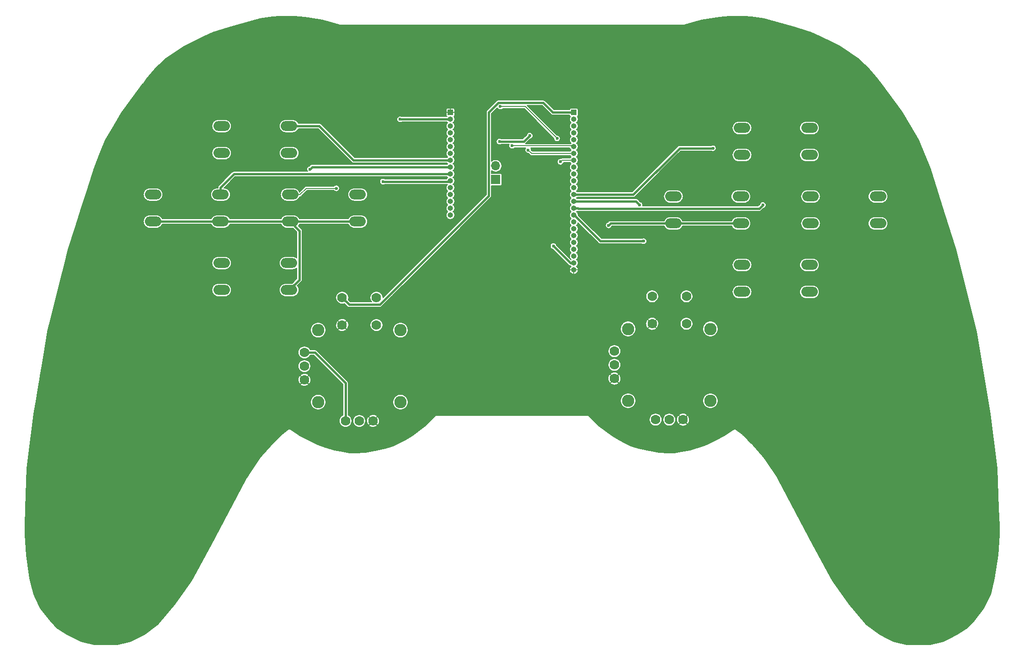
<source format=gbr>
%TF.GenerationSoftware,KiCad,Pcbnew,(5.1.8)-1*%
%TF.CreationDate,2020-12-25T12:52:01+03:00*%
%TF.ProjectId,mesp240_3Dpad,6d657370-3234-4305-9f33-447061642e6b,rev?*%
%TF.SameCoordinates,Original*%
%TF.FileFunction,Copper,L1,Top*%
%TF.FilePolarity,Positive*%
%FSLAX46Y46*%
G04 Gerber Fmt 4.6, Leading zero omitted, Abs format (unit mm)*
G04 Created by KiCad (PCBNEW (5.1.8)-1) date 2020-12-25 12:52:01*
%MOMM*%
%LPD*%
G01*
G04 APERTURE LIST*
%TA.AperFunction,ComponentPad*%
%ADD10O,3.048000X1.850000*%
%TD*%
%TA.AperFunction,ComponentPad*%
%ADD11C,1.778000*%
%TD*%
%TA.AperFunction,ComponentPad*%
%ADD12C,2.286000*%
%TD*%
%TA.AperFunction,ComponentPad*%
%ADD13O,1.700000X1.700000*%
%TD*%
%TA.AperFunction,ComponentPad*%
%ADD14R,1.700000X1.700000*%
%TD*%
%TA.AperFunction,ComponentPad*%
%ADD15O,1.000000X1.000000*%
%TD*%
%TA.AperFunction,ComponentPad*%
%ADD16R,1.000000X1.000000*%
%TD*%
%TA.AperFunction,ViaPad*%
%ADD17C,0.600000*%
%TD*%
%TA.AperFunction,Conductor*%
%ADD18C,0.400000*%
%TD*%
%TA.AperFunction,Conductor*%
%ADD19C,0.200000*%
%TD*%
%TA.AperFunction,Conductor*%
%ADD20C,0.100000*%
%TD*%
G04 APERTURE END LIST*
D10*
%TO.P,SW1,2*%
%TO.N,LV*%
X87177900Y-121843000D03*
%TO.P,SW1,1*%
%TO.N,DOWN*%
X87177900Y-116843000D03*
%TO.P,SW1,2*%
%TO.N,LV*%
X99677900Y-121843000D03*
%TO.P,SW1,1*%
%TO.N,DOWN*%
X99677900Y-116843000D03*
%TD*%
D11*
%TO.P,U3,V3*%
%TO.N,GND*%
X159923000Y-138270000D03*
%TO.P,U3,V2*%
%TO.N,VRIGHT*%
X159923000Y-135730000D03*
%TO.P,U3,V1*%
%TO.N,LV*%
X159923000Y-133190000D03*
D12*
%TO.P,U3,MOUN*%
%TO.N,N/C*%
X177703000Y-129062500D03*
X177703000Y-142397500D03*
X162463000Y-142397500D03*
X162463000Y-129062500D03*
D11*
%TO.P,U3,H3*%
%TO.N,GND*%
X172623000Y-145890000D03*
%TO.P,U3,H2*%
%TO.N,HRIGHT*%
X170083000Y-145890000D03*
%TO.P,U3,H1*%
%TO.N,LV*%
X167543000Y-145890000D03*
%TO.P,U3,B2B*%
%TO.N,N/C*%
X173258000Y-128110000D03*
%TO.P,U3,B2A*%
%TO.N,GND*%
X166908000Y-128110000D03*
%TO.P,U3,B1B*%
%TO.N,N/C*%
X173258000Y-123030000D03*
%TO.P,U3,B1A*%
%TO.N,BUTTONJR*%
X166908000Y-123030000D03*
%TD*%
%TO.P,U1,V3*%
%TO.N,GND*%
X102512000Y-138504000D03*
%TO.P,U1,V2*%
%TO.N,VLEFT*%
X102512000Y-135964000D03*
%TO.P,U1,V1*%
%TO.N,LV*%
X102512000Y-133424000D03*
D12*
%TO.P,U1,MOUN*%
%TO.N,N/C*%
X120292000Y-129296500D03*
X120292000Y-142631500D03*
X105052000Y-142631500D03*
X105052000Y-129296500D03*
D11*
%TO.P,U1,H3*%
%TO.N,GND*%
X115212000Y-146124000D03*
%TO.P,U1,H2*%
%TO.N,HLEFT*%
X112672000Y-146124000D03*
%TO.P,U1,H1*%
%TO.N,LV*%
X110132000Y-146124000D03*
%TO.P,U1,B2B*%
%TO.N,N/C*%
X115847000Y-128344000D03*
%TO.P,U1,B2A*%
%TO.N,GND*%
X109497000Y-128344000D03*
%TO.P,U1,B1B*%
%TO.N,N/C*%
X115847000Y-123264000D03*
%TO.P,U1,B1A*%
%TO.N,BUTTONJL*%
X109497000Y-123264000D03*
%TD*%
D10*
%TO.P,SW8,2*%
%TO.N,LV*%
X183548000Y-122196000D03*
%TO.P,SW8,1*%
%TO.N,BUTTONA*%
X183548000Y-117196000D03*
%TO.P,SW8,2*%
%TO.N,LV*%
X196048000Y-122196000D03*
%TO.P,SW8,1*%
%TO.N,BUTTONA*%
X196048000Y-117196000D03*
%TD*%
%TO.P,SW7,2*%
%TO.N,LV*%
X183548000Y-96795600D03*
%TO.P,SW7,1*%
%TO.N,BUTTONY*%
X183548000Y-91795600D03*
%TO.P,SW7,2*%
%TO.N,LV*%
X196048000Y-96795600D03*
%TO.P,SW7,1*%
%TO.N,BUTTONY*%
X196048000Y-91795600D03*
%TD*%
%TO.P,SW6,2*%
%TO.N,LV*%
X170848000Y-109496000D03*
%TO.P,SW6,1*%
%TO.N,BUTTONX*%
X170848000Y-104496000D03*
%TO.P,SW6,2*%
%TO.N,LV*%
X183348000Y-109496000D03*
%TO.P,SW6,1*%
%TO.N,BUTTONX*%
X183348000Y-104496000D03*
%TD*%
%TO.P,SW5,2*%
%TO.N,LV*%
X196248000Y-109496000D03*
%TO.P,SW5,1*%
%TO.N,BUTTONB*%
X196248000Y-104496000D03*
%TO.P,SW5,2*%
%TO.N,LV*%
X208748000Y-109496000D03*
%TO.P,SW5,1*%
%TO.N,BUTTONB*%
X208748000Y-104496000D03*
%TD*%
%TO.P,SW4,2*%
%TO.N,LV*%
X87177900Y-96442500D03*
%TO.P,SW4,1*%
%TO.N,UP*%
X87177900Y-91442500D03*
%TO.P,SW4,2*%
%TO.N,LV*%
X99677900Y-96442500D03*
%TO.P,SW4,1*%
%TO.N,UP*%
X99677900Y-91442500D03*
%TD*%
%TO.P,SW3,2*%
%TO.N,LV*%
X99877900Y-109143000D03*
%TO.P,SW3,1*%
%TO.N,RIGHT*%
X99877900Y-104143000D03*
%TO.P,SW3,2*%
%TO.N,LV*%
X112377900Y-109143000D03*
%TO.P,SW3,1*%
%TO.N,RIGHT*%
X112377900Y-104143000D03*
%TD*%
%TO.P,SW2,2*%
%TO.N,LV*%
X74477900Y-109143000D03*
%TO.P,SW2,1*%
%TO.N,LEFT*%
X74477900Y-104143000D03*
%TO.P,SW2,2*%
%TO.N,LV*%
X86977900Y-109143000D03*
%TO.P,SW2,1*%
%TO.N,LEFT*%
X86977900Y-104143000D03*
%TD*%
D13*
%TO.P,J3,2*%
%TO.N,Net-(J3-Pad2)*%
X137922000Y-98806000D03*
D14*
%TO.P,J3,1*%
%TO.N,Net-(J3-Pad1)*%
X137922000Y-101346000D03*
%TD*%
D15*
%TO.P,J2,24*%
%TO.N,GND*%
X152400000Y-118110000D03*
%TO.P,J2,23*%
%TO.N,HV*%
X152400000Y-116840000D03*
%TO.P,J2,22*%
%TO.N,LV*%
X152400000Y-115570000D03*
%TO.P,J2,21*%
%TO.N,N/C*%
X152400000Y-114300000D03*
%TO.P,J2,20*%
X152400000Y-113030000D03*
%TO.P,J2,19*%
X152400000Y-111760000D03*
%TO.P,J2,18*%
X152400000Y-110490000D03*
%TO.P,J2,17*%
X152400000Y-109220000D03*
%TO.P,J2,16*%
%TO.N,BUTTONA*%
X152400000Y-107950000D03*
%TO.P,J2,15*%
%TO.N,BUTTONB*%
X152400000Y-106680000D03*
%TO.P,J2,14*%
%TO.N,BUTTONX*%
X152400000Y-105410000D03*
%TO.P,J2,13*%
%TO.N,BUTTONY*%
X152400000Y-104140000D03*
%TO.P,J2,12*%
%TO.N,N/C*%
X152400000Y-102870000D03*
%TO.P,J2,11*%
X152400000Y-101600000D03*
%TO.P,J2,10*%
%TO.N,INT2M6*%
X152400000Y-100330000D03*
%TO.P,J2,9*%
%TO.N,INT1M6*%
X152400000Y-99060000D03*
%TO.P,J2,8*%
%TO.N,/IO39*%
X152400000Y-97790000D03*
%TO.P,J2,7*%
%TO.N,SCL*%
X152400000Y-96520000D03*
%TO.P,J2,6*%
%TO.N,SDA*%
X152400000Y-95250000D03*
%TO.P,J2,5*%
%TO.N,N/C*%
X152400000Y-93980000D03*
%TO.P,J2,4*%
X152400000Y-92710000D03*
%TO.P,J2,3*%
X152400000Y-91440000D03*
%TO.P,J2,2*%
%TO.N,BUTTONJR*%
X152400000Y-90170000D03*
D16*
%TO.P,J2,1*%
%TO.N,BUTTONJL*%
X152400000Y-88900000D03*
%TD*%
D15*
%TO.P,J1,16*%
%TO.N,N/C*%
X129540000Y-107950000D03*
%TO.P,J1,15*%
X129540000Y-106680000D03*
%TO.P,J1,14*%
X129540000Y-105410000D03*
%TO.P,J1,13*%
X129540000Y-104140000D03*
%TO.P,J1,12*%
X129540000Y-102870000D03*
%TO.P,J1,11*%
%TO.N,RIGHT*%
X129540000Y-101600000D03*
%TO.P,J1,10*%
%TO.N,LEFT*%
X129540000Y-100330000D03*
%TO.P,J1,9*%
%TO.N,DOWN*%
X129540000Y-99060000D03*
%TO.P,J1,8*%
%TO.N,UP*%
X129540000Y-97790000D03*
%TO.P,J1,7*%
%TO.N,HRIGHT*%
X129540000Y-96520000D03*
%TO.P,J1,6*%
%TO.N,VRIGHT*%
X129540000Y-95250000D03*
%TO.P,J1,5*%
%TO.N,HLEFT*%
X129540000Y-93980000D03*
%TO.P,J1,4*%
%TO.N,VLEFT*%
X129540000Y-92710000D03*
%TO.P,J1,3*%
%TO.N,N/C*%
X129540000Y-91440000D03*
%TO.P,J1,2*%
%TO.N,LV*%
X129540000Y-90170000D03*
D16*
%TO.P,J1,1*%
%TO.N,GND*%
X129540000Y-88900000D03*
%TD*%
D17*
%TO.N,GND*%
X141330680Y-86390480D03*
X138562080Y-88663780D03*
X147421600Y-86774020D03*
X135262620Y-92120720D03*
X132755640Y-94498160D03*
X146532600Y-95826580D03*
%TO.N,DOWN*%
X103538020Y-99438460D03*
%TO.N,RIGHT*%
X108410300Y-102984900D03*
X117045740Y-101734620D03*
%TO.N,BUTTONB*%
X187418980Y-106080560D03*
%TO.N,BUTTONX*%
X164581840Y-106062762D03*
%TO.N,BUTTONY*%
X178168300Y-95542100D03*
%TO.N,BUTTONA*%
X165318440Y-112793780D03*
%TO.N,LV*%
X158853300Y-109847900D03*
X138625580Y-94312740D03*
X144238980Y-93228160D03*
X120233440Y-90185240D03*
%TO.N,HV*%
X148625560Y-113692940D03*
%TO.N,/IO39*%
X149911800Y-98069000D03*
%TO.N,INT1M6*%
X138786515Y-87816335D03*
X149293672Y-93741148D03*
%TO.N,SCL*%
X143950800Y-95878700D03*
%TO.N,SDA*%
X140970300Y-95090900D03*
%TD*%
D18*
%TO.N,DOWN*%
X103916480Y-99060000D02*
X129540000Y-99060000D01*
X103538020Y-99438460D02*
X103916480Y-99060000D01*
%TO.N,LEFT*%
X89465900Y-100330000D02*
X129540000Y-100330000D01*
X86977900Y-102818000D02*
X89465900Y-100330000D01*
X86977900Y-104143000D02*
X86977900Y-102818000D01*
D19*
%TO.N,RIGHT*%
X99877900Y-104143000D02*
X101702200Y-104143000D01*
X108410300Y-102984900D02*
X102860300Y-102984900D01*
X102860300Y-102984900D02*
X101702200Y-104143000D01*
D18*
X129405380Y-101734620D02*
X129540000Y-101600000D01*
X117045740Y-101734620D02*
X129405380Y-101734620D01*
%TO.N,UP*%
X99677900Y-91442500D02*
X105265180Y-91442500D01*
X111612680Y-97790000D02*
X129540000Y-97790000D01*
X105265180Y-91442500D02*
X111612680Y-97790000D01*
%TO.N,BUTTONB*%
X153107106Y-106680000D02*
X152400000Y-106680000D01*
X186736743Y-106762797D02*
X153189903Y-106762797D01*
X187418980Y-106080560D02*
X186736743Y-106762797D01*
X153189903Y-106762797D02*
X153107106Y-106680000D01*
%TO.N,BUTTONX*%
X163929078Y-105410000D02*
X164581840Y-106062762D01*
X152400000Y-105410000D02*
X163929078Y-105410000D01*
%TO.N,BUTTONY*%
X152400000Y-104140000D02*
X163408360Y-104140000D01*
X172006260Y-95542100D02*
X178168300Y-95542100D01*
X163408360Y-104140000D02*
X172006260Y-95542100D01*
%TO.N,BUTTONA*%
X152462002Y-107950000D02*
X152400000Y-107950000D01*
X157305782Y-112793780D02*
X152462002Y-107950000D01*
X165318440Y-112793780D02*
X157305782Y-112793780D01*
D19*
%TO.N,LV*%
X184260200Y-109496000D02*
X183348000Y-109496000D01*
D18*
X74477900Y-109143000D02*
X86977900Y-109143000D01*
X138625580Y-94312740D02*
X143141700Y-94312740D01*
X144226280Y-93228160D02*
X144238980Y-93228160D01*
X143141700Y-94312740D02*
X144226280Y-93228160D01*
X86977900Y-109143000D02*
X99877900Y-109143000D01*
X129524760Y-90185240D02*
X129540000Y-90170000D01*
X120233440Y-90185240D02*
X129524760Y-90185240D01*
X99877900Y-109143000D02*
X112377900Y-109143000D01*
X101601910Y-110867010D02*
X99877900Y-109143000D01*
X101601910Y-119918990D02*
X101601910Y-110867010D01*
X99677900Y-121843000D02*
X101601910Y-119918990D01*
X102512000Y-133424000D02*
X104427360Y-133424000D01*
X110132000Y-139128640D02*
X110132000Y-146124000D01*
X104427360Y-133424000D02*
X110132000Y-139128640D01*
X170848000Y-109496000D02*
X183348000Y-109496000D01*
X159205200Y-109496000D02*
X170848000Y-109496000D01*
X158853300Y-109847900D02*
X159205200Y-109496000D01*
%TO.N,HV*%
X151772620Y-116840000D02*
X152400000Y-116840000D01*
X148625560Y-113692940D02*
X151772620Y-116840000D01*
D19*
%TO.N,/IO39*%
X152400000Y-97790000D02*
X150190800Y-97790000D01*
X150190800Y-97790000D02*
X149911800Y-98069000D01*
%TO.N,INT1M6*%
X138786515Y-87816335D02*
X143368859Y-87816335D01*
X143368859Y-87816335D02*
X149293672Y-93741148D01*
%TO.N,SCL*%
X143950800Y-95878700D02*
X144592100Y-96520000D01*
X144592100Y-96520000D02*
X152400000Y-96520000D01*
%TO.N,SDA*%
X140970300Y-95090900D02*
X151981400Y-95090900D01*
X151981400Y-95090900D02*
X152270000Y-95379500D01*
X152270000Y-95379500D02*
X152400000Y-95250000D01*
D18*
%TO.N,BUTTONJL*%
X148511578Y-88900000D02*
X152400000Y-88900000D01*
X146727912Y-87116334D02*
X148511578Y-88900000D01*
X138450514Y-87116334D02*
X146727912Y-87116334D01*
X136671999Y-88894849D02*
X138450514Y-87116334D01*
X136671999Y-104346723D02*
X136671999Y-88894849D01*
X116465721Y-124553001D02*
X136671999Y-104346723D01*
X110786001Y-124553001D02*
X116465721Y-124553001D01*
X109497000Y-123264000D02*
X110786001Y-124553001D01*
%TD*%
D19*
%TO.N,GND*%
X184134739Y-71127153D02*
X185258552Y-71189586D01*
X187636747Y-71565091D01*
X193075521Y-73082889D01*
X196355719Y-74092181D01*
X198363116Y-74970418D01*
X201638363Y-76608042D01*
X205155667Y-78994785D01*
X207029026Y-80743254D01*
X208532451Y-82497252D01*
X209342035Y-83618215D01*
X209343213Y-83620174D01*
X209351336Y-83631093D01*
X209359374Y-83642223D01*
X209360901Y-83643951D01*
X213215566Y-88825634D01*
X216242600Y-93996820D01*
X218387994Y-99297209D01*
X220792585Y-106890657D01*
X220792753Y-106891430D01*
X220797393Y-106905839D01*
X220801982Y-106920330D01*
X220802295Y-106921060D01*
X223207333Y-114389341D01*
X227011560Y-129606254D01*
X229548335Y-144826913D01*
X230815697Y-154965811D01*
X231068675Y-162302139D01*
X231068622Y-162303042D01*
X231069229Y-162318223D01*
X231069744Y-162333151D01*
X231069862Y-162334033D01*
X231196000Y-165487487D01*
X231196001Y-167248171D01*
X230943581Y-171034478D01*
X230312803Y-175323775D01*
X229563358Y-178321559D01*
X228322420Y-180803440D01*
X226448860Y-183301521D01*
X225217949Y-184532433D01*
X223356563Y-185773358D01*
X220866568Y-187018356D01*
X218399992Y-187635000D01*
X214035012Y-187635000D01*
X211568441Y-187018358D01*
X209086560Y-185777420D01*
X206600370Y-183912779D01*
X203457432Y-180141254D01*
X200300897Y-175722105D01*
X196501479Y-168756506D01*
X190167097Y-156721182D01*
X190166843Y-156720341D01*
X190152188Y-156692855D01*
X190145164Y-156679509D01*
X190144685Y-156678781D01*
X190144269Y-156678002D01*
X190135794Y-156665290D01*
X190118763Y-156639444D01*
X190118149Y-156638822D01*
X187608938Y-152875007D01*
X187605695Y-152868088D01*
X187591202Y-152848403D01*
X187586562Y-152841443D01*
X187581766Y-152835586D01*
X187577248Y-152829450D01*
X187571617Y-152823193D01*
X187556162Y-152804321D01*
X187550273Y-152799478D01*
X185285521Y-150283088D01*
X185280095Y-150276476D01*
X185274852Y-150271233D01*
X185269893Y-150265723D01*
X185263580Y-150259961D01*
X183765998Y-148762380D01*
X183764838Y-148760690D01*
X183743345Y-148739727D01*
X183733523Y-148729905D01*
X183731957Y-148728620D01*
X183730489Y-148727188D01*
X183719509Y-148718404D01*
X183696433Y-148699466D01*
X183694635Y-148698505D01*
X182449678Y-147702540D01*
X182426717Y-147683656D01*
X182410636Y-147675039D01*
X182395338Y-147665091D01*
X182382490Y-147659956D01*
X182370289Y-147653418D01*
X182352830Y-147648102D01*
X182335890Y-147641332D01*
X182322280Y-147638801D01*
X182309045Y-147634771D01*
X182290898Y-147632964D01*
X182272950Y-147629626D01*
X182259110Y-147629799D01*
X182245341Y-147628428D01*
X182227177Y-147630198D01*
X182208937Y-147630426D01*
X182195401Y-147633294D01*
X182181624Y-147634637D01*
X182164158Y-147639915D01*
X182146308Y-147643698D01*
X182133590Y-147649153D01*
X182120341Y-147653157D01*
X182104235Y-147661744D01*
X182087473Y-147668934D01*
X182062983Y-147685744D01*
X180176563Y-148943358D01*
X177666752Y-150198264D01*
X176730957Y-150572582D01*
X175538554Y-151011889D01*
X173847060Y-151513072D01*
X172346316Y-151825727D01*
X171036421Y-152012855D01*
X169991146Y-152074342D01*
X168186742Y-151949900D01*
X165990951Y-151573479D01*
X164424977Y-151197647D01*
X163240955Y-150823746D01*
X162315115Y-150453411D01*
X161000923Y-149765025D01*
X159563205Y-148952404D01*
X157058479Y-147073860D01*
X155757513Y-145772894D01*
X166354000Y-145772894D01*
X166354000Y-146007106D01*
X166399693Y-146236818D01*
X166489322Y-146453203D01*
X166619443Y-146647943D01*
X166785057Y-146813557D01*
X166979797Y-146943678D01*
X167196182Y-147033307D01*
X167425894Y-147079000D01*
X167660106Y-147079000D01*
X167889818Y-147033307D01*
X168106203Y-146943678D01*
X168300943Y-146813557D01*
X168466557Y-146647943D01*
X168596678Y-146453203D01*
X168686307Y-146236818D01*
X168732000Y-146007106D01*
X168732000Y-145772894D01*
X168894000Y-145772894D01*
X168894000Y-146007106D01*
X168939693Y-146236818D01*
X169029322Y-146453203D01*
X169159443Y-146647943D01*
X169325057Y-146813557D01*
X169519797Y-146943678D01*
X169736182Y-147033307D01*
X169965894Y-147079000D01*
X170200106Y-147079000D01*
X170429818Y-147033307D01*
X170646203Y-146943678D01*
X170840943Y-146813557D01*
X170963850Y-146690650D01*
X171829421Y-146690650D01*
X171918886Y-146867635D01*
X172123143Y-146986216D01*
X172346608Y-147062669D01*
X172580695Y-147094059D01*
X172816409Y-147079176D01*
X173044689Y-147018595D01*
X173256764Y-146914642D01*
X173327114Y-146867635D01*
X173416579Y-146690650D01*
X172623000Y-145897071D01*
X171829421Y-146690650D01*
X170963850Y-146690650D01*
X171006557Y-146647943D01*
X171136678Y-146453203D01*
X171226307Y-146236818D01*
X171272000Y-146007106D01*
X171272000Y-145847695D01*
X171418941Y-145847695D01*
X171433824Y-146083409D01*
X171494405Y-146311689D01*
X171598358Y-146523764D01*
X171645365Y-146594114D01*
X171822350Y-146683579D01*
X172615929Y-145890000D01*
X172630071Y-145890000D01*
X173423650Y-146683579D01*
X173600635Y-146594114D01*
X173719216Y-146389857D01*
X173795669Y-146166392D01*
X173827059Y-145932305D01*
X173812176Y-145696591D01*
X173751595Y-145468311D01*
X173647642Y-145256236D01*
X173600635Y-145185886D01*
X173423650Y-145096421D01*
X172630071Y-145890000D01*
X172615929Y-145890000D01*
X171822350Y-145096421D01*
X171645365Y-145185886D01*
X171526784Y-145390143D01*
X171450331Y-145613608D01*
X171418941Y-145847695D01*
X171272000Y-145847695D01*
X171272000Y-145772894D01*
X171226307Y-145543182D01*
X171136678Y-145326797D01*
X171006557Y-145132057D01*
X170963850Y-145089350D01*
X171829421Y-145089350D01*
X172623000Y-145882929D01*
X173416579Y-145089350D01*
X173327114Y-144912365D01*
X173122857Y-144793784D01*
X172899392Y-144717331D01*
X172665305Y-144685941D01*
X172429591Y-144700824D01*
X172201311Y-144761405D01*
X171989236Y-144865358D01*
X171918886Y-144912365D01*
X171829421Y-145089350D01*
X170963850Y-145089350D01*
X170840943Y-144966443D01*
X170646203Y-144836322D01*
X170429818Y-144746693D01*
X170200106Y-144701000D01*
X169965894Y-144701000D01*
X169736182Y-144746693D01*
X169519797Y-144836322D01*
X169325057Y-144966443D01*
X169159443Y-145132057D01*
X169029322Y-145326797D01*
X168939693Y-145543182D01*
X168894000Y-145772894D01*
X168732000Y-145772894D01*
X168686307Y-145543182D01*
X168596678Y-145326797D01*
X168466557Y-145132057D01*
X168300943Y-144966443D01*
X168106203Y-144836322D01*
X167889818Y-144746693D01*
X167660106Y-144701000D01*
X167425894Y-144701000D01*
X167196182Y-144746693D01*
X166979797Y-144836322D01*
X166785057Y-144966443D01*
X166619443Y-145132057D01*
X166489322Y-145326797D01*
X166399693Y-145543182D01*
X166354000Y-145772894D01*
X155757513Y-145772894D01*
X155181101Y-145196483D01*
X155170921Y-145184079D01*
X155121434Y-145143465D01*
X155064974Y-145113287D01*
X155003711Y-145094703D01*
X154955961Y-145090000D01*
X154955953Y-145090000D01*
X154940000Y-145088429D01*
X154924047Y-145090000D01*
X127015953Y-145090000D01*
X127000000Y-145088429D01*
X126984047Y-145090000D01*
X126984039Y-145090000D01*
X126936289Y-145094703D01*
X126875026Y-145113287D01*
X126818566Y-145143465D01*
X126769079Y-145184079D01*
X126758904Y-145196477D01*
X124881528Y-147073854D01*
X122376803Y-148952399D01*
X120939113Y-149765006D01*
X119624892Y-150453408D01*
X118699060Y-150823741D01*
X117515030Y-151197645D01*
X115949051Y-151573479D01*
X113753260Y-151949901D01*
X111948854Y-152074342D01*
X110903580Y-152012855D01*
X109593701Y-151825730D01*
X108092961Y-151513077D01*
X106401464Y-151011894D01*
X105209085Y-150572598D01*
X104273271Y-150198274D01*
X101763446Y-148943363D01*
X99877117Y-147685811D01*
X99852527Y-147668933D01*
X99835753Y-147661739D01*
X99819658Y-147653157D01*
X99806414Y-147649155D01*
X99793692Y-147643698D01*
X99775838Y-147639914D01*
X99758375Y-147634637D01*
X99744601Y-147633295D01*
X99731064Y-147630426D01*
X99712823Y-147630198D01*
X99694659Y-147628428D01*
X99680890Y-147629799D01*
X99667049Y-147629626D01*
X99649097Y-147632965D01*
X99630955Y-147634771D01*
X99617727Y-147638799D01*
X99604110Y-147641331D01*
X99587159Y-147648105D01*
X99569711Y-147653418D01*
X99557517Y-147659952D01*
X99544662Y-147665090D01*
X99529356Y-147675043D01*
X99513283Y-147683656D01*
X99490357Y-147702511D01*
X98245372Y-148698500D01*
X98243565Y-148699466D01*
X98220388Y-148718487D01*
X98209511Y-148727189D01*
X98208055Y-148728609D01*
X98206476Y-148729905D01*
X98196560Y-148739821D01*
X98175163Y-148760691D01*
X98174010Y-148762371D01*
X96676433Y-150259949D01*
X96670107Y-150265723D01*
X96665139Y-150271243D01*
X96659905Y-150276477D01*
X96654490Y-150283076D01*
X94389737Y-152799468D01*
X94383837Y-152804321D01*
X94368353Y-152823229D01*
X94362753Y-152829451D01*
X94358259Y-152835555D01*
X94353437Y-152841443D01*
X94348776Y-152848435D01*
X94334305Y-152868089D01*
X94331067Y-152874999D01*
X91821855Y-156638817D01*
X91821236Y-156639444D01*
X91804063Y-156665505D01*
X91795731Y-156678003D01*
X91795322Y-156678769D01*
X91794835Y-156679509D01*
X91787693Y-156693078D01*
X91773157Y-156720342D01*
X91772905Y-156721176D01*
X85438548Y-168756455D01*
X81639104Y-175722105D01*
X78482579Y-180141239D01*
X75339634Y-183912775D01*
X72853446Y-185777417D01*
X70371568Y-187018356D01*
X67904992Y-187635000D01*
X63540012Y-187635000D01*
X61073441Y-187018358D01*
X58583446Y-185773363D01*
X56722056Y-184532437D01*
X55491146Y-183301528D01*
X53617583Y-180803446D01*
X52376644Y-178321569D01*
X51627198Y-175323785D01*
X50996420Y-171034491D01*
X50744000Y-167248186D01*
X50744000Y-165487487D01*
X50870138Y-162334033D01*
X50870256Y-162333151D01*
X50870771Y-162318223D01*
X50871378Y-162303042D01*
X50871325Y-162302139D01*
X51124303Y-154965801D01*
X52391665Y-144826910D01*
X52781253Y-142489377D01*
X103609000Y-142489377D01*
X103609000Y-142773623D01*
X103664454Y-143052408D01*
X103773230Y-143315017D01*
X103931149Y-143551359D01*
X104132141Y-143752351D01*
X104368483Y-143910270D01*
X104631092Y-144019046D01*
X104909877Y-144074500D01*
X105194123Y-144074500D01*
X105472908Y-144019046D01*
X105735517Y-143910270D01*
X105971859Y-143752351D01*
X106172851Y-143551359D01*
X106330770Y-143315017D01*
X106439546Y-143052408D01*
X106495000Y-142773623D01*
X106495000Y-142489377D01*
X106439546Y-142210592D01*
X106330770Y-141947983D01*
X106172851Y-141711641D01*
X105971859Y-141510649D01*
X105735517Y-141352730D01*
X105472908Y-141243954D01*
X105194123Y-141188500D01*
X104909877Y-141188500D01*
X104631092Y-141243954D01*
X104368483Y-141352730D01*
X104132141Y-141510649D01*
X103931149Y-141711641D01*
X103773230Y-141947983D01*
X103664454Y-142210592D01*
X103609000Y-142489377D01*
X52781253Y-142489377D01*
X53312041Y-139304650D01*
X101718421Y-139304650D01*
X101807886Y-139481635D01*
X102012143Y-139600216D01*
X102235608Y-139676669D01*
X102469695Y-139708059D01*
X102705409Y-139693176D01*
X102933689Y-139632595D01*
X103145764Y-139528642D01*
X103216114Y-139481635D01*
X103305579Y-139304650D01*
X102512000Y-138511071D01*
X101718421Y-139304650D01*
X53312041Y-139304650D01*
X53452534Y-138461695D01*
X101307941Y-138461695D01*
X101322824Y-138697409D01*
X101383405Y-138925689D01*
X101487358Y-139137764D01*
X101534365Y-139208114D01*
X101711350Y-139297579D01*
X102504929Y-138504000D01*
X102519071Y-138504000D01*
X103312650Y-139297579D01*
X103489635Y-139208114D01*
X103608216Y-139003857D01*
X103684669Y-138780392D01*
X103716059Y-138546305D01*
X103701176Y-138310591D01*
X103640595Y-138082311D01*
X103536642Y-137870236D01*
X103489635Y-137799886D01*
X103312650Y-137710421D01*
X102519071Y-138504000D01*
X102504929Y-138504000D01*
X101711350Y-137710421D01*
X101534365Y-137799886D01*
X101415784Y-138004143D01*
X101339331Y-138227608D01*
X101307941Y-138461695D01*
X53452534Y-138461695D01*
X53578924Y-137703350D01*
X101718421Y-137703350D01*
X102512000Y-138496929D01*
X103305579Y-137703350D01*
X103216114Y-137526365D01*
X103011857Y-137407784D01*
X102788392Y-137331331D01*
X102554305Y-137299941D01*
X102318591Y-137314824D01*
X102090311Y-137375405D01*
X101878236Y-137479358D01*
X101807886Y-137526365D01*
X101718421Y-137703350D01*
X53578924Y-137703350D01*
X53888333Y-135846894D01*
X101323000Y-135846894D01*
X101323000Y-136081106D01*
X101368693Y-136310818D01*
X101458322Y-136527203D01*
X101588443Y-136721943D01*
X101754057Y-136887557D01*
X101948797Y-137017678D01*
X102165182Y-137107307D01*
X102394894Y-137153000D01*
X102629106Y-137153000D01*
X102858818Y-137107307D01*
X103075203Y-137017678D01*
X103269943Y-136887557D01*
X103435557Y-136721943D01*
X103565678Y-136527203D01*
X103655307Y-136310818D01*
X103701000Y-136081106D01*
X103701000Y-135846894D01*
X103655307Y-135617182D01*
X103565678Y-135400797D01*
X103435557Y-135206057D01*
X103269943Y-135040443D01*
X103075203Y-134910322D01*
X102858818Y-134820693D01*
X102629106Y-134775000D01*
X102394894Y-134775000D01*
X102165182Y-134820693D01*
X101948797Y-134910322D01*
X101754057Y-135040443D01*
X101588443Y-135206057D01*
X101458322Y-135400797D01*
X101368693Y-135617182D01*
X101323000Y-135846894D01*
X53888333Y-135846894D01*
X54311667Y-133306894D01*
X101323000Y-133306894D01*
X101323000Y-133541106D01*
X101368693Y-133770818D01*
X101458322Y-133987203D01*
X101588443Y-134181943D01*
X101754057Y-134347557D01*
X101948797Y-134477678D01*
X102165182Y-134567307D01*
X102394894Y-134613000D01*
X102629106Y-134613000D01*
X102858818Y-134567307D01*
X103075203Y-134477678D01*
X103269943Y-134347557D01*
X103435557Y-134181943D01*
X103565678Y-133987203D01*
X103591857Y-133924000D01*
X104220255Y-133924000D01*
X109632000Y-139335747D01*
X109632001Y-145044142D01*
X109568797Y-145070322D01*
X109374057Y-145200443D01*
X109208443Y-145366057D01*
X109078322Y-145560797D01*
X108988693Y-145777182D01*
X108943000Y-146006894D01*
X108943000Y-146241106D01*
X108988693Y-146470818D01*
X109078322Y-146687203D01*
X109208443Y-146881943D01*
X109374057Y-147047557D01*
X109568797Y-147177678D01*
X109785182Y-147267307D01*
X110014894Y-147313000D01*
X110249106Y-147313000D01*
X110478818Y-147267307D01*
X110695203Y-147177678D01*
X110889943Y-147047557D01*
X111055557Y-146881943D01*
X111185678Y-146687203D01*
X111275307Y-146470818D01*
X111321000Y-146241106D01*
X111321000Y-146006894D01*
X111483000Y-146006894D01*
X111483000Y-146241106D01*
X111528693Y-146470818D01*
X111618322Y-146687203D01*
X111748443Y-146881943D01*
X111914057Y-147047557D01*
X112108797Y-147177678D01*
X112325182Y-147267307D01*
X112554894Y-147313000D01*
X112789106Y-147313000D01*
X113018818Y-147267307D01*
X113235203Y-147177678D01*
X113429943Y-147047557D01*
X113552850Y-146924650D01*
X114418421Y-146924650D01*
X114507886Y-147101635D01*
X114712143Y-147220216D01*
X114935608Y-147296669D01*
X115169695Y-147328059D01*
X115405409Y-147313176D01*
X115633689Y-147252595D01*
X115845764Y-147148642D01*
X115916114Y-147101635D01*
X116005579Y-146924650D01*
X115212000Y-146131071D01*
X114418421Y-146924650D01*
X113552850Y-146924650D01*
X113595557Y-146881943D01*
X113725678Y-146687203D01*
X113815307Y-146470818D01*
X113861000Y-146241106D01*
X113861000Y-146081695D01*
X114007941Y-146081695D01*
X114022824Y-146317409D01*
X114083405Y-146545689D01*
X114187358Y-146757764D01*
X114234365Y-146828114D01*
X114411350Y-146917579D01*
X115204929Y-146124000D01*
X115219071Y-146124000D01*
X116012650Y-146917579D01*
X116189635Y-146828114D01*
X116308216Y-146623857D01*
X116384669Y-146400392D01*
X116416059Y-146166305D01*
X116401176Y-145930591D01*
X116340595Y-145702311D01*
X116236642Y-145490236D01*
X116189635Y-145419886D01*
X116012650Y-145330421D01*
X115219071Y-146124000D01*
X115204929Y-146124000D01*
X114411350Y-145330421D01*
X114234365Y-145419886D01*
X114115784Y-145624143D01*
X114039331Y-145847608D01*
X114007941Y-146081695D01*
X113861000Y-146081695D01*
X113861000Y-146006894D01*
X113815307Y-145777182D01*
X113725678Y-145560797D01*
X113595557Y-145366057D01*
X113552850Y-145323350D01*
X114418421Y-145323350D01*
X115212000Y-146116929D01*
X116005579Y-145323350D01*
X115916114Y-145146365D01*
X115711857Y-145027784D01*
X115488392Y-144951331D01*
X115254305Y-144919941D01*
X115018591Y-144934824D01*
X114790311Y-144995405D01*
X114578236Y-145099358D01*
X114507886Y-145146365D01*
X114418421Y-145323350D01*
X113552850Y-145323350D01*
X113429943Y-145200443D01*
X113235203Y-145070322D01*
X113018818Y-144980693D01*
X112789106Y-144935000D01*
X112554894Y-144935000D01*
X112325182Y-144980693D01*
X112108797Y-145070322D01*
X111914057Y-145200443D01*
X111748443Y-145366057D01*
X111618322Y-145560797D01*
X111528693Y-145777182D01*
X111483000Y-146006894D01*
X111321000Y-146006894D01*
X111275307Y-145777182D01*
X111185678Y-145560797D01*
X111055557Y-145366057D01*
X110889943Y-145200443D01*
X110695203Y-145070322D01*
X110632000Y-145044143D01*
X110632000Y-142489377D01*
X118849000Y-142489377D01*
X118849000Y-142773623D01*
X118904454Y-143052408D01*
X119013230Y-143315017D01*
X119171149Y-143551359D01*
X119372141Y-143752351D01*
X119608483Y-143910270D01*
X119871092Y-144019046D01*
X120149877Y-144074500D01*
X120434123Y-144074500D01*
X120712908Y-144019046D01*
X120975517Y-143910270D01*
X121211859Y-143752351D01*
X121412851Y-143551359D01*
X121570770Y-143315017D01*
X121679546Y-143052408D01*
X121735000Y-142773623D01*
X121735000Y-142489377D01*
X121688455Y-142255377D01*
X161020000Y-142255377D01*
X161020000Y-142539623D01*
X161075454Y-142818408D01*
X161184230Y-143081017D01*
X161342149Y-143317359D01*
X161543141Y-143518351D01*
X161779483Y-143676270D01*
X162042092Y-143785046D01*
X162320877Y-143840500D01*
X162605123Y-143840500D01*
X162883908Y-143785046D01*
X163146517Y-143676270D01*
X163382859Y-143518351D01*
X163583851Y-143317359D01*
X163741770Y-143081017D01*
X163850546Y-142818408D01*
X163906000Y-142539623D01*
X163906000Y-142255377D01*
X176260000Y-142255377D01*
X176260000Y-142539623D01*
X176315454Y-142818408D01*
X176424230Y-143081017D01*
X176582149Y-143317359D01*
X176783141Y-143518351D01*
X177019483Y-143676270D01*
X177282092Y-143785046D01*
X177560877Y-143840500D01*
X177845123Y-143840500D01*
X178123908Y-143785046D01*
X178386517Y-143676270D01*
X178622859Y-143518351D01*
X178823851Y-143317359D01*
X178981770Y-143081017D01*
X179090546Y-142818408D01*
X179146000Y-142539623D01*
X179146000Y-142255377D01*
X179090546Y-141976592D01*
X178981770Y-141713983D01*
X178823851Y-141477641D01*
X178622859Y-141276649D01*
X178386517Y-141118730D01*
X178123908Y-141009954D01*
X177845123Y-140954500D01*
X177560877Y-140954500D01*
X177282092Y-141009954D01*
X177019483Y-141118730D01*
X176783141Y-141276649D01*
X176582149Y-141477641D01*
X176424230Y-141713983D01*
X176315454Y-141976592D01*
X176260000Y-142255377D01*
X163906000Y-142255377D01*
X163850546Y-141976592D01*
X163741770Y-141713983D01*
X163583851Y-141477641D01*
X163382859Y-141276649D01*
X163146517Y-141118730D01*
X162883908Y-141009954D01*
X162605123Y-140954500D01*
X162320877Y-140954500D01*
X162042092Y-141009954D01*
X161779483Y-141118730D01*
X161543141Y-141276649D01*
X161342149Y-141477641D01*
X161184230Y-141713983D01*
X161075454Y-141976592D01*
X161020000Y-142255377D01*
X121688455Y-142255377D01*
X121679546Y-142210592D01*
X121570770Y-141947983D01*
X121412851Y-141711641D01*
X121211859Y-141510649D01*
X120975517Y-141352730D01*
X120712908Y-141243954D01*
X120434123Y-141188500D01*
X120149877Y-141188500D01*
X119871092Y-141243954D01*
X119608483Y-141352730D01*
X119372141Y-141510649D01*
X119171149Y-141711641D01*
X119013230Y-141947983D01*
X118904454Y-142210592D01*
X118849000Y-142489377D01*
X110632000Y-142489377D01*
X110632000Y-139153189D01*
X110634418Y-139128639D01*
X110632000Y-139104089D01*
X110632000Y-139104080D01*
X110628708Y-139070650D01*
X159129421Y-139070650D01*
X159218886Y-139247635D01*
X159423143Y-139366216D01*
X159646608Y-139442669D01*
X159880695Y-139474059D01*
X160116409Y-139459176D01*
X160344689Y-139398595D01*
X160556764Y-139294642D01*
X160627114Y-139247635D01*
X160716579Y-139070650D01*
X159923000Y-138277071D01*
X159129421Y-139070650D01*
X110628708Y-139070650D01*
X110624765Y-139030623D01*
X110596175Y-138936373D01*
X110549746Y-138849511D01*
X110487264Y-138773376D01*
X110468187Y-138757720D01*
X109938162Y-138227695D01*
X158718941Y-138227695D01*
X158733824Y-138463409D01*
X158794405Y-138691689D01*
X158898358Y-138903764D01*
X158945365Y-138974114D01*
X159122350Y-139063579D01*
X159915929Y-138270000D01*
X159930071Y-138270000D01*
X160723650Y-139063579D01*
X160900635Y-138974114D01*
X161019216Y-138769857D01*
X161095669Y-138546392D01*
X161127059Y-138312305D01*
X161112176Y-138076591D01*
X161051595Y-137848311D01*
X160947642Y-137636236D01*
X160900635Y-137565886D01*
X160723650Y-137476421D01*
X159930071Y-138270000D01*
X159915929Y-138270000D01*
X159122350Y-137476421D01*
X158945365Y-137565886D01*
X158826784Y-137770143D01*
X158750331Y-137993608D01*
X158718941Y-138227695D01*
X109938162Y-138227695D01*
X109179817Y-137469350D01*
X159129421Y-137469350D01*
X159923000Y-138262929D01*
X160716579Y-137469350D01*
X160627114Y-137292365D01*
X160422857Y-137173784D01*
X160199392Y-137097331D01*
X159965305Y-137065941D01*
X159729591Y-137080824D01*
X159501311Y-137141405D01*
X159289236Y-137245358D01*
X159218886Y-137292365D01*
X159129421Y-137469350D01*
X109179817Y-137469350D01*
X107323360Y-135612894D01*
X158734000Y-135612894D01*
X158734000Y-135847106D01*
X158779693Y-136076818D01*
X158869322Y-136293203D01*
X158999443Y-136487943D01*
X159165057Y-136653557D01*
X159359797Y-136783678D01*
X159576182Y-136873307D01*
X159805894Y-136919000D01*
X160040106Y-136919000D01*
X160269818Y-136873307D01*
X160486203Y-136783678D01*
X160680943Y-136653557D01*
X160846557Y-136487943D01*
X160976678Y-136293203D01*
X161066307Y-136076818D01*
X161112000Y-135847106D01*
X161112000Y-135612894D01*
X161066307Y-135383182D01*
X160976678Y-135166797D01*
X160846557Y-134972057D01*
X160680943Y-134806443D01*
X160486203Y-134676322D01*
X160269818Y-134586693D01*
X160040106Y-134541000D01*
X159805894Y-134541000D01*
X159576182Y-134586693D01*
X159359797Y-134676322D01*
X159165057Y-134806443D01*
X158999443Y-134972057D01*
X158869322Y-135166797D01*
X158779693Y-135383182D01*
X158734000Y-135612894D01*
X107323360Y-135612894D01*
X104798289Y-133087824D01*
X104786037Y-133072894D01*
X158734000Y-133072894D01*
X158734000Y-133307106D01*
X158779693Y-133536818D01*
X158869322Y-133753203D01*
X158999443Y-133947943D01*
X159165057Y-134113557D01*
X159359797Y-134243678D01*
X159576182Y-134333307D01*
X159805894Y-134379000D01*
X160040106Y-134379000D01*
X160269818Y-134333307D01*
X160486203Y-134243678D01*
X160680943Y-134113557D01*
X160846557Y-133947943D01*
X160976678Y-133753203D01*
X161066307Y-133536818D01*
X161112000Y-133307106D01*
X161112000Y-133072894D01*
X161066307Y-132843182D01*
X160976678Y-132626797D01*
X160846557Y-132432057D01*
X160680943Y-132266443D01*
X160486203Y-132136322D01*
X160269818Y-132046693D01*
X160040106Y-132001000D01*
X159805894Y-132001000D01*
X159576182Y-132046693D01*
X159359797Y-132136322D01*
X159165057Y-132266443D01*
X158999443Y-132432057D01*
X158869322Y-132626797D01*
X158779693Y-132843182D01*
X158734000Y-133072894D01*
X104786037Y-133072894D01*
X104782624Y-133068736D01*
X104706489Y-133006254D01*
X104619627Y-132959825D01*
X104525377Y-132931235D01*
X104451920Y-132924000D01*
X104427360Y-132921581D01*
X104402800Y-132924000D01*
X103591857Y-132924000D01*
X103565678Y-132860797D01*
X103435557Y-132666057D01*
X103269943Y-132500443D01*
X103075203Y-132370322D01*
X102858818Y-132280693D01*
X102629106Y-132235000D01*
X102394894Y-132235000D01*
X102165182Y-132280693D01*
X101948797Y-132370322D01*
X101754057Y-132500443D01*
X101588443Y-132666057D01*
X101458322Y-132860797D01*
X101368693Y-133077182D01*
X101323000Y-133306894D01*
X54311667Y-133306894D01*
X54928445Y-129606228D01*
X55041407Y-129154377D01*
X103609000Y-129154377D01*
X103609000Y-129438623D01*
X103664454Y-129717408D01*
X103773230Y-129980017D01*
X103931149Y-130216359D01*
X104132141Y-130417351D01*
X104368483Y-130575270D01*
X104631092Y-130684046D01*
X104909877Y-130739500D01*
X105194123Y-130739500D01*
X105472908Y-130684046D01*
X105735517Y-130575270D01*
X105971859Y-130417351D01*
X106172851Y-130216359D01*
X106330770Y-129980017D01*
X106439546Y-129717408D01*
X106495000Y-129438623D01*
X106495000Y-129154377D01*
X106493066Y-129144650D01*
X108703421Y-129144650D01*
X108792886Y-129321635D01*
X108997143Y-129440216D01*
X109220608Y-129516669D01*
X109454695Y-129548059D01*
X109690409Y-129533176D01*
X109918689Y-129472595D01*
X110130764Y-129368642D01*
X110201114Y-129321635D01*
X110290579Y-129144650D01*
X109497000Y-128351071D01*
X108703421Y-129144650D01*
X106493066Y-129144650D01*
X106439546Y-128875592D01*
X106330770Y-128612983D01*
X106172851Y-128376641D01*
X106097905Y-128301695D01*
X108292941Y-128301695D01*
X108307824Y-128537409D01*
X108368405Y-128765689D01*
X108472358Y-128977764D01*
X108519365Y-129048114D01*
X108696350Y-129137579D01*
X109489929Y-128344000D01*
X109504071Y-128344000D01*
X110297650Y-129137579D01*
X110474635Y-129048114D01*
X110593216Y-128843857D01*
X110669669Y-128620392D01*
X110701059Y-128386305D01*
X110690994Y-128226894D01*
X114658000Y-128226894D01*
X114658000Y-128461106D01*
X114703693Y-128690818D01*
X114793322Y-128907203D01*
X114923443Y-129101943D01*
X115089057Y-129267557D01*
X115283797Y-129397678D01*
X115500182Y-129487307D01*
X115729894Y-129533000D01*
X115964106Y-129533000D01*
X116193818Y-129487307D01*
X116410203Y-129397678D01*
X116604943Y-129267557D01*
X116718123Y-129154377D01*
X118849000Y-129154377D01*
X118849000Y-129438623D01*
X118904454Y-129717408D01*
X119013230Y-129980017D01*
X119171149Y-130216359D01*
X119372141Y-130417351D01*
X119608483Y-130575270D01*
X119871092Y-130684046D01*
X120149877Y-130739500D01*
X120434123Y-130739500D01*
X120712908Y-130684046D01*
X120975517Y-130575270D01*
X121211859Y-130417351D01*
X121412851Y-130216359D01*
X121570770Y-129980017D01*
X121679546Y-129717408D01*
X121735000Y-129438623D01*
X121735000Y-129154377D01*
X121688455Y-128920377D01*
X161020000Y-128920377D01*
X161020000Y-129204623D01*
X161075454Y-129483408D01*
X161184230Y-129746017D01*
X161342149Y-129982359D01*
X161543141Y-130183351D01*
X161779483Y-130341270D01*
X162042092Y-130450046D01*
X162320877Y-130505500D01*
X162605123Y-130505500D01*
X162883908Y-130450046D01*
X163146517Y-130341270D01*
X163382859Y-130183351D01*
X163583851Y-129982359D01*
X163741770Y-129746017D01*
X163850546Y-129483408D01*
X163906000Y-129204623D01*
X163906000Y-128920377D01*
X163904066Y-128910650D01*
X166114421Y-128910650D01*
X166203886Y-129087635D01*
X166408143Y-129206216D01*
X166631608Y-129282669D01*
X166865695Y-129314059D01*
X167101409Y-129299176D01*
X167329689Y-129238595D01*
X167541764Y-129134642D01*
X167612114Y-129087635D01*
X167701579Y-128910650D01*
X166908000Y-128117071D01*
X166114421Y-128910650D01*
X163904066Y-128910650D01*
X163850546Y-128641592D01*
X163741770Y-128378983D01*
X163583851Y-128142641D01*
X163508905Y-128067695D01*
X165703941Y-128067695D01*
X165718824Y-128303409D01*
X165779405Y-128531689D01*
X165883358Y-128743764D01*
X165930365Y-128814114D01*
X166107350Y-128903579D01*
X166900929Y-128110000D01*
X166915071Y-128110000D01*
X167708650Y-128903579D01*
X167885635Y-128814114D01*
X168004216Y-128609857D01*
X168080669Y-128386392D01*
X168112059Y-128152305D01*
X168101994Y-127992894D01*
X172069000Y-127992894D01*
X172069000Y-128227106D01*
X172114693Y-128456818D01*
X172204322Y-128673203D01*
X172334443Y-128867943D01*
X172500057Y-129033557D01*
X172694797Y-129163678D01*
X172911182Y-129253307D01*
X173140894Y-129299000D01*
X173375106Y-129299000D01*
X173604818Y-129253307D01*
X173821203Y-129163678D01*
X174015943Y-129033557D01*
X174129123Y-128920377D01*
X176260000Y-128920377D01*
X176260000Y-129204623D01*
X176315454Y-129483408D01*
X176424230Y-129746017D01*
X176582149Y-129982359D01*
X176783141Y-130183351D01*
X177019483Y-130341270D01*
X177282092Y-130450046D01*
X177560877Y-130505500D01*
X177845123Y-130505500D01*
X178123908Y-130450046D01*
X178386517Y-130341270D01*
X178622859Y-130183351D01*
X178823851Y-129982359D01*
X178981770Y-129746017D01*
X179090546Y-129483408D01*
X179146000Y-129204623D01*
X179146000Y-128920377D01*
X179090546Y-128641592D01*
X178981770Y-128378983D01*
X178823851Y-128142641D01*
X178622859Y-127941649D01*
X178386517Y-127783730D01*
X178123908Y-127674954D01*
X177845123Y-127619500D01*
X177560877Y-127619500D01*
X177282092Y-127674954D01*
X177019483Y-127783730D01*
X176783141Y-127941649D01*
X176582149Y-128142641D01*
X176424230Y-128378983D01*
X176315454Y-128641592D01*
X176260000Y-128920377D01*
X174129123Y-128920377D01*
X174181557Y-128867943D01*
X174311678Y-128673203D01*
X174401307Y-128456818D01*
X174447000Y-128227106D01*
X174447000Y-127992894D01*
X174401307Y-127763182D01*
X174311678Y-127546797D01*
X174181557Y-127352057D01*
X174015943Y-127186443D01*
X173821203Y-127056322D01*
X173604818Y-126966693D01*
X173375106Y-126921000D01*
X173140894Y-126921000D01*
X172911182Y-126966693D01*
X172694797Y-127056322D01*
X172500057Y-127186443D01*
X172334443Y-127352057D01*
X172204322Y-127546797D01*
X172114693Y-127763182D01*
X172069000Y-127992894D01*
X168101994Y-127992894D01*
X168097176Y-127916591D01*
X168036595Y-127688311D01*
X167932642Y-127476236D01*
X167885635Y-127405886D01*
X167708650Y-127316421D01*
X166915071Y-128110000D01*
X166900929Y-128110000D01*
X166107350Y-127316421D01*
X165930365Y-127405886D01*
X165811784Y-127610143D01*
X165735331Y-127833608D01*
X165703941Y-128067695D01*
X163508905Y-128067695D01*
X163382859Y-127941649D01*
X163146517Y-127783730D01*
X162883908Y-127674954D01*
X162605123Y-127619500D01*
X162320877Y-127619500D01*
X162042092Y-127674954D01*
X161779483Y-127783730D01*
X161543141Y-127941649D01*
X161342149Y-128142641D01*
X161184230Y-128378983D01*
X161075454Y-128641592D01*
X161020000Y-128920377D01*
X121688455Y-128920377D01*
X121679546Y-128875592D01*
X121570770Y-128612983D01*
X121412851Y-128376641D01*
X121211859Y-128175649D01*
X120975517Y-128017730D01*
X120712908Y-127908954D01*
X120434123Y-127853500D01*
X120149877Y-127853500D01*
X119871092Y-127908954D01*
X119608483Y-128017730D01*
X119372141Y-128175649D01*
X119171149Y-128376641D01*
X119013230Y-128612983D01*
X118904454Y-128875592D01*
X118849000Y-129154377D01*
X116718123Y-129154377D01*
X116770557Y-129101943D01*
X116900678Y-128907203D01*
X116990307Y-128690818D01*
X117036000Y-128461106D01*
X117036000Y-128226894D01*
X116990307Y-127997182D01*
X116900678Y-127780797D01*
X116770557Y-127586057D01*
X116604943Y-127420443D01*
X116438681Y-127309350D01*
X166114421Y-127309350D01*
X166908000Y-128102929D01*
X167701579Y-127309350D01*
X167612114Y-127132365D01*
X167407857Y-127013784D01*
X167184392Y-126937331D01*
X166950305Y-126905941D01*
X166714591Y-126920824D01*
X166486311Y-126981405D01*
X166274236Y-127085358D01*
X166203886Y-127132365D01*
X166114421Y-127309350D01*
X116438681Y-127309350D01*
X116410203Y-127290322D01*
X116193818Y-127200693D01*
X115964106Y-127155000D01*
X115729894Y-127155000D01*
X115500182Y-127200693D01*
X115283797Y-127290322D01*
X115089057Y-127420443D01*
X114923443Y-127586057D01*
X114793322Y-127780797D01*
X114703693Y-127997182D01*
X114658000Y-128226894D01*
X110690994Y-128226894D01*
X110686176Y-128150591D01*
X110625595Y-127922311D01*
X110521642Y-127710236D01*
X110474635Y-127639886D01*
X110297650Y-127550421D01*
X109504071Y-128344000D01*
X109489929Y-128344000D01*
X108696350Y-127550421D01*
X108519365Y-127639886D01*
X108400784Y-127844143D01*
X108324331Y-128067608D01*
X108292941Y-128301695D01*
X106097905Y-128301695D01*
X105971859Y-128175649D01*
X105735517Y-128017730D01*
X105472908Y-127908954D01*
X105194123Y-127853500D01*
X104909877Y-127853500D01*
X104631092Y-127908954D01*
X104368483Y-128017730D01*
X104132141Y-128175649D01*
X103931149Y-128376641D01*
X103773230Y-128612983D01*
X103664454Y-128875592D01*
X103609000Y-129154377D01*
X55041407Y-129154377D01*
X55444163Y-127543350D01*
X108703421Y-127543350D01*
X109497000Y-128336929D01*
X110290579Y-127543350D01*
X110201114Y-127366365D01*
X109996857Y-127247784D01*
X109773392Y-127171331D01*
X109539305Y-127139941D01*
X109303591Y-127154824D01*
X109075311Y-127215405D01*
X108863236Y-127319358D01*
X108792886Y-127366365D01*
X108703421Y-127543350D01*
X55444163Y-127543350D01*
X56543278Y-123146894D01*
X108308000Y-123146894D01*
X108308000Y-123381106D01*
X108353693Y-123610818D01*
X108443322Y-123827203D01*
X108573443Y-124021943D01*
X108739057Y-124187557D01*
X108933797Y-124317678D01*
X109150182Y-124407307D01*
X109379894Y-124453000D01*
X109614106Y-124453000D01*
X109843818Y-124407307D01*
X109907021Y-124381128D01*
X110415081Y-124889188D01*
X110430737Y-124908265D01*
X110506872Y-124970747D01*
X110593734Y-125017176D01*
X110687984Y-125045766D01*
X110786001Y-125055420D01*
X110810561Y-125053001D01*
X116441161Y-125053001D01*
X116465721Y-125055420D01*
X116490281Y-125053001D01*
X116563738Y-125045766D01*
X116657988Y-125017176D01*
X116744850Y-124970747D01*
X116820985Y-124908265D01*
X116836650Y-124889177D01*
X118812933Y-122912894D01*
X165719000Y-122912894D01*
X165719000Y-123147106D01*
X165764693Y-123376818D01*
X165854322Y-123593203D01*
X165984443Y-123787943D01*
X166150057Y-123953557D01*
X166344797Y-124083678D01*
X166561182Y-124173307D01*
X166790894Y-124219000D01*
X167025106Y-124219000D01*
X167254818Y-124173307D01*
X167471203Y-124083678D01*
X167665943Y-123953557D01*
X167831557Y-123787943D01*
X167961678Y-123593203D01*
X168051307Y-123376818D01*
X168097000Y-123147106D01*
X168097000Y-122912894D01*
X172069000Y-122912894D01*
X172069000Y-123147106D01*
X172114693Y-123376818D01*
X172204322Y-123593203D01*
X172334443Y-123787943D01*
X172500057Y-123953557D01*
X172694797Y-124083678D01*
X172911182Y-124173307D01*
X173140894Y-124219000D01*
X173375106Y-124219000D01*
X173604818Y-124173307D01*
X173821203Y-124083678D01*
X174015943Y-123953557D01*
X174181557Y-123787943D01*
X174311678Y-123593203D01*
X174401307Y-123376818D01*
X174447000Y-123147106D01*
X174447000Y-122912894D01*
X174401307Y-122683182D01*
X174311678Y-122466797D01*
X174181557Y-122272057D01*
X174105500Y-122196000D01*
X181718073Y-122196000D01*
X181741725Y-122436142D01*
X181811772Y-122667055D01*
X181925522Y-122879866D01*
X182078603Y-123066397D01*
X182265134Y-123219478D01*
X182477945Y-123333228D01*
X182708858Y-123403275D01*
X182888822Y-123421000D01*
X184207178Y-123421000D01*
X184387142Y-123403275D01*
X184618055Y-123333228D01*
X184830866Y-123219478D01*
X185017397Y-123066397D01*
X185170478Y-122879866D01*
X185284228Y-122667055D01*
X185354275Y-122436142D01*
X185377927Y-122196000D01*
X194218073Y-122196000D01*
X194241725Y-122436142D01*
X194311772Y-122667055D01*
X194425522Y-122879866D01*
X194578603Y-123066397D01*
X194765134Y-123219478D01*
X194977945Y-123333228D01*
X195208858Y-123403275D01*
X195388822Y-123421000D01*
X196707178Y-123421000D01*
X196887142Y-123403275D01*
X197118055Y-123333228D01*
X197330866Y-123219478D01*
X197517397Y-123066397D01*
X197670478Y-122879866D01*
X197784228Y-122667055D01*
X197854275Y-122436142D01*
X197877927Y-122196000D01*
X197854275Y-121955858D01*
X197784228Y-121724945D01*
X197670478Y-121512134D01*
X197517397Y-121325603D01*
X197330866Y-121172522D01*
X197118055Y-121058772D01*
X196887142Y-120988725D01*
X196707178Y-120971000D01*
X195388822Y-120971000D01*
X195208858Y-120988725D01*
X194977945Y-121058772D01*
X194765134Y-121172522D01*
X194578603Y-121325603D01*
X194425522Y-121512134D01*
X194311772Y-121724945D01*
X194241725Y-121955858D01*
X194218073Y-122196000D01*
X185377927Y-122196000D01*
X185354275Y-121955858D01*
X185284228Y-121724945D01*
X185170478Y-121512134D01*
X185017397Y-121325603D01*
X184830866Y-121172522D01*
X184618055Y-121058772D01*
X184387142Y-120988725D01*
X184207178Y-120971000D01*
X182888822Y-120971000D01*
X182708858Y-120988725D01*
X182477945Y-121058772D01*
X182265134Y-121172522D01*
X182078603Y-121325603D01*
X181925522Y-121512134D01*
X181811772Y-121724945D01*
X181741725Y-121955858D01*
X181718073Y-122196000D01*
X174105500Y-122196000D01*
X174015943Y-122106443D01*
X173821203Y-121976322D01*
X173604818Y-121886693D01*
X173375106Y-121841000D01*
X173140894Y-121841000D01*
X172911182Y-121886693D01*
X172694797Y-121976322D01*
X172500057Y-122106443D01*
X172334443Y-122272057D01*
X172204322Y-122466797D01*
X172114693Y-122683182D01*
X172069000Y-122912894D01*
X168097000Y-122912894D01*
X168051307Y-122683182D01*
X167961678Y-122466797D01*
X167831557Y-122272057D01*
X167665943Y-122106443D01*
X167471203Y-121976322D01*
X167254818Y-121886693D01*
X167025106Y-121841000D01*
X166790894Y-121841000D01*
X166561182Y-121886693D01*
X166344797Y-121976322D01*
X166150057Y-122106443D01*
X165984443Y-122272057D01*
X165854322Y-122466797D01*
X165764693Y-122683182D01*
X165719000Y-122912894D01*
X118812933Y-122912894D01*
X123484179Y-118241648D01*
X151600769Y-118241648D01*
X151611226Y-118294226D01*
X151662323Y-118444568D01*
X151741768Y-118582053D01*
X151846509Y-118701397D01*
X151972520Y-118798014D01*
X152114959Y-118868191D01*
X152268352Y-118909231D01*
X152395000Y-118842485D01*
X152395000Y-118115000D01*
X152405000Y-118115000D01*
X152405000Y-118842485D01*
X152531648Y-118909231D01*
X152685041Y-118868191D01*
X152827480Y-118798014D01*
X152953491Y-118701397D01*
X153058232Y-118582053D01*
X153137677Y-118444568D01*
X153188774Y-118294226D01*
X153199231Y-118241648D01*
X153132483Y-118115000D01*
X152405000Y-118115000D01*
X152395000Y-118115000D01*
X151667517Y-118115000D01*
X151600769Y-118241648D01*
X123484179Y-118241648D01*
X137008186Y-104717643D01*
X137027263Y-104701987D01*
X137089745Y-104625852D01*
X137136174Y-104538990D01*
X137164764Y-104444740D01*
X137171999Y-104371283D01*
X137171999Y-104371274D01*
X137174417Y-104346724D01*
X137171999Y-104322174D01*
X137171999Y-102497451D01*
X138772000Y-102497451D01*
X138830810Y-102491659D01*
X138887360Y-102474504D01*
X138939477Y-102446647D01*
X138985158Y-102409158D01*
X139022647Y-102363477D01*
X139050504Y-102311360D01*
X139067659Y-102254810D01*
X139073451Y-102196000D01*
X139073451Y-100496000D01*
X139067659Y-100437190D01*
X139050504Y-100380640D01*
X139022647Y-100328523D01*
X138985158Y-100282842D01*
X138939477Y-100245353D01*
X138887360Y-100217496D01*
X138830810Y-100200341D01*
X138772000Y-100194549D01*
X137171999Y-100194549D01*
X137171999Y-99682344D01*
X137188918Y-99699263D01*
X137377271Y-99825116D01*
X137586557Y-99911806D01*
X137808735Y-99956000D01*
X138035265Y-99956000D01*
X138257443Y-99911806D01*
X138466729Y-99825116D01*
X138655082Y-99699263D01*
X138815263Y-99539082D01*
X138941116Y-99350729D01*
X139027806Y-99141443D01*
X139072000Y-98919265D01*
X139072000Y-98692735D01*
X139027806Y-98470557D01*
X138941116Y-98261271D01*
X138815263Y-98072918D01*
X138655082Y-97912737D01*
X138466729Y-97786884D01*
X138257443Y-97700194D01*
X138035265Y-97656000D01*
X137808735Y-97656000D01*
X137586557Y-97700194D01*
X137377271Y-97786884D01*
X137188918Y-97912737D01*
X137171999Y-97929656D01*
X137171999Y-89101954D01*
X138230963Y-88042990D01*
X138254802Y-88100542D01*
X138320465Y-88198813D01*
X138404037Y-88282385D01*
X138502308Y-88348048D01*
X138611501Y-88393277D01*
X138727420Y-88416335D01*
X138845610Y-88416335D01*
X138961529Y-88393277D01*
X139070722Y-88348048D01*
X139168993Y-88282385D01*
X139235043Y-88216335D01*
X143203174Y-88216335D01*
X148693672Y-93706834D01*
X148693672Y-93800243D01*
X148716730Y-93916162D01*
X148761959Y-94025355D01*
X148827622Y-94123626D01*
X148911194Y-94207198D01*
X149009465Y-94272861D01*
X149118658Y-94318090D01*
X149234577Y-94341148D01*
X149352767Y-94341148D01*
X149468686Y-94318090D01*
X149577879Y-94272861D01*
X149676150Y-94207198D01*
X149759722Y-94123626D01*
X149825385Y-94025355D01*
X149870614Y-93916162D01*
X149893672Y-93800243D01*
X149893672Y-93682053D01*
X149870614Y-93566134D01*
X149825385Y-93456941D01*
X149759722Y-93358670D01*
X149676150Y-93275098D01*
X149577879Y-93209435D01*
X149468686Y-93164206D01*
X149352767Y-93141148D01*
X149259358Y-93141148D01*
X143734543Y-87616334D01*
X146520807Y-87616334D01*
X148140658Y-89236187D01*
X148156314Y-89255264D01*
X148232449Y-89317746D01*
X148319311Y-89364175D01*
X148413561Y-89392765D01*
X148511578Y-89402419D01*
X148536138Y-89400000D01*
X151598549Y-89400000D01*
X151604341Y-89458810D01*
X151621496Y-89515360D01*
X151649353Y-89567477D01*
X151686842Y-89613158D01*
X151732523Y-89650647D01*
X151771093Y-89671263D01*
X151691049Y-89791058D01*
X151630743Y-89936649D01*
X151600000Y-90091207D01*
X151600000Y-90248793D01*
X151630743Y-90403351D01*
X151691049Y-90548942D01*
X151778599Y-90679970D01*
X151890030Y-90791401D01*
X151910382Y-90805000D01*
X151890030Y-90818599D01*
X151778599Y-90930030D01*
X151691049Y-91061058D01*
X151630743Y-91206649D01*
X151600000Y-91361207D01*
X151600000Y-91518793D01*
X151630743Y-91673351D01*
X151691049Y-91818942D01*
X151778599Y-91949970D01*
X151890030Y-92061401D01*
X151910382Y-92075000D01*
X151890030Y-92088599D01*
X151778599Y-92200030D01*
X151691049Y-92331058D01*
X151630743Y-92476649D01*
X151600000Y-92631207D01*
X151600000Y-92788793D01*
X151630743Y-92943351D01*
X151691049Y-93088942D01*
X151778599Y-93219970D01*
X151890030Y-93331401D01*
X151910382Y-93345000D01*
X151890030Y-93358599D01*
X151778599Y-93470030D01*
X151691049Y-93601058D01*
X151630743Y-93746649D01*
X151600000Y-93901207D01*
X151600000Y-94058793D01*
X151630743Y-94213351D01*
X151691049Y-94358942D01*
X151778599Y-94489970D01*
X151890030Y-94601401D01*
X151910382Y-94615000D01*
X151890030Y-94628599D01*
X151827729Y-94690900D01*
X143469065Y-94690900D01*
X143496964Y-94668004D01*
X143512629Y-94648916D01*
X144342155Y-93819392D01*
X144413994Y-93805102D01*
X144523187Y-93759873D01*
X144621458Y-93694210D01*
X144705030Y-93610638D01*
X144770693Y-93512367D01*
X144815922Y-93403174D01*
X144838980Y-93287255D01*
X144838980Y-93169065D01*
X144815922Y-93053146D01*
X144770693Y-92943953D01*
X144705030Y-92845682D01*
X144621458Y-92762110D01*
X144523187Y-92696447D01*
X144413994Y-92651218D01*
X144298075Y-92628160D01*
X144179885Y-92628160D01*
X144063966Y-92651218D01*
X143954773Y-92696447D01*
X143856502Y-92762110D01*
X143772930Y-92845682D01*
X143707267Y-92943953D01*
X143662038Y-93053146D01*
X143654055Y-93093278D01*
X142934595Y-93812740D01*
X138957249Y-93812740D01*
X138909787Y-93781027D01*
X138800594Y-93735798D01*
X138684675Y-93712740D01*
X138566485Y-93712740D01*
X138450566Y-93735798D01*
X138341373Y-93781027D01*
X138243102Y-93846690D01*
X138159530Y-93930262D01*
X138093867Y-94028533D01*
X138048638Y-94137726D01*
X138025580Y-94253645D01*
X138025580Y-94371835D01*
X138048638Y-94487754D01*
X138093867Y-94596947D01*
X138159530Y-94695218D01*
X138243102Y-94778790D01*
X138341373Y-94844453D01*
X138450566Y-94889682D01*
X138566485Y-94912740D01*
X138684675Y-94912740D01*
X138800594Y-94889682D01*
X138909787Y-94844453D01*
X138957249Y-94812740D01*
X140436082Y-94812740D01*
X140393358Y-94915886D01*
X140370300Y-95031805D01*
X140370300Y-95149995D01*
X140393358Y-95265914D01*
X140438587Y-95375107D01*
X140504250Y-95473378D01*
X140587822Y-95556950D01*
X140686093Y-95622613D01*
X140795286Y-95667842D01*
X140911205Y-95690900D01*
X141029395Y-95690900D01*
X141145314Y-95667842D01*
X141254507Y-95622613D01*
X141352778Y-95556950D01*
X141418828Y-95490900D01*
X143490072Y-95490900D01*
X143484750Y-95496222D01*
X143419087Y-95594493D01*
X143373858Y-95703686D01*
X143350800Y-95819605D01*
X143350800Y-95937795D01*
X143373858Y-96053714D01*
X143419087Y-96162907D01*
X143484750Y-96261178D01*
X143568322Y-96344750D01*
X143666593Y-96410413D01*
X143775786Y-96455642D01*
X143891705Y-96478700D01*
X143985115Y-96478700D01*
X144295367Y-96788953D01*
X144307889Y-96804211D01*
X144323147Y-96816733D01*
X144323149Y-96816735D01*
X144355082Y-96842941D01*
X144368797Y-96854197D01*
X144438286Y-96891340D01*
X144513686Y-96914212D01*
X144572453Y-96920000D01*
X144572463Y-96920000D01*
X144592099Y-96921934D01*
X144611735Y-96920000D01*
X151705119Y-96920000D01*
X151778599Y-97029970D01*
X151890030Y-97141401D01*
X151910382Y-97155000D01*
X151890030Y-97168599D01*
X151778599Y-97280030D01*
X151705119Y-97390000D01*
X150210447Y-97390000D01*
X150190800Y-97388065D01*
X150171153Y-97390000D01*
X150112386Y-97395788D01*
X150036986Y-97418660D01*
X149967497Y-97455803D01*
X149951416Y-97469000D01*
X149852705Y-97469000D01*
X149736786Y-97492058D01*
X149627593Y-97537287D01*
X149529322Y-97602950D01*
X149445750Y-97686522D01*
X149380087Y-97784793D01*
X149334858Y-97893986D01*
X149311800Y-98009905D01*
X149311800Y-98128095D01*
X149334858Y-98244014D01*
X149380087Y-98353207D01*
X149445750Y-98451478D01*
X149529322Y-98535050D01*
X149627593Y-98600713D01*
X149736786Y-98645942D01*
X149852705Y-98669000D01*
X149970895Y-98669000D01*
X150086814Y-98645942D01*
X150196007Y-98600713D01*
X150294278Y-98535050D01*
X150377850Y-98451478D01*
X150443513Y-98353207D01*
X150488742Y-98244014D01*
X150499486Y-98190000D01*
X151705119Y-98190000D01*
X151778599Y-98299970D01*
X151890030Y-98411401D01*
X151910382Y-98425000D01*
X151890030Y-98438599D01*
X151778599Y-98550030D01*
X151691049Y-98681058D01*
X151630743Y-98826649D01*
X151600000Y-98981207D01*
X151600000Y-99138793D01*
X151630743Y-99293351D01*
X151691049Y-99438942D01*
X151778599Y-99569970D01*
X151890030Y-99681401D01*
X151910382Y-99695000D01*
X151890030Y-99708599D01*
X151778599Y-99820030D01*
X151691049Y-99951058D01*
X151630743Y-100096649D01*
X151600000Y-100251207D01*
X151600000Y-100408793D01*
X151630743Y-100563351D01*
X151691049Y-100708942D01*
X151778599Y-100839970D01*
X151890030Y-100951401D01*
X151910382Y-100965000D01*
X151890030Y-100978599D01*
X151778599Y-101090030D01*
X151691049Y-101221058D01*
X151630743Y-101366649D01*
X151600000Y-101521207D01*
X151600000Y-101678793D01*
X151630743Y-101833351D01*
X151691049Y-101978942D01*
X151778599Y-102109970D01*
X151890030Y-102221401D01*
X151910382Y-102235000D01*
X151890030Y-102248599D01*
X151778599Y-102360030D01*
X151691049Y-102491058D01*
X151630743Y-102636649D01*
X151600000Y-102791207D01*
X151600000Y-102948793D01*
X151630743Y-103103351D01*
X151691049Y-103248942D01*
X151778599Y-103379970D01*
X151890030Y-103491401D01*
X151910382Y-103505000D01*
X151890030Y-103518599D01*
X151778599Y-103630030D01*
X151691049Y-103761058D01*
X151630743Y-103906649D01*
X151600000Y-104061207D01*
X151600000Y-104218793D01*
X151630743Y-104373351D01*
X151691049Y-104518942D01*
X151778599Y-104649970D01*
X151890030Y-104761401D01*
X151910382Y-104775000D01*
X151890030Y-104788599D01*
X151778599Y-104900030D01*
X151691049Y-105031058D01*
X151630743Y-105176649D01*
X151600000Y-105331207D01*
X151600000Y-105488793D01*
X151630743Y-105643351D01*
X151691049Y-105788942D01*
X151778599Y-105919970D01*
X151890030Y-106031401D01*
X151910382Y-106045000D01*
X151890030Y-106058599D01*
X151778599Y-106170030D01*
X151691049Y-106301058D01*
X151630743Y-106446649D01*
X151600000Y-106601207D01*
X151600000Y-106758793D01*
X151630743Y-106913351D01*
X151691049Y-107058942D01*
X151778599Y-107189970D01*
X151890030Y-107301401D01*
X151910382Y-107315000D01*
X151890030Y-107328599D01*
X151778599Y-107440030D01*
X151691049Y-107571058D01*
X151630743Y-107716649D01*
X151600000Y-107871207D01*
X151600000Y-108028793D01*
X151630743Y-108183351D01*
X151691049Y-108328942D01*
X151778599Y-108459970D01*
X151890030Y-108571401D01*
X151910382Y-108585000D01*
X151890030Y-108598599D01*
X151778599Y-108710030D01*
X151691049Y-108841058D01*
X151630743Y-108986649D01*
X151600000Y-109141207D01*
X151600000Y-109298793D01*
X151630743Y-109453351D01*
X151691049Y-109598942D01*
X151778599Y-109729970D01*
X151890030Y-109841401D01*
X151910382Y-109855000D01*
X151890030Y-109868599D01*
X151778599Y-109980030D01*
X151691049Y-110111058D01*
X151630743Y-110256649D01*
X151600000Y-110411207D01*
X151600000Y-110568793D01*
X151630743Y-110723351D01*
X151691049Y-110868942D01*
X151778599Y-110999970D01*
X151890030Y-111111401D01*
X151910382Y-111125000D01*
X151890030Y-111138599D01*
X151778599Y-111250030D01*
X151691049Y-111381058D01*
X151630743Y-111526649D01*
X151600000Y-111681207D01*
X151600000Y-111838793D01*
X151630743Y-111993351D01*
X151691049Y-112138942D01*
X151778599Y-112269970D01*
X151890030Y-112381401D01*
X151910382Y-112395000D01*
X151890030Y-112408599D01*
X151778599Y-112520030D01*
X151691049Y-112651058D01*
X151630743Y-112796649D01*
X151600000Y-112951207D01*
X151600000Y-113108793D01*
X151630743Y-113263351D01*
X151691049Y-113408942D01*
X151778599Y-113539970D01*
X151890030Y-113651401D01*
X151910382Y-113665000D01*
X151890030Y-113678599D01*
X151778599Y-113790030D01*
X151691049Y-113921058D01*
X151630743Y-114066649D01*
X151600000Y-114221207D01*
X151600000Y-114378793D01*
X151630743Y-114533351D01*
X151691049Y-114678942D01*
X151778599Y-114809970D01*
X151890030Y-114921401D01*
X151910382Y-114935000D01*
X151890030Y-114948599D01*
X151778599Y-115060030D01*
X151691049Y-115191058D01*
X151630743Y-115336649D01*
X151600000Y-115491207D01*
X151600000Y-115648793D01*
X151630743Y-115803351D01*
X151691049Y-115948942D01*
X151778599Y-116079970D01*
X151890030Y-116191401D01*
X151910382Y-116205000D01*
X151890030Y-116218599D01*
X151874177Y-116234452D01*
X149213639Y-113573914D01*
X149202502Y-113517926D01*
X149157273Y-113408733D01*
X149091610Y-113310462D01*
X149008038Y-113226890D01*
X148909767Y-113161227D01*
X148800574Y-113115998D01*
X148684655Y-113092940D01*
X148566465Y-113092940D01*
X148450546Y-113115998D01*
X148341353Y-113161227D01*
X148243082Y-113226890D01*
X148159510Y-113310462D01*
X148093847Y-113408733D01*
X148048618Y-113517926D01*
X148025560Y-113633845D01*
X148025560Y-113752035D01*
X148048618Y-113867954D01*
X148093847Y-113977147D01*
X148159510Y-114075418D01*
X148243082Y-114158990D01*
X148341353Y-114224653D01*
X148450546Y-114269882D01*
X148506534Y-114281019D01*
X151401695Y-117176181D01*
X151417356Y-117195264D01*
X151493491Y-117257746D01*
X151580353Y-117304175D01*
X151674603Y-117332765D01*
X151772620Y-117342419D01*
X151773496Y-117342333D01*
X151778599Y-117349970D01*
X151890030Y-117461401D01*
X151906639Y-117472499D01*
X151846509Y-117518603D01*
X151741768Y-117637947D01*
X151662323Y-117775432D01*
X151611226Y-117925774D01*
X151600769Y-117978352D01*
X151667517Y-118105000D01*
X152395000Y-118105000D01*
X152395000Y-118085000D01*
X152405000Y-118085000D01*
X152405000Y-118105000D01*
X153132483Y-118105000D01*
X153199231Y-117978352D01*
X153188774Y-117925774D01*
X153137677Y-117775432D01*
X153058232Y-117637947D01*
X152953491Y-117518603D01*
X152893361Y-117472499D01*
X152909970Y-117461401D01*
X153021401Y-117349970D01*
X153108951Y-117218942D01*
X153118453Y-117196000D01*
X181718073Y-117196000D01*
X181741725Y-117436142D01*
X181811772Y-117667055D01*
X181925522Y-117879866D01*
X182078603Y-118066397D01*
X182265134Y-118219478D01*
X182477945Y-118333228D01*
X182708858Y-118403275D01*
X182888822Y-118421000D01*
X184207178Y-118421000D01*
X184387142Y-118403275D01*
X184618055Y-118333228D01*
X184830866Y-118219478D01*
X185017397Y-118066397D01*
X185170478Y-117879866D01*
X185284228Y-117667055D01*
X185354275Y-117436142D01*
X185377927Y-117196000D01*
X194218073Y-117196000D01*
X194241725Y-117436142D01*
X194311772Y-117667055D01*
X194425522Y-117879866D01*
X194578603Y-118066397D01*
X194765134Y-118219478D01*
X194977945Y-118333228D01*
X195208858Y-118403275D01*
X195388822Y-118421000D01*
X196707178Y-118421000D01*
X196887142Y-118403275D01*
X197118055Y-118333228D01*
X197330866Y-118219478D01*
X197517397Y-118066397D01*
X197670478Y-117879866D01*
X197784228Y-117667055D01*
X197854275Y-117436142D01*
X197877927Y-117196000D01*
X197854275Y-116955858D01*
X197784228Y-116724945D01*
X197670478Y-116512134D01*
X197517397Y-116325603D01*
X197330866Y-116172522D01*
X197118055Y-116058772D01*
X196887142Y-115988725D01*
X196707178Y-115971000D01*
X195388822Y-115971000D01*
X195208858Y-115988725D01*
X194977945Y-116058772D01*
X194765134Y-116172522D01*
X194578603Y-116325603D01*
X194425522Y-116512134D01*
X194311772Y-116724945D01*
X194241725Y-116955858D01*
X194218073Y-117196000D01*
X185377927Y-117196000D01*
X185354275Y-116955858D01*
X185284228Y-116724945D01*
X185170478Y-116512134D01*
X185017397Y-116325603D01*
X184830866Y-116172522D01*
X184618055Y-116058772D01*
X184387142Y-115988725D01*
X184207178Y-115971000D01*
X182888822Y-115971000D01*
X182708858Y-115988725D01*
X182477945Y-116058772D01*
X182265134Y-116172522D01*
X182078603Y-116325603D01*
X181925522Y-116512134D01*
X181811772Y-116724945D01*
X181741725Y-116955858D01*
X181718073Y-117196000D01*
X153118453Y-117196000D01*
X153169257Y-117073351D01*
X153200000Y-116918793D01*
X153200000Y-116761207D01*
X153169257Y-116606649D01*
X153108951Y-116461058D01*
X153021401Y-116330030D01*
X152909970Y-116218599D01*
X152889618Y-116205000D01*
X152909970Y-116191401D01*
X153021401Y-116079970D01*
X153108951Y-115948942D01*
X153169257Y-115803351D01*
X153200000Y-115648793D01*
X153200000Y-115491207D01*
X153169257Y-115336649D01*
X153108951Y-115191058D01*
X153021401Y-115060030D01*
X152909970Y-114948599D01*
X152889618Y-114935000D01*
X152909970Y-114921401D01*
X153021401Y-114809970D01*
X153108951Y-114678942D01*
X153169257Y-114533351D01*
X153200000Y-114378793D01*
X153200000Y-114221207D01*
X153169257Y-114066649D01*
X153108951Y-113921058D01*
X153021401Y-113790030D01*
X152909970Y-113678599D01*
X152889618Y-113665000D01*
X152909970Y-113651401D01*
X153021401Y-113539970D01*
X153108951Y-113408942D01*
X153169257Y-113263351D01*
X153200000Y-113108793D01*
X153200000Y-112951207D01*
X153169257Y-112796649D01*
X153108951Y-112651058D01*
X153021401Y-112520030D01*
X152909970Y-112408599D01*
X152889618Y-112395000D01*
X152909970Y-112381401D01*
X153021401Y-112269970D01*
X153108951Y-112138942D01*
X153169257Y-111993351D01*
X153200000Y-111838793D01*
X153200000Y-111681207D01*
X153169257Y-111526649D01*
X153108951Y-111381058D01*
X153021401Y-111250030D01*
X152909970Y-111138599D01*
X152889618Y-111125000D01*
X152909970Y-111111401D01*
X153021401Y-110999970D01*
X153108951Y-110868942D01*
X153169257Y-110723351D01*
X153200000Y-110568793D01*
X153200000Y-110411207D01*
X153169257Y-110256649D01*
X153108951Y-110111058D01*
X153021401Y-109980030D01*
X152909970Y-109868599D01*
X152889618Y-109855000D01*
X152909970Y-109841401D01*
X153021401Y-109729970D01*
X153108951Y-109598942D01*
X153169257Y-109453351D01*
X153184021Y-109379125D01*
X156934862Y-113129967D01*
X156950518Y-113149044D01*
X157026653Y-113211526D01*
X157113515Y-113257955D01*
X157207765Y-113286545D01*
X157281222Y-113293780D01*
X157281231Y-113293780D01*
X157305781Y-113296198D01*
X157330331Y-113293780D01*
X164986771Y-113293780D01*
X165034233Y-113325493D01*
X165143426Y-113370722D01*
X165259345Y-113393780D01*
X165377535Y-113393780D01*
X165493454Y-113370722D01*
X165602647Y-113325493D01*
X165700918Y-113259830D01*
X165784490Y-113176258D01*
X165850153Y-113077987D01*
X165895382Y-112968794D01*
X165918440Y-112852875D01*
X165918440Y-112734685D01*
X165895382Y-112618766D01*
X165850153Y-112509573D01*
X165784490Y-112411302D01*
X165700918Y-112327730D01*
X165602647Y-112262067D01*
X165493454Y-112216838D01*
X165377535Y-112193780D01*
X165259345Y-112193780D01*
X165143426Y-112216838D01*
X165034233Y-112262067D01*
X164986771Y-112293780D01*
X157512889Y-112293780D01*
X155007913Y-109788805D01*
X158253300Y-109788805D01*
X158253300Y-109906995D01*
X158276358Y-110022914D01*
X158321587Y-110132107D01*
X158387250Y-110230378D01*
X158470822Y-110313950D01*
X158569093Y-110379613D01*
X158678286Y-110424842D01*
X158794205Y-110447900D01*
X158912395Y-110447900D01*
X159028314Y-110424842D01*
X159137507Y-110379613D01*
X159235778Y-110313950D01*
X159319350Y-110230378D01*
X159385013Y-110132107D01*
X159430242Y-110022914D01*
X159435596Y-109996000D01*
X169127243Y-109996000D01*
X169225522Y-110179866D01*
X169378603Y-110366397D01*
X169565134Y-110519478D01*
X169777945Y-110633228D01*
X170008858Y-110703275D01*
X170188822Y-110721000D01*
X171507178Y-110721000D01*
X171687142Y-110703275D01*
X171918055Y-110633228D01*
X172130866Y-110519478D01*
X172317397Y-110366397D01*
X172470478Y-110179866D01*
X172568757Y-109996000D01*
X181627243Y-109996000D01*
X181725522Y-110179866D01*
X181878603Y-110366397D01*
X182065134Y-110519478D01*
X182277945Y-110633228D01*
X182508858Y-110703275D01*
X182688822Y-110721000D01*
X184007178Y-110721000D01*
X184187142Y-110703275D01*
X184418055Y-110633228D01*
X184630866Y-110519478D01*
X184817397Y-110366397D01*
X184970478Y-110179866D01*
X185084228Y-109967055D01*
X185154275Y-109736142D01*
X185177927Y-109496000D01*
X194418073Y-109496000D01*
X194441725Y-109736142D01*
X194511772Y-109967055D01*
X194625522Y-110179866D01*
X194778603Y-110366397D01*
X194965134Y-110519478D01*
X195177945Y-110633228D01*
X195408858Y-110703275D01*
X195588822Y-110721000D01*
X196907178Y-110721000D01*
X197087142Y-110703275D01*
X197318055Y-110633228D01*
X197530866Y-110519478D01*
X197717397Y-110366397D01*
X197870478Y-110179866D01*
X197984228Y-109967055D01*
X198054275Y-109736142D01*
X198077927Y-109496000D01*
X206918073Y-109496000D01*
X206941725Y-109736142D01*
X207011772Y-109967055D01*
X207125522Y-110179866D01*
X207278603Y-110366397D01*
X207465134Y-110519478D01*
X207677945Y-110633228D01*
X207908858Y-110703275D01*
X208088822Y-110721000D01*
X209407178Y-110721000D01*
X209587142Y-110703275D01*
X209818055Y-110633228D01*
X210030866Y-110519478D01*
X210217397Y-110366397D01*
X210370478Y-110179866D01*
X210484228Y-109967055D01*
X210554275Y-109736142D01*
X210577927Y-109496000D01*
X210554275Y-109255858D01*
X210484228Y-109024945D01*
X210370478Y-108812134D01*
X210217397Y-108625603D01*
X210030866Y-108472522D01*
X209818055Y-108358772D01*
X209587142Y-108288725D01*
X209407178Y-108271000D01*
X208088822Y-108271000D01*
X207908858Y-108288725D01*
X207677945Y-108358772D01*
X207465134Y-108472522D01*
X207278603Y-108625603D01*
X207125522Y-108812134D01*
X207011772Y-109024945D01*
X206941725Y-109255858D01*
X206918073Y-109496000D01*
X198077927Y-109496000D01*
X198054275Y-109255858D01*
X197984228Y-109024945D01*
X197870478Y-108812134D01*
X197717397Y-108625603D01*
X197530866Y-108472522D01*
X197318055Y-108358772D01*
X197087142Y-108288725D01*
X196907178Y-108271000D01*
X195588822Y-108271000D01*
X195408858Y-108288725D01*
X195177945Y-108358772D01*
X194965134Y-108472522D01*
X194778603Y-108625603D01*
X194625522Y-108812134D01*
X194511772Y-109024945D01*
X194441725Y-109255858D01*
X194418073Y-109496000D01*
X185177927Y-109496000D01*
X185154275Y-109255858D01*
X185084228Y-109024945D01*
X184970478Y-108812134D01*
X184817397Y-108625603D01*
X184630866Y-108472522D01*
X184418055Y-108358772D01*
X184187142Y-108288725D01*
X184007178Y-108271000D01*
X182688822Y-108271000D01*
X182508858Y-108288725D01*
X182277945Y-108358772D01*
X182065134Y-108472522D01*
X181878603Y-108625603D01*
X181725522Y-108812134D01*
X181627243Y-108996000D01*
X172568757Y-108996000D01*
X172470478Y-108812134D01*
X172317397Y-108625603D01*
X172130866Y-108472522D01*
X171918055Y-108358772D01*
X171687142Y-108288725D01*
X171507178Y-108271000D01*
X170188822Y-108271000D01*
X170008858Y-108288725D01*
X169777945Y-108358772D01*
X169565134Y-108472522D01*
X169378603Y-108625603D01*
X169225522Y-108812134D01*
X169127243Y-108996000D01*
X159229760Y-108996000D01*
X159205200Y-108993581D01*
X159180640Y-108996000D01*
X159107183Y-109003235D01*
X159012933Y-109031825D01*
X158926071Y-109078254D01*
X158849936Y-109140736D01*
X158834279Y-109159814D01*
X158734272Y-109259822D01*
X158678286Y-109270958D01*
X158569093Y-109316187D01*
X158470822Y-109381850D01*
X158387250Y-109465422D01*
X158321587Y-109563693D01*
X158276358Y-109672886D01*
X158253300Y-109788805D01*
X155007913Y-109788805D01*
X153200000Y-107980893D01*
X153200000Y-107871207D01*
X153169257Y-107716649D01*
X153108951Y-107571058D01*
X153021401Y-107440030D01*
X152909970Y-107328599D01*
X152889618Y-107315000D01*
X152909970Y-107301401D01*
X152989010Y-107222361D01*
X152997636Y-107226972D01*
X153091886Y-107255562D01*
X153165343Y-107262797D01*
X153189903Y-107265216D01*
X153214463Y-107262797D01*
X186712183Y-107262797D01*
X186736743Y-107265216D01*
X186761303Y-107262797D01*
X186834760Y-107255562D01*
X186929010Y-107226972D01*
X187015872Y-107180543D01*
X187092007Y-107118061D01*
X187107672Y-107098973D01*
X187538008Y-106668638D01*
X187593994Y-106657502D01*
X187703187Y-106612273D01*
X187801458Y-106546610D01*
X187885030Y-106463038D01*
X187950693Y-106364767D01*
X187995922Y-106255574D01*
X188018980Y-106139655D01*
X188018980Y-106021465D01*
X187995922Y-105905546D01*
X187950693Y-105796353D01*
X187885030Y-105698082D01*
X187801458Y-105614510D01*
X187703187Y-105548847D01*
X187593994Y-105503618D01*
X187478075Y-105480560D01*
X187359885Y-105480560D01*
X187243966Y-105503618D01*
X187134773Y-105548847D01*
X187036502Y-105614510D01*
X186952930Y-105698082D01*
X186887267Y-105796353D01*
X186842038Y-105905546D01*
X186830902Y-105961532D01*
X186529638Y-106262797D01*
X165148418Y-106262797D01*
X165158782Y-106237776D01*
X165181840Y-106121857D01*
X165181840Y-106003667D01*
X165158782Y-105887748D01*
X165113553Y-105778555D01*
X165047890Y-105680284D01*
X164964318Y-105596712D01*
X164866047Y-105531049D01*
X164756854Y-105485820D01*
X164700868Y-105474684D01*
X164300007Y-105073824D01*
X164284342Y-105054736D01*
X164208207Y-104992254D01*
X164121345Y-104945825D01*
X164027095Y-104917235D01*
X163953638Y-104910000D01*
X163929078Y-104907581D01*
X163904518Y-104910000D01*
X153028063Y-104910000D01*
X153021401Y-104900030D01*
X152909970Y-104788599D01*
X152889618Y-104775000D01*
X152909970Y-104761401D01*
X153021401Y-104649970D01*
X153028063Y-104640000D01*
X163383800Y-104640000D01*
X163408360Y-104642419D01*
X163432920Y-104640000D01*
X163506377Y-104632765D01*
X163600627Y-104604175D01*
X163687489Y-104557746D01*
X163762727Y-104496000D01*
X169018073Y-104496000D01*
X169041725Y-104736142D01*
X169111772Y-104967055D01*
X169225522Y-105179866D01*
X169378603Y-105366397D01*
X169565134Y-105519478D01*
X169777945Y-105633228D01*
X170008858Y-105703275D01*
X170188822Y-105721000D01*
X171507178Y-105721000D01*
X171687142Y-105703275D01*
X171918055Y-105633228D01*
X172130866Y-105519478D01*
X172317397Y-105366397D01*
X172470478Y-105179866D01*
X172584228Y-104967055D01*
X172654275Y-104736142D01*
X172677927Y-104496000D01*
X181518073Y-104496000D01*
X181541725Y-104736142D01*
X181611772Y-104967055D01*
X181725522Y-105179866D01*
X181878603Y-105366397D01*
X182065134Y-105519478D01*
X182277945Y-105633228D01*
X182508858Y-105703275D01*
X182688822Y-105721000D01*
X184007178Y-105721000D01*
X184187142Y-105703275D01*
X184418055Y-105633228D01*
X184630866Y-105519478D01*
X184817397Y-105366397D01*
X184970478Y-105179866D01*
X185084228Y-104967055D01*
X185154275Y-104736142D01*
X185177927Y-104496000D01*
X194418073Y-104496000D01*
X194441725Y-104736142D01*
X194511772Y-104967055D01*
X194625522Y-105179866D01*
X194778603Y-105366397D01*
X194965134Y-105519478D01*
X195177945Y-105633228D01*
X195408858Y-105703275D01*
X195588822Y-105721000D01*
X196907178Y-105721000D01*
X197087142Y-105703275D01*
X197318055Y-105633228D01*
X197530866Y-105519478D01*
X197717397Y-105366397D01*
X197870478Y-105179866D01*
X197984228Y-104967055D01*
X198054275Y-104736142D01*
X198077927Y-104496000D01*
X206918073Y-104496000D01*
X206941725Y-104736142D01*
X207011772Y-104967055D01*
X207125522Y-105179866D01*
X207278603Y-105366397D01*
X207465134Y-105519478D01*
X207677945Y-105633228D01*
X207908858Y-105703275D01*
X208088822Y-105721000D01*
X209407178Y-105721000D01*
X209587142Y-105703275D01*
X209818055Y-105633228D01*
X210030866Y-105519478D01*
X210217397Y-105366397D01*
X210370478Y-105179866D01*
X210484228Y-104967055D01*
X210554275Y-104736142D01*
X210577927Y-104496000D01*
X210554275Y-104255858D01*
X210484228Y-104024945D01*
X210370478Y-103812134D01*
X210217397Y-103625603D01*
X210030866Y-103472522D01*
X209818055Y-103358772D01*
X209587142Y-103288725D01*
X209407178Y-103271000D01*
X208088822Y-103271000D01*
X207908858Y-103288725D01*
X207677945Y-103358772D01*
X207465134Y-103472522D01*
X207278603Y-103625603D01*
X207125522Y-103812134D01*
X207011772Y-104024945D01*
X206941725Y-104255858D01*
X206918073Y-104496000D01*
X198077927Y-104496000D01*
X198054275Y-104255858D01*
X197984228Y-104024945D01*
X197870478Y-103812134D01*
X197717397Y-103625603D01*
X197530866Y-103472522D01*
X197318055Y-103358772D01*
X197087142Y-103288725D01*
X196907178Y-103271000D01*
X195588822Y-103271000D01*
X195408858Y-103288725D01*
X195177945Y-103358772D01*
X194965134Y-103472522D01*
X194778603Y-103625603D01*
X194625522Y-103812134D01*
X194511772Y-104024945D01*
X194441725Y-104255858D01*
X194418073Y-104496000D01*
X185177927Y-104496000D01*
X185154275Y-104255858D01*
X185084228Y-104024945D01*
X184970478Y-103812134D01*
X184817397Y-103625603D01*
X184630866Y-103472522D01*
X184418055Y-103358772D01*
X184187142Y-103288725D01*
X184007178Y-103271000D01*
X182688822Y-103271000D01*
X182508858Y-103288725D01*
X182277945Y-103358772D01*
X182065134Y-103472522D01*
X181878603Y-103625603D01*
X181725522Y-103812134D01*
X181611772Y-104024945D01*
X181541725Y-104255858D01*
X181518073Y-104496000D01*
X172677927Y-104496000D01*
X172654275Y-104255858D01*
X172584228Y-104024945D01*
X172470478Y-103812134D01*
X172317397Y-103625603D01*
X172130866Y-103472522D01*
X171918055Y-103358772D01*
X171687142Y-103288725D01*
X171507178Y-103271000D01*
X170188822Y-103271000D01*
X170008858Y-103288725D01*
X169777945Y-103358772D01*
X169565134Y-103472522D01*
X169378603Y-103625603D01*
X169225522Y-103812134D01*
X169111772Y-104024945D01*
X169041725Y-104255858D01*
X169018073Y-104496000D01*
X163762727Y-104496000D01*
X163763624Y-104495264D01*
X163779289Y-104476176D01*
X171459866Y-96795600D01*
X181718073Y-96795600D01*
X181741725Y-97035742D01*
X181811772Y-97266655D01*
X181925522Y-97479466D01*
X182078603Y-97665997D01*
X182265134Y-97819078D01*
X182477945Y-97932828D01*
X182708858Y-98002875D01*
X182888822Y-98020600D01*
X184207178Y-98020600D01*
X184387142Y-98002875D01*
X184618055Y-97932828D01*
X184830866Y-97819078D01*
X185017397Y-97665997D01*
X185170478Y-97479466D01*
X185284228Y-97266655D01*
X185354275Y-97035742D01*
X185377927Y-96795600D01*
X194218073Y-96795600D01*
X194241725Y-97035742D01*
X194311772Y-97266655D01*
X194425522Y-97479466D01*
X194578603Y-97665997D01*
X194765134Y-97819078D01*
X194977945Y-97932828D01*
X195208858Y-98002875D01*
X195388822Y-98020600D01*
X196707178Y-98020600D01*
X196887142Y-98002875D01*
X197118055Y-97932828D01*
X197330866Y-97819078D01*
X197517397Y-97665997D01*
X197670478Y-97479466D01*
X197784228Y-97266655D01*
X197854275Y-97035742D01*
X197877927Y-96795600D01*
X197854275Y-96555458D01*
X197784228Y-96324545D01*
X197670478Y-96111734D01*
X197517397Y-95925203D01*
X197330866Y-95772122D01*
X197118055Y-95658372D01*
X196887142Y-95588325D01*
X196707178Y-95570600D01*
X195388822Y-95570600D01*
X195208858Y-95588325D01*
X194977945Y-95658372D01*
X194765134Y-95772122D01*
X194578603Y-95925203D01*
X194425522Y-96111734D01*
X194311772Y-96324545D01*
X194241725Y-96555458D01*
X194218073Y-96795600D01*
X185377927Y-96795600D01*
X185354275Y-96555458D01*
X185284228Y-96324545D01*
X185170478Y-96111734D01*
X185017397Y-95925203D01*
X184830866Y-95772122D01*
X184618055Y-95658372D01*
X184387142Y-95588325D01*
X184207178Y-95570600D01*
X182888822Y-95570600D01*
X182708858Y-95588325D01*
X182477945Y-95658372D01*
X182265134Y-95772122D01*
X182078603Y-95925203D01*
X181925522Y-96111734D01*
X181811772Y-96324545D01*
X181741725Y-96555458D01*
X181718073Y-96795600D01*
X171459866Y-96795600D01*
X172213367Y-96042100D01*
X177836631Y-96042100D01*
X177884093Y-96073813D01*
X177993286Y-96119042D01*
X178109205Y-96142100D01*
X178227395Y-96142100D01*
X178343314Y-96119042D01*
X178452507Y-96073813D01*
X178550778Y-96008150D01*
X178634350Y-95924578D01*
X178700013Y-95826307D01*
X178745242Y-95717114D01*
X178768300Y-95601195D01*
X178768300Y-95483005D01*
X178745242Y-95367086D01*
X178700013Y-95257893D01*
X178634350Y-95159622D01*
X178550778Y-95076050D01*
X178452507Y-95010387D01*
X178343314Y-94965158D01*
X178227395Y-94942100D01*
X178109205Y-94942100D01*
X177993286Y-94965158D01*
X177884093Y-95010387D01*
X177836631Y-95042100D01*
X172030820Y-95042100D01*
X172006260Y-95039681D01*
X171981700Y-95042100D01*
X171908243Y-95049335D01*
X171813993Y-95077925D01*
X171727131Y-95124354D01*
X171650996Y-95186836D01*
X171635340Y-95205913D01*
X163201255Y-103640000D01*
X153028063Y-103640000D01*
X153021401Y-103630030D01*
X152909970Y-103518599D01*
X152889618Y-103505000D01*
X152909970Y-103491401D01*
X153021401Y-103379970D01*
X153108951Y-103248942D01*
X153169257Y-103103351D01*
X153200000Y-102948793D01*
X153200000Y-102791207D01*
X153169257Y-102636649D01*
X153108951Y-102491058D01*
X153021401Y-102360030D01*
X152909970Y-102248599D01*
X152889618Y-102235000D01*
X152909970Y-102221401D01*
X153021401Y-102109970D01*
X153108951Y-101978942D01*
X153169257Y-101833351D01*
X153200000Y-101678793D01*
X153200000Y-101521207D01*
X153169257Y-101366649D01*
X153108951Y-101221058D01*
X153021401Y-101090030D01*
X152909970Y-100978599D01*
X152889618Y-100965000D01*
X152909970Y-100951401D01*
X153021401Y-100839970D01*
X153108951Y-100708942D01*
X153169257Y-100563351D01*
X153200000Y-100408793D01*
X153200000Y-100251207D01*
X153169257Y-100096649D01*
X153108951Y-99951058D01*
X153021401Y-99820030D01*
X152909970Y-99708599D01*
X152889618Y-99695000D01*
X152909970Y-99681401D01*
X153021401Y-99569970D01*
X153108951Y-99438942D01*
X153169257Y-99293351D01*
X153200000Y-99138793D01*
X153200000Y-98981207D01*
X153169257Y-98826649D01*
X153108951Y-98681058D01*
X153021401Y-98550030D01*
X152909970Y-98438599D01*
X152889618Y-98425000D01*
X152909970Y-98411401D01*
X153021401Y-98299970D01*
X153108951Y-98168942D01*
X153169257Y-98023351D01*
X153200000Y-97868793D01*
X153200000Y-97711207D01*
X153169257Y-97556649D01*
X153108951Y-97411058D01*
X153021401Y-97280030D01*
X152909970Y-97168599D01*
X152889618Y-97155000D01*
X152909970Y-97141401D01*
X153021401Y-97029970D01*
X153108951Y-96898942D01*
X153169257Y-96753351D01*
X153200000Y-96598793D01*
X153200000Y-96441207D01*
X153169257Y-96286649D01*
X153108951Y-96141058D01*
X153021401Y-96010030D01*
X152909970Y-95898599D01*
X152889618Y-95885000D01*
X152909970Y-95871401D01*
X153021401Y-95759970D01*
X153108951Y-95628942D01*
X153169257Y-95483351D01*
X153200000Y-95328793D01*
X153200000Y-95171207D01*
X153169257Y-95016649D01*
X153108951Y-94871058D01*
X153021401Y-94740030D01*
X152909970Y-94628599D01*
X152889618Y-94615000D01*
X152909970Y-94601401D01*
X153021401Y-94489970D01*
X153108951Y-94358942D01*
X153169257Y-94213351D01*
X153200000Y-94058793D01*
X153200000Y-93901207D01*
X153169257Y-93746649D01*
X153108951Y-93601058D01*
X153021401Y-93470030D01*
X152909970Y-93358599D01*
X152889618Y-93345000D01*
X152909970Y-93331401D01*
X153021401Y-93219970D01*
X153108951Y-93088942D01*
X153169257Y-92943351D01*
X153200000Y-92788793D01*
X153200000Y-92631207D01*
X153169257Y-92476649D01*
X153108951Y-92331058D01*
X153021401Y-92200030D01*
X152909970Y-92088599D01*
X152889618Y-92075000D01*
X152909970Y-92061401D01*
X153021401Y-91949970D01*
X153108951Y-91818942D01*
X153118619Y-91795600D01*
X181718073Y-91795600D01*
X181741725Y-92035742D01*
X181811772Y-92266655D01*
X181925522Y-92479466D01*
X182078603Y-92665997D01*
X182265134Y-92819078D01*
X182477945Y-92932828D01*
X182708858Y-93002875D01*
X182888822Y-93020600D01*
X184207178Y-93020600D01*
X184387142Y-93002875D01*
X184618055Y-92932828D01*
X184830866Y-92819078D01*
X185017397Y-92665997D01*
X185170478Y-92479466D01*
X185284228Y-92266655D01*
X185354275Y-92035742D01*
X185377927Y-91795600D01*
X194218073Y-91795600D01*
X194241725Y-92035742D01*
X194311772Y-92266655D01*
X194425522Y-92479466D01*
X194578603Y-92665997D01*
X194765134Y-92819078D01*
X194977945Y-92932828D01*
X195208858Y-93002875D01*
X195388822Y-93020600D01*
X196707178Y-93020600D01*
X196887142Y-93002875D01*
X197118055Y-92932828D01*
X197330866Y-92819078D01*
X197517397Y-92665997D01*
X197670478Y-92479466D01*
X197784228Y-92266655D01*
X197854275Y-92035742D01*
X197877927Y-91795600D01*
X197854275Y-91555458D01*
X197784228Y-91324545D01*
X197670478Y-91111734D01*
X197517397Y-90925203D01*
X197330866Y-90772122D01*
X197118055Y-90658372D01*
X196887142Y-90588325D01*
X196707178Y-90570600D01*
X195388822Y-90570600D01*
X195208858Y-90588325D01*
X194977945Y-90658372D01*
X194765134Y-90772122D01*
X194578603Y-90925203D01*
X194425522Y-91111734D01*
X194311772Y-91324545D01*
X194241725Y-91555458D01*
X194218073Y-91795600D01*
X185377927Y-91795600D01*
X185354275Y-91555458D01*
X185284228Y-91324545D01*
X185170478Y-91111734D01*
X185017397Y-90925203D01*
X184830866Y-90772122D01*
X184618055Y-90658372D01*
X184387142Y-90588325D01*
X184207178Y-90570600D01*
X182888822Y-90570600D01*
X182708858Y-90588325D01*
X182477945Y-90658372D01*
X182265134Y-90772122D01*
X182078603Y-90925203D01*
X181925522Y-91111734D01*
X181811772Y-91324545D01*
X181741725Y-91555458D01*
X181718073Y-91795600D01*
X153118619Y-91795600D01*
X153169257Y-91673351D01*
X153200000Y-91518793D01*
X153200000Y-91361207D01*
X153169257Y-91206649D01*
X153108951Y-91061058D01*
X153021401Y-90930030D01*
X152909970Y-90818599D01*
X152889618Y-90805000D01*
X152909970Y-90791401D01*
X153021401Y-90679970D01*
X153108951Y-90548942D01*
X153169257Y-90403351D01*
X153200000Y-90248793D01*
X153200000Y-90091207D01*
X153169257Y-89936649D01*
X153108951Y-89791058D01*
X153028907Y-89671263D01*
X153067477Y-89650647D01*
X153113158Y-89613158D01*
X153150647Y-89567477D01*
X153178504Y-89515360D01*
X153195659Y-89458810D01*
X153201451Y-89400000D01*
X153201451Y-88400000D01*
X153195659Y-88341190D01*
X153178504Y-88284640D01*
X153150647Y-88232523D01*
X153113158Y-88186842D01*
X153067477Y-88149353D01*
X153015360Y-88121496D01*
X152958810Y-88104341D01*
X152900000Y-88098549D01*
X151900000Y-88098549D01*
X151841190Y-88104341D01*
X151784640Y-88121496D01*
X151732523Y-88149353D01*
X151686842Y-88186842D01*
X151649353Y-88232523D01*
X151621496Y-88284640D01*
X151604341Y-88341190D01*
X151598549Y-88400000D01*
X148718685Y-88400000D01*
X147098841Y-86780158D01*
X147083176Y-86761070D01*
X147007041Y-86698588D01*
X146920179Y-86652159D01*
X146825929Y-86623569D01*
X146752472Y-86616334D01*
X146727912Y-86613915D01*
X146703352Y-86616334D01*
X138475073Y-86616334D01*
X138450513Y-86613915D01*
X138352496Y-86623569D01*
X138311457Y-86636018D01*
X138258247Y-86652159D01*
X138171385Y-86698588D01*
X138095250Y-86761070D01*
X138079589Y-86780153D01*
X136335818Y-88523925D01*
X136316736Y-88539585D01*
X136254254Y-88615720D01*
X136246887Y-88629503D01*
X136207825Y-88702582D01*
X136179234Y-88796832D01*
X136169580Y-88894849D01*
X136172000Y-88919419D01*
X136171999Y-104139616D01*
X117036000Y-123275617D01*
X117036000Y-123146894D01*
X116990307Y-122917182D01*
X116900678Y-122700797D01*
X116770557Y-122506057D01*
X116604943Y-122340443D01*
X116410203Y-122210322D01*
X116193818Y-122120693D01*
X115964106Y-122075000D01*
X115729894Y-122075000D01*
X115500182Y-122120693D01*
X115283797Y-122210322D01*
X115089057Y-122340443D01*
X114923443Y-122506057D01*
X114793322Y-122700797D01*
X114703693Y-122917182D01*
X114658000Y-123146894D01*
X114658000Y-123381106D01*
X114703693Y-123610818D01*
X114793322Y-123827203D01*
X114923443Y-124021943D01*
X114954501Y-124053001D01*
X110993108Y-124053001D01*
X110614128Y-123674021D01*
X110640307Y-123610818D01*
X110686000Y-123381106D01*
X110686000Y-123146894D01*
X110640307Y-122917182D01*
X110550678Y-122700797D01*
X110420557Y-122506057D01*
X110254943Y-122340443D01*
X110060203Y-122210322D01*
X109843818Y-122120693D01*
X109614106Y-122075000D01*
X109379894Y-122075000D01*
X109150182Y-122120693D01*
X108933797Y-122210322D01*
X108739057Y-122340443D01*
X108573443Y-122506057D01*
X108443322Y-122700797D01*
X108353693Y-122917182D01*
X108308000Y-123146894D01*
X56543278Y-123146894D01*
X56869252Y-121843000D01*
X85347973Y-121843000D01*
X85371625Y-122083142D01*
X85441672Y-122314055D01*
X85555422Y-122526866D01*
X85708503Y-122713397D01*
X85895034Y-122866478D01*
X86107845Y-122980228D01*
X86338758Y-123050275D01*
X86518722Y-123068000D01*
X87837078Y-123068000D01*
X88017042Y-123050275D01*
X88247955Y-122980228D01*
X88460766Y-122866478D01*
X88647297Y-122713397D01*
X88800378Y-122526866D01*
X88914128Y-122314055D01*
X88984175Y-122083142D01*
X89007827Y-121843000D01*
X88984175Y-121602858D01*
X88914128Y-121371945D01*
X88800378Y-121159134D01*
X88647297Y-120972603D01*
X88460766Y-120819522D01*
X88247955Y-120705772D01*
X88017042Y-120635725D01*
X87837078Y-120618000D01*
X86518722Y-120618000D01*
X86338758Y-120635725D01*
X86107845Y-120705772D01*
X85895034Y-120819522D01*
X85708503Y-120972603D01*
X85555422Y-121159134D01*
X85441672Y-121371945D01*
X85371625Y-121602858D01*
X85347973Y-121843000D01*
X56869252Y-121843000D01*
X58119252Y-116843000D01*
X85347973Y-116843000D01*
X85371625Y-117083142D01*
X85441672Y-117314055D01*
X85555422Y-117526866D01*
X85708503Y-117713397D01*
X85895034Y-117866478D01*
X86107845Y-117980228D01*
X86338758Y-118050275D01*
X86518722Y-118068000D01*
X87837078Y-118068000D01*
X88017042Y-118050275D01*
X88247955Y-117980228D01*
X88460766Y-117866478D01*
X88647297Y-117713397D01*
X88800378Y-117526866D01*
X88914128Y-117314055D01*
X88984175Y-117083142D01*
X89007827Y-116843000D01*
X88984175Y-116602858D01*
X88914128Y-116371945D01*
X88800378Y-116159134D01*
X88647297Y-115972603D01*
X88460766Y-115819522D01*
X88247955Y-115705772D01*
X88017042Y-115635725D01*
X87837078Y-115618000D01*
X86518722Y-115618000D01*
X86338758Y-115635725D01*
X86107845Y-115705772D01*
X85895034Y-115819522D01*
X85708503Y-115972603D01*
X85555422Y-116159134D01*
X85441672Y-116371945D01*
X85371625Y-116602858D01*
X85347973Y-116843000D01*
X58119252Y-116843000D01*
X58732672Y-114389320D01*
X60422165Y-109143000D01*
X72647973Y-109143000D01*
X72671625Y-109383142D01*
X72741672Y-109614055D01*
X72855422Y-109826866D01*
X73008503Y-110013397D01*
X73195034Y-110166478D01*
X73407845Y-110280228D01*
X73638758Y-110350275D01*
X73818722Y-110368000D01*
X75137078Y-110368000D01*
X75317042Y-110350275D01*
X75547955Y-110280228D01*
X75760766Y-110166478D01*
X75947297Y-110013397D01*
X76100378Y-109826866D01*
X76198657Y-109643000D01*
X85257143Y-109643000D01*
X85355422Y-109826866D01*
X85508503Y-110013397D01*
X85695034Y-110166478D01*
X85907845Y-110280228D01*
X86138758Y-110350275D01*
X86318722Y-110368000D01*
X87637078Y-110368000D01*
X87817042Y-110350275D01*
X88047955Y-110280228D01*
X88260766Y-110166478D01*
X88447297Y-110013397D01*
X88600378Y-109826866D01*
X88698657Y-109643000D01*
X98157143Y-109643000D01*
X98255422Y-109826866D01*
X98408503Y-110013397D01*
X98595034Y-110166478D01*
X98807845Y-110280228D01*
X99038758Y-110350275D01*
X99218722Y-110368000D01*
X100395794Y-110368000D01*
X101101911Y-111074118D01*
X101101910Y-115935355D01*
X100960766Y-115819522D01*
X100747955Y-115705772D01*
X100517042Y-115635725D01*
X100337078Y-115618000D01*
X99018722Y-115618000D01*
X98838758Y-115635725D01*
X98607845Y-115705772D01*
X98395034Y-115819522D01*
X98208503Y-115972603D01*
X98055422Y-116159134D01*
X97941672Y-116371945D01*
X97871625Y-116602858D01*
X97847973Y-116843000D01*
X97871625Y-117083142D01*
X97941672Y-117314055D01*
X98055422Y-117526866D01*
X98208503Y-117713397D01*
X98395034Y-117866478D01*
X98607845Y-117980228D01*
X98838758Y-118050275D01*
X99018722Y-118068000D01*
X100337078Y-118068000D01*
X100517042Y-118050275D01*
X100747955Y-117980228D01*
X100960766Y-117866478D01*
X101101910Y-117750645D01*
X101101910Y-119711884D01*
X100195795Y-120618000D01*
X99018722Y-120618000D01*
X98838758Y-120635725D01*
X98607845Y-120705772D01*
X98395034Y-120819522D01*
X98208503Y-120972603D01*
X98055422Y-121159134D01*
X97941672Y-121371945D01*
X97871625Y-121602858D01*
X97847973Y-121843000D01*
X97871625Y-122083142D01*
X97941672Y-122314055D01*
X98055422Y-122526866D01*
X98208503Y-122713397D01*
X98395034Y-122866478D01*
X98607845Y-122980228D01*
X98838758Y-123050275D01*
X99018722Y-123068000D01*
X100337078Y-123068000D01*
X100517042Y-123050275D01*
X100747955Y-122980228D01*
X100960766Y-122866478D01*
X101147297Y-122713397D01*
X101300378Y-122526866D01*
X101414128Y-122314055D01*
X101484175Y-122083142D01*
X101507827Y-121843000D01*
X101484175Y-121602858D01*
X101414128Y-121371945D01*
X101300378Y-121159134D01*
X101196026Y-121031980D01*
X101938091Y-120289915D01*
X101957174Y-120274254D01*
X102019656Y-120198119D01*
X102066085Y-120111257D01*
X102094675Y-120017007D01*
X102101910Y-119943550D01*
X102101910Y-119943549D01*
X102104329Y-119918991D01*
X102101910Y-119894431D01*
X102101910Y-110891559D01*
X102104328Y-110867009D01*
X102101910Y-110842459D01*
X102101910Y-110842450D01*
X102094675Y-110768993D01*
X102066085Y-110674743D01*
X102019656Y-110587881D01*
X101957174Y-110511746D01*
X101938097Y-110496090D01*
X101396026Y-109954020D01*
X101500378Y-109826866D01*
X101598657Y-109643000D01*
X110657143Y-109643000D01*
X110755422Y-109826866D01*
X110908503Y-110013397D01*
X111095034Y-110166478D01*
X111307845Y-110280228D01*
X111538758Y-110350275D01*
X111718722Y-110368000D01*
X113037078Y-110368000D01*
X113217042Y-110350275D01*
X113447955Y-110280228D01*
X113660766Y-110166478D01*
X113847297Y-110013397D01*
X114000378Y-109826866D01*
X114114128Y-109614055D01*
X114184175Y-109383142D01*
X114207827Y-109143000D01*
X114184175Y-108902858D01*
X114114128Y-108671945D01*
X114000378Y-108459134D01*
X113847297Y-108272603D01*
X113660766Y-108119522D01*
X113447955Y-108005772D01*
X113217042Y-107935725D01*
X113037078Y-107918000D01*
X111718722Y-107918000D01*
X111538758Y-107935725D01*
X111307845Y-108005772D01*
X111095034Y-108119522D01*
X110908503Y-108272603D01*
X110755422Y-108459134D01*
X110657143Y-108643000D01*
X101598657Y-108643000D01*
X101500378Y-108459134D01*
X101347297Y-108272603D01*
X101160766Y-108119522D01*
X100947955Y-108005772D01*
X100717042Y-107935725D01*
X100537078Y-107918000D01*
X99218722Y-107918000D01*
X99038758Y-107935725D01*
X98807845Y-108005772D01*
X98595034Y-108119522D01*
X98408503Y-108272603D01*
X98255422Y-108459134D01*
X98157143Y-108643000D01*
X88698657Y-108643000D01*
X88600378Y-108459134D01*
X88447297Y-108272603D01*
X88260766Y-108119522D01*
X88047955Y-108005772D01*
X87817042Y-107935725D01*
X87637078Y-107918000D01*
X86318722Y-107918000D01*
X86138758Y-107935725D01*
X85907845Y-108005772D01*
X85695034Y-108119522D01*
X85508503Y-108272603D01*
X85355422Y-108459134D01*
X85257143Y-108643000D01*
X76198657Y-108643000D01*
X76100378Y-108459134D01*
X75947297Y-108272603D01*
X75760766Y-108119522D01*
X75547955Y-108005772D01*
X75317042Y-107935725D01*
X75137078Y-107918000D01*
X73818722Y-107918000D01*
X73638758Y-107935725D01*
X73407845Y-108005772D01*
X73195034Y-108119522D01*
X73008503Y-108272603D01*
X72855422Y-108459134D01*
X72741672Y-108671945D01*
X72671625Y-108902858D01*
X72647973Y-109143000D01*
X60422165Y-109143000D01*
X61137708Y-106921052D01*
X61138017Y-106920331D01*
X61142547Y-106906026D01*
X61147247Y-106891431D01*
X61147417Y-106890648D01*
X62017505Y-104143000D01*
X72647973Y-104143000D01*
X72671625Y-104383142D01*
X72741672Y-104614055D01*
X72855422Y-104826866D01*
X73008503Y-105013397D01*
X73195034Y-105166478D01*
X73407845Y-105280228D01*
X73638758Y-105350275D01*
X73818722Y-105368000D01*
X75137078Y-105368000D01*
X75317042Y-105350275D01*
X75547955Y-105280228D01*
X75760766Y-105166478D01*
X75947297Y-105013397D01*
X76100378Y-104826866D01*
X76214128Y-104614055D01*
X76284175Y-104383142D01*
X76307827Y-104143000D01*
X85147973Y-104143000D01*
X85171625Y-104383142D01*
X85241672Y-104614055D01*
X85355422Y-104826866D01*
X85508503Y-105013397D01*
X85695034Y-105166478D01*
X85907845Y-105280228D01*
X86138758Y-105350275D01*
X86318722Y-105368000D01*
X87637078Y-105368000D01*
X87817042Y-105350275D01*
X88047955Y-105280228D01*
X88260766Y-105166478D01*
X88447297Y-105013397D01*
X88600378Y-104826866D01*
X88714128Y-104614055D01*
X88784175Y-104383142D01*
X88807827Y-104143000D01*
X98047973Y-104143000D01*
X98071625Y-104383142D01*
X98141672Y-104614055D01*
X98255422Y-104826866D01*
X98408503Y-105013397D01*
X98595034Y-105166478D01*
X98807845Y-105280228D01*
X99038758Y-105350275D01*
X99218722Y-105368000D01*
X100537078Y-105368000D01*
X100717042Y-105350275D01*
X100947955Y-105280228D01*
X101160766Y-105166478D01*
X101347297Y-105013397D01*
X101500378Y-104826866D01*
X101614128Y-104614055D01*
X101635682Y-104543000D01*
X101682554Y-104543000D01*
X101702200Y-104544935D01*
X101721846Y-104543000D01*
X101721847Y-104543000D01*
X101780614Y-104537212D01*
X101856014Y-104514340D01*
X101925503Y-104477197D01*
X101986411Y-104427211D01*
X101998937Y-104411948D01*
X102267885Y-104143000D01*
X110547973Y-104143000D01*
X110571625Y-104383142D01*
X110641672Y-104614055D01*
X110755422Y-104826866D01*
X110908503Y-105013397D01*
X111095034Y-105166478D01*
X111307845Y-105280228D01*
X111538758Y-105350275D01*
X111718722Y-105368000D01*
X113037078Y-105368000D01*
X113217042Y-105350275D01*
X113447955Y-105280228D01*
X113660766Y-105166478D01*
X113847297Y-105013397D01*
X114000378Y-104826866D01*
X114114128Y-104614055D01*
X114184175Y-104383142D01*
X114207827Y-104143000D01*
X114184175Y-103902858D01*
X114114128Y-103671945D01*
X114000378Y-103459134D01*
X113847297Y-103272603D01*
X113660766Y-103119522D01*
X113447955Y-103005772D01*
X113217042Y-102935725D01*
X113037078Y-102918000D01*
X111718722Y-102918000D01*
X111538758Y-102935725D01*
X111307845Y-103005772D01*
X111095034Y-103119522D01*
X110908503Y-103272603D01*
X110755422Y-103459134D01*
X110641672Y-103671945D01*
X110571625Y-103902858D01*
X110547973Y-104143000D01*
X102267885Y-104143000D01*
X103025985Y-103384900D01*
X107961772Y-103384900D01*
X108027822Y-103450950D01*
X108126093Y-103516613D01*
X108235286Y-103561842D01*
X108351205Y-103584900D01*
X108469395Y-103584900D01*
X108585314Y-103561842D01*
X108694507Y-103516613D01*
X108792778Y-103450950D01*
X108876350Y-103367378D01*
X108942013Y-103269107D01*
X108987242Y-103159914D01*
X109010300Y-103043995D01*
X109010300Y-102925805D01*
X108987242Y-102809886D01*
X108942013Y-102700693D01*
X108876350Y-102602422D01*
X108792778Y-102518850D01*
X108694507Y-102453187D01*
X108585314Y-102407958D01*
X108469395Y-102384900D01*
X108351205Y-102384900D01*
X108235286Y-102407958D01*
X108126093Y-102453187D01*
X108027822Y-102518850D01*
X107961772Y-102584900D01*
X102879947Y-102584900D01*
X102860300Y-102582965D01*
X102840653Y-102584900D01*
X102781886Y-102590688D01*
X102706486Y-102613560D01*
X102636997Y-102650703D01*
X102576089Y-102700689D01*
X102563563Y-102715952D01*
X101611844Y-103667671D01*
X101500378Y-103459134D01*
X101347297Y-103272603D01*
X101160766Y-103119522D01*
X100947955Y-103005772D01*
X100717042Y-102935725D01*
X100537078Y-102918000D01*
X99218722Y-102918000D01*
X99038758Y-102935725D01*
X98807845Y-103005772D01*
X98595034Y-103119522D01*
X98408503Y-103272603D01*
X98255422Y-103459134D01*
X98141672Y-103671945D01*
X98071625Y-103902858D01*
X98047973Y-104143000D01*
X88807827Y-104143000D01*
X88784175Y-103902858D01*
X88714128Y-103671945D01*
X88600378Y-103459134D01*
X88447297Y-103272603D01*
X88260766Y-103119522D01*
X88047955Y-103005772D01*
X87817042Y-102935725D01*
X87637078Y-102918000D01*
X87585005Y-102918000D01*
X89673007Y-100830000D01*
X128911937Y-100830000D01*
X128918599Y-100839970D01*
X129030030Y-100951401D01*
X129050382Y-100965000D01*
X129030030Y-100978599D01*
X128918599Y-101090030D01*
X128831049Y-101221058D01*
X128825431Y-101234620D01*
X117377409Y-101234620D01*
X117329947Y-101202907D01*
X117220754Y-101157678D01*
X117104835Y-101134620D01*
X116986645Y-101134620D01*
X116870726Y-101157678D01*
X116761533Y-101202907D01*
X116663262Y-101268570D01*
X116579690Y-101352142D01*
X116514027Y-101450413D01*
X116468798Y-101559606D01*
X116445740Y-101675525D01*
X116445740Y-101793715D01*
X116468798Y-101909634D01*
X116514027Y-102018827D01*
X116579690Y-102117098D01*
X116663262Y-102200670D01*
X116761533Y-102266333D01*
X116870726Y-102311562D01*
X116986645Y-102334620D01*
X117104835Y-102334620D01*
X117220754Y-102311562D01*
X117329947Y-102266333D01*
X117377409Y-102234620D01*
X129049814Y-102234620D01*
X129050382Y-102235000D01*
X129030030Y-102248599D01*
X128918599Y-102360030D01*
X128831049Y-102491058D01*
X128770743Y-102636649D01*
X128740000Y-102791207D01*
X128740000Y-102948793D01*
X128770743Y-103103351D01*
X128831049Y-103248942D01*
X128918599Y-103379970D01*
X129030030Y-103491401D01*
X129050382Y-103505000D01*
X129030030Y-103518599D01*
X128918599Y-103630030D01*
X128831049Y-103761058D01*
X128770743Y-103906649D01*
X128740000Y-104061207D01*
X128740000Y-104218793D01*
X128770743Y-104373351D01*
X128831049Y-104518942D01*
X128918599Y-104649970D01*
X129030030Y-104761401D01*
X129050382Y-104775000D01*
X129030030Y-104788599D01*
X128918599Y-104900030D01*
X128831049Y-105031058D01*
X128770743Y-105176649D01*
X128740000Y-105331207D01*
X128740000Y-105488793D01*
X128770743Y-105643351D01*
X128831049Y-105788942D01*
X128918599Y-105919970D01*
X129030030Y-106031401D01*
X129050382Y-106045000D01*
X129030030Y-106058599D01*
X128918599Y-106170030D01*
X128831049Y-106301058D01*
X128770743Y-106446649D01*
X128740000Y-106601207D01*
X128740000Y-106758793D01*
X128770743Y-106913351D01*
X128831049Y-107058942D01*
X128918599Y-107189970D01*
X129030030Y-107301401D01*
X129050382Y-107315000D01*
X129030030Y-107328599D01*
X128918599Y-107440030D01*
X128831049Y-107571058D01*
X128770743Y-107716649D01*
X128740000Y-107871207D01*
X128740000Y-108028793D01*
X128770743Y-108183351D01*
X128831049Y-108328942D01*
X128918599Y-108459970D01*
X129030030Y-108571401D01*
X129161058Y-108658951D01*
X129306649Y-108719257D01*
X129461207Y-108750000D01*
X129618793Y-108750000D01*
X129773351Y-108719257D01*
X129918942Y-108658951D01*
X130049970Y-108571401D01*
X130161401Y-108459970D01*
X130248951Y-108328942D01*
X130309257Y-108183351D01*
X130340000Y-108028793D01*
X130340000Y-107871207D01*
X130309257Y-107716649D01*
X130248951Y-107571058D01*
X130161401Y-107440030D01*
X130049970Y-107328599D01*
X130029618Y-107315000D01*
X130049970Y-107301401D01*
X130161401Y-107189970D01*
X130248951Y-107058942D01*
X130309257Y-106913351D01*
X130340000Y-106758793D01*
X130340000Y-106601207D01*
X130309257Y-106446649D01*
X130248951Y-106301058D01*
X130161401Y-106170030D01*
X130049970Y-106058599D01*
X130029618Y-106045000D01*
X130049970Y-106031401D01*
X130161401Y-105919970D01*
X130248951Y-105788942D01*
X130309257Y-105643351D01*
X130340000Y-105488793D01*
X130340000Y-105331207D01*
X130309257Y-105176649D01*
X130248951Y-105031058D01*
X130161401Y-104900030D01*
X130049970Y-104788599D01*
X130029618Y-104775000D01*
X130049970Y-104761401D01*
X130161401Y-104649970D01*
X130248951Y-104518942D01*
X130309257Y-104373351D01*
X130340000Y-104218793D01*
X130340000Y-104061207D01*
X130309257Y-103906649D01*
X130248951Y-103761058D01*
X130161401Y-103630030D01*
X130049970Y-103518599D01*
X130029618Y-103505000D01*
X130049970Y-103491401D01*
X130161401Y-103379970D01*
X130248951Y-103248942D01*
X130309257Y-103103351D01*
X130340000Y-102948793D01*
X130340000Y-102791207D01*
X130309257Y-102636649D01*
X130248951Y-102491058D01*
X130161401Y-102360030D01*
X130049970Y-102248599D01*
X130029618Y-102235000D01*
X130049970Y-102221401D01*
X130161401Y-102109970D01*
X130248951Y-101978942D01*
X130309257Y-101833351D01*
X130340000Y-101678793D01*
X130340000Y-101521207D01*
X130309257Y-101366649D01*
X130248951Y-101221058D01*
X130161401Y-101090030D01*
X130049970Y-100978599D01*
X130029618Y-100965000D01*
X130049970Y-100951401D01*
X130161401Y-100839970D01*
X130248951Y-100708942D01*
X130309257Y-100563351D01*
X130340000Y-100408793D01*
X130340000Y-100251207D01*
X130309257Y-100096649D01*
X130248951Y-99951058D01*
X130161401Y-99820030D01*
X130049970Y-99708599D01*
X130029618Y-99695000D01*
X130049970Y-99681401D01*
X130161401Y-99569970D01*
X130248951Y-99438942D01*
X130309257Y-99293351D01*
X130340000Y-99138793D01*
X130340000Y-98981207D01*
X130309257Y-98826649D01*
X130248951Y-98681058D01*
X130161401Y-98550030D01*
X130049970Y-98438599D01*
X130029618Y-98425000D01*
X130049970Y-98411401D01*
X130161401Y-98299970D01*
X130248951Y-98168942D01*
X130309257Y-98023351D01*
X130340000Y-97868793D01*
X130340000Y-97711207D01*
X130309257Y-97556649D01*
X130248951Y-97411058D01*
X130161401Y-97280030D01*
X130049970Y-97168599D01*
X130029618Y-97155000D01*
X130049970Y-97141401D01*
X130161401Y-97029970D01*
X130248951Y-96898942D01*
X130309257Y-96753351D01*
X130340000Y-96598793D01*
X130340000Y-96441207D01*
X130309257Y-96286649D01*
X130248951Y-96141058D01*
X130161401Y-96010030D01*
X130049970Y-95898599D01*
X130029618Y-95885000D01*
X130049970Y-95871401D01*
X130161401Y-95759970D01*
X130248951Y-95628942D01*
X130309257Y-95483351D01*
X130340000Y-95328793D01*
X130340000Y-95171207D01*
X130309257Y-95016649D01*
X130248951Y-94871058D01*
X130161401Y-94740030D01*
X130049970Y-94628599D01*
X130029618Y-94615000D01*
X130049970Y-94601401D01*
X130161401Y-94489970D01*
X130248951Y-94358942D01*
X130309257Y-94213351D01*
X130340000Y-94058793D01*
X130340000Y-93901207D01*
X130309257Y-93746649D01*
X130248951Y-93601058D01*
X130161401Y-93470030D01*
X130049970Y-93358599D01*
X130029618Y-93345000D01*
X130049970Y-93331401D01*
X130161401Y-93219970D01*
X130248951Y-93088942D01*
X130309257Y-92943351D01*
X130340000Y-92788793D01*
X130340000Y-92631207D01*
X130309257Y-92476649D01*
X130248951Y-92331058D01*
X130161401Y-92200030D01*
X130049970Y-92088599D01*
X130029618Y-92075000D01*
X130049970Y-92061401D01*
X130161401Y-91949970D01*
X130248951Y-91818942D01*
X130309257Y-91673351D01*
X130340000Y-91518793D01*
X130340000Y-91361207D01*
X130309257Y-91206649D01*
X130248951Y-91061058D01*
X130161401Y-90930030D01*
X130049970Y-90818599D01*
X130029618Y-90805000D01*
X130049970Y-90791401D01*
X130161401Y-90679970D01*
X130248951Y-90548942D01*
X130309257Y-90403351D01*
X130340000Y-90248793D01*
X130340000Y-90091207D01*
X130309257Y-89936649D01*
X130248951Y-89791058D01*
X130174490Y-89679619D01*
X130213060Y-89659003D01*
X130260264Y-89620264D01*
X130299003Y-89573060D01*
X130327788Y-89519206D01*
X130345515Y-89460771D01*
X130351500Y-89400000D01*
X130350000Y-88982500D01*
X130272500Y-88905000D01*
X129545000Y-88905000D01*
X129545000Y-88925000D01*
X129535000Y-88925000D01*
X129535000Y-88905000D01*
X128807500Y-88905000D01*
X128730000Y-88982500D01*
X128728500Y-89400000D01*
X128734485Y-89460771D01*
X128752212Y-89519206D01*
X128780997Y-89573060D01*
X128819736Y-89620264D01*
X128866940Y-89659003D01*
X128905510Y-89679619D01*
X128901754Y-89685240D01*
X120565109Y-89685240D01*
X120517647Y-89653527D01*
X120408454Y-89608298D01*
X120292535Y-89585240D01*
X120174345Y-89585240D01*
X120058426Y-89608298D01*
X119949233Y-89653527D01*
X119850962Y-89719190D01*
X119767390Y-89802762D01*
X119701727Y-89901033D01*
X119656498Y-90010226D01*
X119633440Y-90126145D01*
X119633440Y-90244335D01*
X119656498Y-90360254D01*
X119701727Y-90469447D01*
X119767390Y-90567718D01*
X119850962Y-90651290D01*
X119949233Y-90716953D01*
X120058426Y-90762182D01*
X120174345Y-90785240D01*
X120292535Y-90785240D01*
X120408454Y-90762182D01*
X120517647Y-90716953D01*
X120565109Y-90685240D01*
X128923869Y-90685240D01*
X129030030Y-90791401D01*
X129050382Y-90805000D01*
X129030030Y-90818599D01*
X128918599Y-90930030D01*
X128831049Y-91061058D01*
X128770743Y-91206649D01*
X128740000Y-91361207D01*
X128740000Y-91518793D01*
X128770743Y-91673351D01*
X128831049Y-91818942D01*
X128918599Y-91949970D01*
X129030030Y-92061401D01*
X129050382Y-92075000D01*
X129030030Y-92088599D01*
X128918599Y-92200030D01*
X128831049Y-92331058D01*
X128770743Y-92476649D01*
X128740000Y-92631207D01*
X128740000Y-92788793D01*
X128770743Y-92943351D01*
X128831049Y-93088942D01*
X128918599Y-93219970D01*
X129030030Y-93331401D01*
X129050382Y-93345000D01*
X129030030Y-93358599D01*
X128918599Y-93470030D01*
X128831049Y-93601058D01*
X128770743Y-93746649D01*
X128740000Y-93901207D01*
X128740000Y-94058793D01*
X128770743Y-94213351D01*
X128831049Y-94358942D01*
X128918599Y-94489970D01*
X129030030Y-94601401D01*
X129050382Y-94615000D01*
X129030030Y-94628599D01*
X128918599Y-94740030D01*
X128831049Y-94871058D01*
X128770743Y-95016649D01*
X128740000Y-95171207D01*
X128740000Y-95328793D01*
X128770743Y-95483351D01*
X128831049Y-95628942D01*
X128918599Y-95759970D01*
X129030030Y-95871401D01*
X129050382Y-95885000D01*
X129030030Y-95898599D01*
X128918599Y-96010030D01*
X128831049Y-96141058D01*
X128770743Y-96286649D01*
X128740000Y-96441207D01*
X128740000Y-96598793D01*
X128770743Y-96753351D01*
X128831049Y-96898942D01*
X128918599Y-97029970D01*
X129030030Y-97141401D01*
X129050382Y-97155000D01*
X129030030Y-97168599D01*
X128918599Y-97280030D01*
X128911937Y-97290000D01*
X111819787Y-97290000D01*
X105636109Y-91106324D01*
X105620444Y-91087236D01*
X105544309Y-91024754D01*
X105457447Y-90978325D01*
X105363197Y-90949735D01*
X105289740Y-90942500D01*
X105265180Y-90940081D01*
X105240620Y-90942500D01*
X101398657Y-90942500D01*
X101300378Y-90758634D01*
X101147297Y-90572103D01*
X100960766Y-90419022D01*
X100747955Y-90305272D01*
X100517042Y-90235225D01*
X100337078Y-90217500D01*
X99018722Y-90217500D01*
X98838758Y-90235225D01*
X98607845Y-90305272D01*
X98395034Y-90419022D01*
X98208503Y-90572103D01*
X98055422Y-90758634D01*
X97941672Y-90971445D01*
X97871625Y-91202358D01*
X97847973Y-91442500D01*
X97871625Y-91682642D01*
X97941672Y-91913555D01*
X98055422Y-92126366D01*
X98208503Y-92312897D01*
X98395034Y-92465978D01*
X98607845Y-92579728D01*
X98838758Y-92649775D01*
X99018722Y-92667500D01*
X100337078Y-92667500D01*
X100517042Y-92649775D01*
X100747955Y-92579728D01*
X100960766Y-92465978D01*
X101147297Y-92312897D01*
X101300378Y-92126366D01*
X101398657Y-91942500D01*
X105058075Y-91942500D01*
X111241760Y-98126187D01*
X111257416Y-98145264D01*
X111333551Y-98207746D01*
X111420413Y-98254175D01*
X111514663Y-98282765D01*
X111612680Y-98292419D01*
X111637240Y-98290000D01*
X128911937Y-98290000D01*
X128918599Y-98299970D01*
X129030030Y-98411401D01*
X129050382Y-98425000D01*
X129030030Y-98438599D01*
X128918599Y-98550030D01*
X128911937Y-98560000D01*
X103941029Y-98560000D01*
X103916479Y-98557582D01*
X103891929Y-98560000D01*
X103891920Y-98560000D01*
X103818463Y-98567235D01*
X103724213Y-98595825D01*
X103637351Y-98642254D01*
X103561216Y-98704736D01*
X103545559Y-98723814D01*
X103418992Y-98850382D01*
X103363006Y-98861518D01*
X103253813Y-98906747D01*
X103155542Y-98972410D01*
X103071970Y-99055982D01*
X103006307Y-99154253D01*
X102961078Y-99263446D01*
X102938020Y-99379365D01*
X102938020Y-99497555D01*
X102961078Y-99613474D01*
X103006307Y-99722667D01*
X103071970Y-99820938D01*
X103081032Y-99830000D01*
X89490449Y-99830000D01*
X89465899Y-99827582D01*
X89441349Y-99830000D01*
X89441340Y-99830000D01*
X89367883Y-99837235D01*
X89273633Y-99865825D01*
X89186771Y-99912254D01*
X89110636Y-99974736D01*
X89094980Y-99993813D01*
X86641719Y-102447076D01*
X86622637Y-102462736D01*
X86560155Y-102538871D01*
X86536586Y-102582965D01*
X86513726Y-102625733D01*
X86485135Y-102719983D01*
X86475481Y-102818000D01*
X86477901Y-102842570D01*
X86477901Y-102918000D01*
X86318722Y-102918000D01*
X86138758Y-102935725D01*
X85907845Y-103005772D01*
X85695034Y-103119522D01*
X85508503Y-103272603D01*
X85355422Y-103459134D01*
X85241672Y-103671945D01*
X85171625Y-103902858D01*
X85147973Y-104143000D01*
X76307827Y-104143000D01*
X76284175Y-103902858D01*
X76214128Y-103671945D01*
X76100378Y-103459134D01*
X75947297Y-103272603D01*
X75760766Y-103119522D01*
X75547955Y-103005772D01*
X75317042Y-102935725D01*
X75137078Y-102918000D01*
X73818722Y-102918000D01*
X73638758Y-102935725D01*
X73407845Y-103005772D01*
X73195034Y-103119522D01*
X73008503Y-103272603D01*
X72855422Y-103459134D01*
X72741672Y-103671945D01*
X72671625Y-103902858D01*
X72647973Y-104143000D01*
X62017505Y-104143000D01*
X63552011Y-99297194D01*
X64707482Y-96442500D01*
X85347973Y-96442500D01*
X85371625Y-96682642D01*
X85441672Y-96913555D01*
X85555422Y-97126366D01*
X85708503Y-97312897D01*
X85895034Y-97465978D01*
X86107845Y-97579728D01*
X86338758Y-97649775D01*
X86518722Y-97667500D01*
X87837078Y-97667500D01*
X88017042Y-97649775D01*
X88247955Y-97579728D01*
X88460766Y-97465978D01*
X88647297Y-97312897D01*
X88800378Y-97126366D01*
X88914128Y-96913555D01*
X88984175Y-96682642D01*
X89007827Y-96442500D01*
X97847973Y-96442500D01*
X97871625Y-96682642D01*
X97941672Y-96913555D01*
X98055422Y-97126366D01*
X98208503Y-97312897D01*
X98395034Y-97465978D01*
X98607845Y-97579728D01*
X98838758Y-97649775D01*
X99018722Y-97667500D01*
X100337078Y-97667500D01*
X100517042Y-97649775D01*
X100747955Y-97579728D01*
X100960766Y-97465978D01*
X101147297Y-97312897D01*
X101300378Y-97126366D01*
X101414128Y-96913555D01*
X101484175Y-96682642D01*
X101507827Y-96442500D01*
X101484175Y-96202358D01*
X101414128Y-95971445D01*
X101300378Y-95758634D01*
X101147297Y-95572103D01*
X100960766Y-95419022D01*
X100747955Y-95305272D01*
X100517042Y-95235225D01*
X100337078Y-95217500D01*
X99018722Y-95217500D01*
X98838758Y-95235225D01*
X98607845Y-95305272D01*
X98395034Y-95419022D01*
X98208503Y-95572103D01*
X98055422Y-95758634D01*
X97941672Y-95971445D01*
X97871625Y-96202358D01*
X97847973Y-96442500D01*
X89007827Y-96442500D01*
X88984175Y-96202358D01*
X88914128Y-95971445D01*
X88800378Y-95758634D01*
X88647297Y-95572103D01*
X88460766Y-95419022D01*
X88247955Y-95305272D01*
X88017042Y-95235225D01*
X87837078Y-95217500D01*
X86518722Y-95217500D01*
X86338758Y-95235225D01*
X86107845Y-95305272D01*
X85895034Y-95419022D01*
X85708503Y-95572103D01*
X85555422Y-95758634D01*
X85441672Y-95971445D01*
X85371625Y-96202358D01*
X85347973Y-96442500D01*
X64707482Y-96442500D01*
X65697403Y-93996813D01*
X67192611Y-91442500D01*
X85347973Y-91442500D01*
X85371625Y-91682642D01*
X85441672Y-91913555D01*
X85555422Y-92126366D01*
X85708503Y-92312897D01*
X85895034Y-92465978D01*
X86107845Y-92579728D01*
X86338758Y-92649775D01*
X86518722Y-92667500D01*
X87837078Y-92667500D01*
X88017042Y-92649775D01*
X88247955Y-92579728D01*
X88460766Y-92465978D01*
X88647297Y-92312897D01*
X88800378Y-92126366D01*
X88914128Y-91913555D01*
X88984175Y-91682642D01*
X89007827Y-91442500D01*
X88984175Y-91202358D01*
X88914128Y-90971445D01*
X88800378Y-90758634D01*
X88647297Y-90572103D01*
X88460766Y-90419022D01*
X88247955Y-90305272D01*
X88017042Y-90235225D01*
X87837078Y-90217500D01*
X86518722Y-90217500D01*
X86338758Y-90235225D01*
X86107845Y-90305272D01*
X85895034Y-90419022D01*
X85708503Y-90572103D01*
X85555422Y-90758634D01*
X85441672Y-90971445D01*
X85371625Y-91202358D01*
X85347973Y-91442500D01*
X67192611Y-91442500D01*
X68724445Y-88825618D01*
X69041063Y-88400000D01*
X128728500Y-88400000D01*
X128730000Y-88817500D01*
X128807500Y-88895000D01*
X129535000Y-88895000D01*
X129535000Y-88167500D01*
X129545000Y-88167500D01*
X129545000Y-88895000D01*
X130272500Y-88895000D01*
X130350000Y-88817500D01*
X130351500Y-88400000D01*
X130345515Y-88339229D01*
X130327788Y-88280794D01*
X130299003Y-88226940D01*
X130260264Y-88179736D01*
X130213060Y-88140997D01*
X130159206Y-88112212D01*
X130100771Y-88094485D01*
X130040000Y-88088500D01*
X129622500Y-88090000D01*
X129545000Y-88167500D01*
X129535000Y-88167500D01*
X129457500Y-88090000D01*
X129040000Y-88088500D01*
X128979229Y-88094485D01*
X128920794Y-88112212D01*
X128866940Y-88140997D01*
X128819736Y-88179736D01*
X128780997Y-88226940D01*
X128752212Y-88280794D01*
X128734485Y-88339229D01*
X128728500Y-88400000D01*
X69041063Y-88400000D01*
X72579109Y-83643938D01*
X72580625Y-83642223D01*
X72588606Y-83631173D01*
X72596787Y-83620175D01*
X72597973Y-83618202D01*
X73407558Y-82497240D01*
X74910982Y-80743246D01*
X76784339Y-78994780D01*
X80301646Y-76608037D01*
X83576907Y-74970408D01*
X85584294Y-74092177D01*
X88864513Y-73082880D01*
X94303261Y-71565090D01*
X96681458Y-71189586D01*
X97805261Y-71127153D01*
X99439127Y-71064312D01*
X100686709Y-71126691D01*
X102575107Y-71315532D01*
X105850842Y-71819491D01*
X109130561Y-72702492D01*
X109156289Y-72710297D01*
X109177366Y-72712373D01*
X109198251Y-72715847D01*
X109225095Y-72715000D01*
X172714905Y-72715000D01*
X172741748Y-72715847D01*
X172762633Y-72712373D01*
X172783711Y-72710297D01*
X172809439Y-72702492D01*
X176089168Y-71819489D01*
X179364915Y-71315529D01*
X181253292Y-71126691D01*
X182500874Y-71064312D01*
X184134739Y-71127153D01*
%TA.AperFunction,Conductor*%
D20*
G36*
X184134739Y-71127153D02*
G01*
X185258552Y-71189586D01*
X187636747Y-71565091D01*
X193075521Y-73082889D01*
X196355719Y-74092181D01*
X198363116Y-74970418D01*
X201638363Y-76608042D01*
X205155667Y-78994785D01*
X207029026Y-80743254D01*
X208532451Y-82497252D01*
X209342035Y-83618215D01*
X209343213Y-83620174D01*
X209351336Y-83631093D01*
X209359374Y-83642223D01*
X209360901Y-83643951D01*
X213215566Y-88825634D01*
X216242600Y-93996820D01*
X218387994Y-99297209D01*
X220792585Y-106890657D01*
X220792753Y-106891430D01*
X220797393Y-106905839D01*
X220801982Y-106920330D01*
X220802295Y-106921060D01*
X223207333Y-114389341D01*
X227011560Y-129606254D01*
X229548335Y-144826913D01*
X230815697Y-154965811D01*
X231068675Y-162302139D01*
X231068622Y-162303042D01*
X231069229Y-162318223D01*
X231069744Y-162333151D01*
X231069862Y-162334033D01*
X231196000Y-165487487D01*
X231196001Y-167248171D01*
X230943581Y-171034478D01*
X230312803Y-175323775D01*
X229563358Y-178321559D01*
X228322420Y-180803440D01*
X226448860Y-183301521D01*
X225217949Y-184532433D01*
X223356563Y-185773358D01*
X220866568Y-187018356D01*
X218399992Y-187635000D01*
X214035012Y-187635000D01*
X211568441Y-187018358D01*
X209086560Y-185777420D01*
X206600370Y-183912779D01*
X203457432Y-180141254D01*
X200300897Y-175722105D01*
X196501479Y-168756506D01*
X190167097Y-156721182D01*
X190166843Y-156720341D01*
X190152188Y-156692855D01*
X190145164Y-156679509D01*
X190144685Y-156678781D01*
X190144269Y-156678002D01*
X190135794Y-156665290D01*
X190118763Y-156639444D01*
X190118149Y-156638822D01*
X187608938Y-152875007D01*
X187605695Y-152868088D01*
X187591202Y-152848403D01*
X187586562Y-152841443D01*
X187581766Y-152835586D01*
X187577248Y-152829450D01*
X187571617Y-152823193D01*
X187556162Y-152804321D01*
X187550273Y-152799478D01*
X185285521Y-150283088D01*
X185280095Y-150276476D01*
X185274852Y-150271233D01*
X185269893Y-150265723D01*
X185263580Y-150259961D01*
X183765998Y-148762380D01*
X183764838Y-148760690D01*
X183743345Y-148739727D01*
X183733523Y-148729905D01*
X183731957Y-148728620D01*
X183730489Y-148727188D01*
X183719509Y-148718404D01*
X183696433Y-148699466D01*
X183694635Y-148698505D01*
X182449678Y-147702540D01*
X182426717Y-147683656D01*
X182410636Y-147675039D01*
X182395338Y-147665091D01*
X182382490Y-147659956D01*
X182370289Y-147653418D01*
X182352830Y-147648102D01*
X182335890Y-147641332D01*
X182322280Y-147638801D01*
X182309045Y-147634771D01*
X182290898Y-147632964D01*
X182272950Y-147629626D01*
X182259110Y-147629799D01*
X182245341Y-147628428D01*
X182227177Y-147630198D01*
X182208937Y-147630426D01*
X182195401Y-147633294D01*
X182181624Y-147634637D01*
X182164158Y-147639915D01*
X182146308Y-147643698D01*
X182133590Y-147649153D01*
X182120341Y-147653157D01*
X182104235Y-147661744D01*
X182087473Y-147668934D01*
X182062983Y-147685744D01*
X180176563Y-148943358D01*
X177666752Y-150198264D01*
X176730957Y-150572582D01*
X175538554Y-151011889D01*
X173847060Y-151513072D01*
X172346316Y-151825727D01*
X171036421Y-152012855D01*
X169991146Y-152074342D01*
X168186742Y-151949900D01*
X165990951Y-151573479D01*
X164424977Y-151197647D01*
X163240955Y-150823746D01*
X162315115Y-150453411D01*
X161000923Y-149765025D01*
X159563205Y-148952404D01*
X157058479Y-147073860D01*
X155757513Y-145772894D01*
X166354000Y-145772894D01*
X166354000Y-146007106D01*
X166399693Y-146236818D01*
X166489322Y-146453203D01*
X166619443Y-146647943D01*
X166785057Y-146813557D01*
X166979797Y-146943678D01*
X167196182Y-147033307D01*
X167425894Y-147079000D01*
X167660106Y-147079000D01*
X167889818Y-147033307D01*
X168106203Y-146943678D01*
X168300943Y-146813557D01*
X168466557Y-146647943D01*
X168596678Y-146453203D01*
X168686307Y-146236818D01*
X168732000Y-146007106D01*
X168732000Y-145772894D01*
X168894000Y-145772894D01*
X168894000Y-146007106D01*
X168939693Y-146236818D01*
X169029322Y-146453203D01*
X169159443Y-146647943D01*
X169325057Y-146813557D01*
X169519797Y-146943678D01*
X169736182Y-147033307D01*
X169965894Y-147079000D01*
X170200106Y-147079000D01*
X170429818Y-147033307D01*
X170646203Y-146943678D01*
X170840943Y-146813557D01*
X170963850Y-146690650D01*
X171829421Y-146690650D01*
X171918886Y-146867635D01*
X172123143Y-146986216D01*
X172346608Y-147062669D01*
X172580695Y-147094059D01*
X172816409Y-147079176D01*
X173044689Y-147018595D01*
X173256764Y-146914642D01*
X173327114Y-146867635D01*
X173416579Y-146690650D01*
X172623000Y-145897071D01*
X171829421Y-146690650D01*
X170963850Y-146690650D01*
X171006557Y-146647943D01*
X171136678Y-146453203D01*
X171226307Y-146236818D01*
X171272000Y-146007106D01*
X171272000Y-145847695D01*
X171418941Y-145847695D01*
X171433824Y-146083409D01*
X171494405Y-146311689D01*
X171598358Y-146523764D01*
X171645365Y-146594114D01*
X171822350Y-146683579D01*
X172615929Y-145890000D01*
X172630071Y-145890000D01*
X173423650Y-146683579D01*
X173600635Y-146594114D01*
X173719216Y-146389857D01*
X173795669Y-146166392D01*
X173827059Y-145932305D01*
X173812176Y-145696591D01*
X173751595Y-145468311D01*
X173647642Y-145256236D01*
X173600635Y-145185886D01*
X173423650Y-145096421D01*
X172630071Y-145890000D01*
X172615929Y-145890000D01*
X171822350Y-145096421D01*
X171645365Y-145185886D01*
X171526784Y-145390143D01*
X171450331Y-145613608D01*
X171418941Y-145847695D01*
X171272000Y-145847695D01*
X171272000Y-145772894D01*
X171226307Y-145543182D01*
X171136678Y-145326797D01*
X171006557Y-145132057D01*
X170963850Y-145089350D01*
X171829421Y-145089350D01*
X172623000Y-145882929D01*
X173416579Y-145089350D01*
X173327114Y-144912365D01*
X173122857Y-144793784D01*
X172899392Y-144717331D01*
X172665305Y-144685941D01*
X172429591Y-144700824D01*
X172201311Y-144761405D01*
X171989236Y-144865358D01*
X171918886Y-144912365D01*
X171829421Y-145089350D01*
X170963850Y-145089350D01*
X170840943Y-144966443D01*
X170646203Y-144836322D01*
X170429818Y-144746693D01*
X170200106Y-144701000D01*
X169965894Y-144701000D01*
X169736182Y-144746693D01*
X169519797Y-144836322D01*
X169325057Y-144966443D01*
X169159443Y-145132057D01*
X169029322Y-145326797D01*
X168939693Y-145543182D01*
X168894000Y-145772894D01*
X168732000Y-145772894D01*
X168686307Y-145543182D01*
X168596678Y-145326797D01*
X168466557Y-145132057D01*
X168300943Y-144966443D01*
X168106203Y-144836322D01*
X167889818Y-144746693D01*
X167660106Y-144701000D01*
X167425894Y-144701000D01*
X167196182Y-144746693D01*
X166979797Y-144836322D01*
X166785057Y-144966443D01*
X166619443Y-145132057D01*
X166489322Y-145326797D01*
X166399693Y-145543182D01*
X166354000Y-145772894D01*
X155757513Y-145772894D01*
X155181101Y-145196483D01*
X155170921Y-145184079D01*
X155121434Y-145143465D01*
X155064974Y-145113287D01*
X155003711Y-145094703D01*
X154955961Y-145090000D01*
X154955953Y-145090000D01*
X154940000Y-145088429D01*
X154924047Y-145090000D01*
X127015953Y-145090000D01*
X127000000Y-145088429D01*
X126984047Y-145090000D01*
X126984039Y-145090000D01*
X126936289Y-145094703D01*
X126875026Y-145113287D01*
X126818566Y-145143465D01*
X126769079Y-145184079D01*
X126758904Y-145196477D01*
X124881528Y-147073854D01*
X122376803Y-148952399D01*
X120939113Y-149765006D01*
X119624892Y-150453408D01*
X118699060Y-150823741D01*
X117515030Y-151197645D01*
X115949051Y-151573479D01*
X113753260Y-151949901D01*
X111948854Y-152074342D01*
X110903580Y-152012855D01*
X109593701Y-151825730D01*
X108092961Y-151513077D01*
X106401464Y-151011894D01*
X105209085Y-150572598D01*
X104273271Y-150198274D01*
X101763446Y-148943363D01*
X99877117Y-147685811D01*
X99852527Y-147668933D01*
X99835753Y-147661739D01*
X99819658Y-147653157D01*
X99806414Y-147649155D01*
X99793692Y-147643698D01*
X99775838Y-147639914D01*
X99758375Y-147634637D01*
X99744601Y-147633295D01*
X99731064Y-147630426D01*
X99712823Y-147630198D01*
X99694659Y-147628428D01*
X99680890Y-147629799D01*
X99667049Y-147629626D01*
X99649097Y-147632965D01*
X99630955Y-147634771D01*
X99617727Y-147638799D01*
X99604110Y-147641331D01*
X99587159Y-147648105D01*
X99569711Y-147653418D01*
X99557517Y-147659952D01*
X99544662Y-147665090D01*
X99529356Y-147675043D01*
X99513283Y-147683656D01*
X99490357Y-147702511D01*
X98245372Y-148698500D01*
X98243565Y-148699466D01*
X98220388Y-148718487D01*
X98209511Y-148727189D01*
X98208055Y-148728609D01*
X98206476Y-148729905D01*
X98196560Y-148739821D01*
X98175163Y-148760691D01*
X98174010Y-148762371D01*
X96676433Y-150259949D01*
X96670107Y-150265723D01*
X96665139Y-150271243D01*
X96659905Y-150276477D01*
X96654490Y-150283076D01*
X94389737Y-152799468D01*
X94383837Y-152804321D01*
X94368353Y-152823229D01*
X94362753Y-152829451D01*
X94358259Y-152835555D01*
X94353437Y-152841443D01*
X94348776Y-152848435D01*
X94334305Y-152868089D01*
X94331067Y-152874999D01*
X91821855Y-156638817D01*
X91821236Y-156639444D01*
X91804063Y-156665505D01*
X91795731Y-156678003D01*
X91795322Y-156678769D01*
X91794835Y-156679509D01*
X91787693Y-156693078D01*
X91773157Y-156720342D01*
X91772905Y-156721176D01*
X85438548Y-168756455D01*
X81639104Y-175722105D01*
X78482579Y-180141239D01*
X75339634Y-183912775D01*
X72853446Y-185777417D01*
X70371568Y-187018356D01*
X67904992Y-187635000D01*
X63540012Y-187635000D01*
X61073441Y-187018358D01*
X58583446Y-185773363D01*
X56722056Y-184532437D01*
X55491146Y-183301528D01*
X53617583Y-180803446D01*
X52376644Y-178321569D01*
X51627198Y-175323785D01*
X50996420Y-171034491D01*
X50744000Y-167248186D01*
X50744000Y-165487487D01*
X50870138Y-162334033D01*
X50870256Y-162333151D01*
X50870771Y-162318223D01*
X50871378Y-162303042D01*
X50871325Y-162302139D01*
X51124303Y-154965801D01*
X52391665Y-144826910D01*
X52781253Y-142489377D01*
X103609000Y-142489377D01*
X103609000Y-142773623D01*
X103664454Y-143052408D01*
X103773230Y-143315017D01*
X103931149Y-143551359D01*
X104132141Y-143752351D01*
X104368483Y-143910270D01*
X104631092Y-144019046D01*
X104909877Y-144074500D01*
X105194123Y-144074500D01*
X105472908Y-144019046D01*
X105735517Y-143910270D01*
X105971859Y-143752351D01*
X106172851Y-143551359D01*
X106330770Y-143315017D01*
X106439546Y-143052408D01*
X106495000Y-142773623D01*
X106495000Y-142489377D01*
X106439546Y-142210592D01*
X106330770Y-141947983D01*
X106172851Y-141711641D01*
X105971859Y-141510649D01*
X105735517Y-141352730D01*
X105472908Y-141243954D01*
X105194123Y-141188500D01*
X104909877Y-141188500D01*
X104631092Y-141243954D01*
X104368483Y-141352730D01*
X104132141Y-141510649D01*
X103931149Y-141711641D01*
X103773230Y-141947983D01*
X103664454Y-142210592D01*
X103609000Y-142489377D01*
X52781253Y-142489377D01*
X53312041Y-139304650D01*
X101718421Y-139304650D01*
X101807886Y-139481635D01*
X102012143Y-139600216D01*
X102235608Y-139676669D01*
X102469695Y-139708059D01*
X102705409Y-139693176D01*
X102933689Y-139632595D01*
X103145764Y-139528642D01*
X103216114Y-139481635D01*
X103305579Y-139304650D01*
X102512000Y-138511071D01*
X101718421Y-139304650D01*
X53312041Y-139304650D01*
X53452534Y-138461695D01*
X101307941Y-138461695D01*
X101322824Y-138697409D01*
X101383405Y-138925689D01*
X101487358Y-139137764D01*
X101534365Y-139208114D01*
X101711350Y-139297579D01*
X102504929Y-138504000D01*
X102519071Y-138504000D01*
X103312650Y-139297579D01*
X103489635Y-139208114D01*
X103608216Y-139003857D01*
X103684669Y-138780392D01*
X103716059Y-138546305D01*
X103701176Y-138310591D01*
X103640595Y-138082311D01*
X103536642Y-137870236D01*
X103489635Y-137799886D01*
X103312650Y-137710421D01*
X102519071Y-138504000D01*
X102504929Y-138504000D01*
X101711350Y-137710421D01*
X101534365Y-137799886D01*
X101415784Y-138004143D01*
X101339331Y-138227608D01*
X101307941Y-138461695D01*
X53452534Y-138461695D01*
X53578924Y-137703350D01*
X101718421Y-137703350D01*
X102512000Y-138496929D01*
X103305579Y-137703350D01*
X103216114Y-137526365D01*
X103011857Y-137407784D01*
X102788392Y-137331331D01*
X102554305Y-137299941D01*
X102318591Y-137314824D01*
X102090311Y-137375405D01*
X101878236Y-137479358D01*
X101807886Y-137526365D01*
X101718421Y-137703350D01*
X53578924Y-137703350D01*
X53888333Y-135846894D01*
X101323000Y-135846894D01*
X101323000Y-136081106D01*
X101368693Y-136310818D01*
X101458322Y-136527203D01*
X101588443Y-136721943D01*
X101754057Y-136887557D01*
X101948797Y-137017678D01*
X102165182Y-137107307D01*
X102394894Y-137153000D01*
X102629106Y-137153000D01*
X102858818Y-137107307D01*
X103075203Y-137017678D01*
X103269943Y-136887557D01*
X103435557Y-136721943D01*
X103565678Y-136527203D01*
X103655307Y-136310818D01*
X103701000Y-136081106D01*
X103701000Y-135846894D01*
X103655307Y-135617182D01*
X103565678Y-135400797D01*
X103435557Y-135206057D01*
X103269943Y-135040443D01*
X103075203Y-134910322D01*
X102858818Y-134820693D01*
X102629106Y-134775000D01*
X102394894Y-134775000D01*
X102165182Y-134820693D01*
X101948797Y-134910322D01*
X101754057Y-135040443D01*
X101588443Y-135206057D01*
X101458322Y-135400797D01*
X101368693Y-135617182D01*
X101323000Y-135846894D01*
X53888333Y-135846894D01*
X54311667Y-133306894D01*
X101323000Y-133306894D01*
X101323000Y-133541106D01*
X101368693Y-133770818D01*
X101458322Y-133987203D01*
X101588443Y-134181943D01*
X101754057Y-134347557D01*
X101948797Y-134477678D01*
X102165182Y-134567307D01*
X102394894Y-134613000D01*
X102629106Y-134613000D01*
X102858818Y-134567307D01*
X103075203Y-134477678D01*
X103269943Y-134347557D01*
X103435557Y-134181943D01*
X103565678Y-133987203D01*
X103591857Y-133924000D01*
X104220255Y-133924000D01*
X109632000Y-139335747D01*
X109632001Y-145044142D01*
X109568797Y-145070322D01*
X109374057Y-145200443D01*
X109208443Y-145366057D01*
X109078322Y-145560797D01*
X108988693Y-145777182D01*
X108943000Y-146006894D01*
X108943000Y-146241106D01*
X108988693Y-146470818D01*
X109078322Y-146687203D01*
X109208443Y-146881943D01*
X109374057Y-147047557D01*
X109568797Y-147177678D01*
X109785182Y-147267307D01*
X110014894Y-147313000D01*
X110249106Y-147313000D01*
X110478818Y-147267307D01*
X110695203Y-147177678D01*
X110889943Y-147047557D01*
X111055557Y-146881943D01*
X111185678Y-146687203D01*
X111275307Y-146470818D01*
X111321000Y-146241106D01*
X111321000Y-146006894D01*
X111483000Y-146006894D01*
X111483000Y-146241106D01*
X111528693Y-146470818D01*
X111618322Y-146687203D01*
X111748443Y-146881943D01*
X111914057Y-147047557D01*
X112108797Y-147177678D01*
X112325182Y-147267307D01*
X112554894Y-147313000D01*
X112789106Y-147313000D01*
X113018818Y-147267307D01*
X113235203Y-147177678D01*
X113429943Y-147047557D01*
X113552850Y-146924650D01*
X114418421Y-146924650D01*
X114507886Y-147101635D01*
X114712143Y-147220216D01*
X114935608Y-147296669D01*
X115169695Y-147328059D01*
X115405409Y-147313176D01*
X115633689Y-147252595D01*
X115845764Y-147148642D01*
X115916114Y-147101635D01*
X116005579Y-146924650D01*
X115212000Y-146131071D01*
X114418421Y-146924650D01*
X113552850Y-146924650D01*
X113595557Y-146881943D01*
X113725678Y-146687203D01*
X113815307Y-146470818D01*
X113861000Y-146241106D01*
X113861000Y-146081695D01*
X114007941Y-146081695D01*
X114022824Y-146317409D01*
X114083405Y-146545689D01*
X114187358Y-146757764D01*
X114234365Y-146828114D01*
X114411350Y-146917579D01*
X115204929Y-146124000D01*
X115219071Y-146124000D01*
X116012650Y-146917579D01*
X116189635Y-146828114D01*
X116308216Y-146623857D01*
X116384669Y-146400392D01*
X116416059Y-146166305D01*
X116401176Y-145930591D01*
X116340595Y-145702311D01*
X116236642Y-145490236D01*
X116189635Y-145419886D01*
X116012650Y-145330421D01*
X115219071Y-146124000D01*
X115204929Y-146124000D01*
X114411350Y-145330421D01*
X114234365Y-145419886D01*
X114115784Y-145624143D01*
X114039331Y-145847608D01*
X114007941Y-146081695D01*
X113861000Y-146081695D01*
X113861000Y-146006894D01*
X113815307Y-145777182D01*
X113725678Y-145560797D01*
X113595557Y-145366057D01*
X113552850Y-145323350D01*
X114418421Y-145323350D01*
X115212000Y-146116929D01*
X116005579Y-145323350D01*
X115916114Y-145146365D01*
X115711857Y-145027784D01*
X115488392Y-144951331D01*
X115254305Y-144919941D01*
X115018591Y-144934824D01*
X114790311Y-144995405D01*
X114578236Y-145099358D01*
X114507886Y-145146365D01*
X114418421Y-145323350D01*
X113552850Y-145323350D01*
X113429943Y-145200443D01*
X113235203Y-145070322D01*
X113018818Y-144980693D01*
X112789106Y-144935000D01*
X112554894Y-144935000D01*
X112325182Y-144980693D01*
X112108797Y-145070322D01*
X111914057Y-145200443D01*
X111748443Y-145366057D01*
X111618322Y-145560797D01*
X111528693Y-145777182D01*
X111483000Y-146006894D01*
X111321000Y-146006894D01*
X111275307Y-145777182D01*
X111185678Y-145560797D01*
X111055557Y-145366057D01*
X110889943Y-145200443D01*
X110695203Y-145070322D01*
X110632000Y-145044143D01*
X110632000Y-142489377D01*
X118849000Y-142489377D01*
X118849000Y-142773623D01*
X118904454Y-143052408D01*
X119013230Y-143315017D01*
X119171149Y-143551359D01*
X119372141Y-143752351D01*
X119608483Y-143910270D01*
X119871092Y-144019046D01*
X120149877Y-144074500D01*
X120434123Y-144074500D01*
X120712908Y-144019046D01*
X120975517Y-143910270D01*
X121211859Y-143752351D01*
X121412851Y-143551359D01*
X121570770Y-143315017D01*
X121679546Y-143052408D01*
X121735000Y-142773623D01*
X121735000Y-142489377D01*
X121688455Y-142255377D01*
X161020000Y-142255377D01*
X161020000Y-142539623D01*
X161075454Y-142818408D01*
X161184230Y-143081017D01*
X161342149Y-143317359D01*
X161543141Y-143518351D01*
X161779483Y-143676270D01*
X162042092Y-143785046D01*
X162320877Y-143840500D01*
X162605123Y-143840500D01*
X162883908Y-143785046D01*
X163146517Y-143676270D01*
X163382859Y-143518351D01*
X163583851Y-143317359D01*
X163741770Y-143081017D01*
X163850546Y-142818408D01*
X163906000Y-142539623D01*
X163906000Y-142255377D01*
X176260000Y-142255377D01*
X176260000Y-142539623D01*
X176315454Y-142818408D01*
X176424230Y-143081017D01*
X176582149Y-143317359D01*
X176783141Y-143518351D01*
X177019483Y-143676270D01*
X177282092Y-143785046D01*
X177560877Y-143840500D01*
X177845123Y-143840500D01*
X178123908Y-143785046D01*
X178386517Y-143676270D01*
X178622859Y-143518351D01*
X178823851Y-143317359D01*
X178981770Y-143081017D01*
X179090546Y-142818408D01*
X179146000Y-142539623D01*
X179146000Y-142255377D01*
X179090546Y-141976592D01*
X178981770Y-141713983D01*
X178823851Y-141477641D01*
X178622859Y-141276649D01*
X178386517Y-141118730D01*
X178123908Y-141009954D01*
X177845123Y-140954500D01*
X177560877Y-140954500D01*
X177282092Y-141009954D01*
X177019483Y-141118730D01*
X176783141Y-141276649D01*
X176582149Y-141477641D01*
X176424230Y-141713983D01*
X176315454Y-141976592D01*
X176260000Y-142255377D01*
X163906000Y-142255377D01*
X163850546Y-141976592D01*
X163741770Y-141713983D01*
X163583851Y-141477641D01*
X163382859Y-141276649D01*
X163146517Y-141118730D01*
X162883908Y-141009954D01*
X162605123Y-140954500D01*
X162320877Y-140954500D01*
X162042092Y-141009954D01*
X161779483Y-141118730D01*
X161543141Y-141276649D01*
X161342149Y-141477641D01*
X161184230Y-141713983D01*
X161075454Y-141976592D01*
X161020000Y-142255377D01*
X121688455Y-142255377D01*
X121679546Y-142210592D01*
X121570770Y-141947983D01*
X121412851Y-141711641D01*
X121211859Y-141510649D01*
X120975517Y-141352730D01*
X120712908Y-141243954D01*
X120434123Y-141188500D01*
X120149877Y-141188500D01*
X119871092Y-141243954D01*
X119608483Y-141352730D01*
X119372141Y-141510649D01*
X119171149Y-141711641D01*
X119013230Y-141947983D01*
X118904454Y-142210592D01*
X118849000Y-142489377D01*
X110632000Y-142489377D01*
X110632000Y-139153189D01*
X110634418Y-139128639D01*
X110632000Y-139104089D01*
X110632000Y-139104080D01*
X110628708Y-139070650D01*
X159129421Y-139070650D01*
X159218886Y-139247635D01*
X159423143Y-139366216D01*
X159646608Y-139442669D01*
X159880695Y-139474059D01*
X160116409Y-139459176D01*
X160344689Y-139398595D01*
X160556764Y-139294642D01*
X160627114Y-139247635D01*
X160716579Y-139070650D01*
X159923000Y-138277071D01*
X159129421Y-139070650D01*
X110628708Y-139070650D01*
X110624765Y-139030623D01*
X110596175Y-138936373D01*
X110549746Y-138849511D01*
X110487264Y-138773376D01*
X110468187Y-138757720D01*
X109938162Y-138227695D01*
X158718941Y-138227695D01*
X158733824Y-138463409D01*
X158794405Y-138691689D01*
X158898358Y-138903764D01*
X158945365Y-138974114D01*
X159122350Y-139063579D01*
X159915929Y-138270000D01*
X159930071Y-138270000D01*
X160723650Y-139063579D01*
X160900635Y-138974114D01*
X161019216Y-138769857D01*
X161095669Y-138546392D01*
X161127059Y-138312305D01*
X161112176Y-138076591D01*
X161051595Y-137848311D01*
X160947642Y-137636236D01*
X160900635Y-137565886D01*
X160723650Y-137476421D01*
X159930071Y-138270000D01*
X159915929Y-138270000D01*
X159122350Y-137476421D01*
X158945365Y-137565886D01*
X158826784Y-137770143D01*
X158750331Y-137993608D01*
X158718941Y-138227695D01*
X109938162Y-138227695D01*
X109179817Y-137469350D01*
X159129421Y-137469350D01*
X159923000Y-138262929D01*
X160716579Y-137469350D01*
X160627114Y-137292365D01*
X160422857Y-137173784D01*
X160199392Y-137097331D01*
X159965305Y-137065941D01*
X159729591Y-137080824D01*
X159501311Y-137141405D01*
X159289236Y-137245358D01*
X159218886Y-137292365D01*
X159129421Y-137469350D01*
X109179817Y-137469350D01*
X107323360Y-135612894D01*
X158734000Y-135612894D01*
X158734000Y-135847106D01*
X158779693Y-136076818D01*
X158869322Y-136293203D01*
X158999443Y-136487943D01*
X159165057Y-136653557D01*
X159359797Y-136783678D01*
X159576182Y-136873307D01*
X159805894Y-136919000D01*
X160040106Y-136919000D01*
X160269818Y-136873307D01*
X160486203Y-136783678D01*
X160680943Y-136653557D01*
X160846557Y-136487943D01*
X160976678Y-136293203D01*
X161066307Y-136076818D01*
X161112000Y-135847106D01*
X161112000Y-135612894D01*
X161066307Y-135383182D01*
X160976678Y-135166797D01*
X160846557Y-134972057D01*
X160680943Y-134806443D01*
X160486203Y-134676322D01*
X160269818Y-134586693D01*
X160040106Y-134541000D01*
X159805894Y-134541000D01*
X159576182Y-134586693D01*
X159359797Y-134676322D01*
X159165057Y-134806443D01*
X158999443Y-134972057D01*
X158869322Y-135166797D01*
X158779693Y-135383182D01*
X158734000Y-135612894D01*
X107323360Y-135612894D01*
X104798289Y-133087824D01*
X104786037Y-133072894D01*
X158734000Y-133072894D01*
X158734000Y-133307106D01*
X158779693Y-133536818D01*
X158869322Y-133753203D01*
X158999443Y-133947943D01*
X159165057Y-134113557D01*
X159359797Y-134243678D01*
X159576182Y-134333307D01*
X159805894Y-134379000D01*
X160040106Y-134379000D01*
X160269818Y-134333307D01*
X160486203Y-134243678D01*
X160680943Y-134113557D01*
X160846557Y-133947943D01*
X160976678Y-133753203D01*
X161066307Y-133536818D01*
X161112000Y-133307106D01*
X161112000Y-133072894D01*
X161066307Y-132843182D01*
X160976678Y-132626797D01*
X160846557Y-132432057D01*
X160680943Y-132266443D01*
X160486203Y-132136322D01*
X160269818Y-132046693D01*
X160040106Y-132001000D01*
X159805894Y-132001000D01*
X159576182Y-132046693D01*
X159359797Y-132136322D01*
X159165057Y-132266443D01*
X158999443Y-132432057D01*
X158869322Y-132626797D01*
X158779693Y-132843182D01*
X158734000Y-133072894D01*
X104786037Y-133072894D01*
X104782624Y-133068736D01*
X104706489Y-133006254D01*
X104619627Y-132959825D01*
X104525377Y-132931235D01*
X104451920Y-132924000D01*
X104427360Y-132921581D01*
X104402800Y-132924000D01*
X103591857Y-132924000D01*
X103565678Y-132860797D01*
X103435557Y-132666057D01*
X103269943Y-132500443D01*
X103075203Y-132370322D01*
X102858818Y-132280693D01*
X102629106Y-132235000D01*
X102394894Y-132235000D01*
X102165182Y-132280693D01*
X101948797Y-132370322D01*
X101754057Y-132500443D01*
X101588443Y-132666057D01*
X101458322Y-132860797D01*
X101368693Y-133077182D01*
X101323000Y-133306894D01*
X54311667Y-133306894D01*
X54928445Y-129606228D01*
X55041407Y-129154377D01*
X103609000Y-129154377D01*
X103609000Y-129438623D01*
X103664454Y-129717408D01*
X103773230Y-129980017D01*
X103931149Y-130216359D01*
X104132141Y-130417351D01*
X104368483Y-130575270D01*
X104631092Y-130684046D01*
X104909877Y-130739500D01*
X105194123Y-130739500D01*
X105472908Y-130684046D01*
X105735517Y-130575270D01*
X105971859Y-130417351D01*
X106172851Y-130216359D01*
X106330770Y-129980017D01*
X106439546Y-129717408D01*
X106495000Y-129438623D01*
X106495000Y-129154377D01*
X106493066Y-129144650D01*
X108703421Y-129144650D01*
X108792886Y-129321635D01*
X108997143Y-129440216D01*
X109220608Y-129516669D01*
X109454695Y-129548059D01*
X109690409Y-129533176D01*
X109918689Y-129472595D01*
X110130764Y-129368642D01*
X110201114Y-129321635D01*
X110290579Y-129144650D01*
X109497000Y-128351071D01*
X108703421Y-129144650D01*
X106493066Y-129144650D01*
X106439546Y-128875592D01*
X106330770Y-128612983D01*
X106172851Y-128376641D01*
X106097905Y-128301695D01*
X108292941Y-128301695D01*
X108307824Y-128537409D01*
X108368405Y-128765689D01*
X108472358Y-128977764D01*
X108519365Y-129048114D01*
X108696350Y-129137579D01*
X109489929Y-128344000D01*
X109504071Y-128344000D01*
X110297650Y-129137579D01*
X110474635Y-129048114D01*
X110593216Y-128843857D01*
X110669669Y-128620392D01*
X110701059Y-128386305D01*
X110690994Y-128226894D01*
X114658000Y-128226894D01*
X114658000Y-128461106D01*
X114703693Y-128690818D01*
X114793322Y-128907203D01*
X114923443Y-129101943D01*
X115089057Y-129267557D01*
X115283797Y-129397678D01*
X115500182Y-129487307D01*
X115729894Y-129533000D01*
X115964106Y-129533000D01*
X116193818Y-129487307D01*
X116410203Y-129397678D01*
X116604943Y-129267557D01*
X116718123Y-129154377D01*
X118849000Y-129154377D01*
X118849000Y-129438623D01*
X118904454Y-129717408D01*
X119013230Y-129980017D01*
X119171149Y-130216359D01*
X119372141Y-130417351D01*
X119608483Y-130575270D01*
X119871092Y-130684046D01*
X120149877Y-130739500D01*
X120434123Y-130739500D01*
X120712908Y-130684046D01*
X120975517Y-130575270D01*
X121211859Y-130417351D01*
X121412851Y-130216359D01*
X121570770Y-129980017D01*
X121679546Y-129717408D01*
X121735000Y-129438623D01*
X121735000Y-129154377D01*
X121688455Y-128920377D01*
X161020000Y-128920377D01*
X161020000Y-129204623D01*
X161075454Y-129483408D01*
X161184230Y-129746017D01*
X161342149Y-129982359D01*
X161543141Y-130183351D01*
X161779483Y-130341270D01*
X162042092Y-130450046D01*
X162320877Y-130505500D01*
X162605123Y-130505500D01*
X162883908Y-130450046D01*
X163146517Y-130341270D01*
X163382859Y-130183351D01*
X163583851Y-129982359D01*
X163741770Y-129746017D01*
X163850546Y-129483408D01*
X163906000Y-129204623D01*
X163906000Y-128920377D01*
X163904066Y-128910650D01*
X166114421Y-128910650D01*
X166203886Y-129087635D01*
X166408143Y-129206216D01*
X166631608Y-129282669D01*
X166865695Y-129314059D01*
X167101409Y-129299176D01*
X167329689Y-129238595D01*
X167541764Y-129134642D01*
X167612114Y-129087635D01*
X167701579Y-128910650D01*
X166908000Y-128117071D01*
X166114421Y-128910650D01*
X163904066Y-128910650D01*
X163850546Y-128641592D01*
X163741770Y-128378983D01*
X163583851Y-128142641D01*
X163508905Y-128067695D01*
X165703941Y-128067695D01*
X165718824Y-128303409D01*
X165779405Y-128531689D01*
X165883358Y-128743764D01*
X165930365Y-128814114D01*
X166107350Y-128903579D01*
X166900929Y-128110000D01*
X166915071Y-128110000D01*
X167708650Y-128903579D01*
X167885635Y-128814114D01*
X168004216Y-128609857D01*
X168080669Y-128386392D01*
X168112059Y-128152305D01*
X168101994Y-127992894D01*
X172069000Y-127992894D01*
X172069000Y-128227106D01*
X172114693Y-128456818D01*
X172204322Y-128673203D01*
X172334443Y-128867943D01*
X172500057Y-129033557D01*
X172694797Y-129163678D01*
X172911182Y-129253307D01*
X173140894Y-129299000D01*
X173375106Y-129299000D01*
X173604818Y-129253307D01*
X173821203Y-129163678D01*
X174015943Y-129033557D01*
X174129123Y-128920377D01*
X176260000Y-128920377D01*
X176260000Y-129204623D01*
X176315454Y-129483408D01*
X176424230Y-129746017D01*
X176582149Y-129982359D01*
X176783141Y-130183351D01*
X177019483Y-130341270D01*
X177282092Y-130450046D01*
X177560877Y-130505500D01*
X177845123Y-130505500D01*
X178123908Y-130450046D01*
X178386517Y-130341270D01*
X178622859Y-130183351D01*
X178823851Y-129982359D01*
X178981770Y-129746017D01*
X179090546Y-129483408D01*
X179146000Y-129204623D01*
X179146000Y-128920377D01*
X179090546Y-128641592D01*
X178981770Y-128378983D01*
X178823851Y-128142641D01*
X178622859Y-127941649D01*
X178386517Y-127783730D01*
X178123908Y-127674954D01*
X177845123Y-127619500D01*
X177560877Y-127619500D01*
X177282092Y-127674954D01*
X177019483Y-127783730D01*
X176783141Y-127941649D01*
X176582149Y-128142641D01*
X176424230Y-128378983D01*
X176315454Y-128641592D01*
X176260000Y-128920377D01*
X174129123Y-128920377D01*
X174181557Y-128867943D01*
X174311678Y-128673203D01*
X174401307Y-128456818D01*
X174447000Y-128227106D01*
X174447000Y-127992894D01*
X174401307Y-127763182D01*
X174311678Y-127546797D01*
X174181557Y-127352057D01*
X174015943Y-127186443D01*
X173821203Y-127056322D01*
X173604818Y-126966693D01*
X173375106Y-126921000D01*
X173140894Y-126921000D01*
X172911182Y-126966693D01*
X172694797Y-127056322D01*
X172500057Y-127186443D01*
X172334443Y-127352057D01*
X172204322Y-127546797D01*
X172114693Y-127763182D01*
X172069000Y-127992894D01*
X168101994Y-127992894D01*
X168097176Y-127916591D01*
X168036595Y-127688311D01*
X167932642Y-127476236D01*
X167885635Y-127405886D01*
X167708650Y-127316421D01*
X166915071Y-128110000D01*
X166900929Y-128110000D01*
X166107350Y-127316421D01*
X165930365Y-127405886D01*
X165811784Y-127610143D01*
X165735331Y-127833608D01*
X165703941Y-128067695D01*
X163508905Y-128067695D01*
X163382859Y-127941649D01*
X163146517Y-127783730D01*
X162883908Y-127674954D01*
X162605123Y-127619500D01*
X162320877Y-127619500D01*
X162042092Y-127674954D01*
X161779483Y-127783730D01*
X161543141Y-127941649D01*
X161342149Y-128142641D01*
X161184230Y-128378983D01*
X161075454Y-128641592D01*
X161020000Y-128920377D01*
X121688455Y-128920377D01*
X121679546Y-128875592D01*
X121570770Y-128612983D01*
X121412851Y-128376641D01*
X121211859Y-128175649D01*
X120975517Y-128017730D01*
X120712908Y-127908954D01*
X120434123Y-127853500D01*
X120149877Y-127853500D01*
X119871092Y-127908954D01*
X119608483Y-128017730D01*
X119372141Y-128175649D01*
X119171149Y-128376641D01*
X119013230Y-128612983D01*
X118904454Y-128875592D01*
X118849000Y-129154377D01*
X116718123Y-129154377D01*
X116770557Y-129101943D01*
X116900678Y-128907203D01*
X116990307Y-128690818D01*
X117036000Y-128461106D01*
X117036000Y-128226894D01*
X116990307Y-127997182D01*
X116900678Y-127780797D01*
X116770557Y-127586057D01*
X116604943Y-127420443D01*
X116438681Y-127309350D01*
X166114421Y-127309350D01*
X166908000Y-128102929D01*
X167701579Y-127309350D01*
X167612114Y-127132365D01*
X167407857Y-127013784D01*
X167184392Y-126937331D01*
X166950305Y-126905941D01*
X166714591Y-126920824D01*
X166486311Y-126981405D01*
X166274236Y-127085358D01*
X166203886Y-127132365D01*
X166114421Y-127309350D01*
X116438681Y-127309350D01*
X116410203Y-127290322D01*
X116193818Y-127200693D01*
X115964106Y-127155000D01*
X115729894Y-127155000D01*
X115500182Y-127200693D01*
X115283797Y-127290322D01*
X115089057Y-127420443D01*
X114923443Y-127586057D01*
X114793322Y-127780797D01*
X114703693Y-127997182D01*
X114658000Y-128226894D01*
X110690994Y-128226894D01*
X110686176Y-128150591D01*
X110625595Y-127922311D01*
X110521642Y-127710236D01*
X110474635Y-127639886D01*
X110297650Y-127550421D01*
X109504071Y-128344000D01*
X109489929Y-128344000D01*
X108696350Y-127550421D01*
X108519365Y-127639886D01*
X108400784Y-127844143D01*
X108324331Y-128067608D01*
X108292941Y-128301695D01*
X106097905Y-128301695D01*
X105971859Y-128175649D01*
X105735517Y-128017730D01*
X105472908Y-127908954D01*
X105194123Y-127853500D01*
X104909877Y-127853500D01*
X104631092Y-127908954D01*
X104368483Y-128017730D01*
X104132141Y-128175649D01*
X103931149Y-128376641D01*
X103773230Y-128612983D01*
X103664454Y-128875592D01*
X103609000Y-129154377D01*
X55041407Y-129154377D01*
X55444163Y-127543350D01*
X108703421Y-127543350D01*
X109497000Y-128336929D01*
X110290579Y-127543350D01*
X110201114Y-127366365D01*
X109996857Y-127247784D01*
X109773392Y-127171331D01*
X109539305Y-127139941D01*
X109303591Y-127154824D01*
X109075311Y-127215405D01*
X108863236Y-127319358D01*
X108792886Y-127366365D01*
X108703421Y-127543350D01*
X55444163Y-127543350D01*
X56543278Y-123146894D01*
X108308000Y-123146894D01*
X108308000Y-123381106D01*
X108353693Y-123610818D01*
X108443322Y-123827203D01*
X108573443Y-124021943D01*
X108739057Y-124187557D01*
X108933797Y-124317678D01*
X109150182Y-124407307D01*
X109379894Y-124453000D01*
X109614106Y-124453000D01*
X109843818Y-124407307D01*
X109907021Y-124381128D01*
X110415081Y-124889188D01*
X110430737Y-124908265D01*
X110506872Y-124970747D01*
X110593734Y-125017176D01*
X110687984Y-125045766D01*
X110786001Y-125055420D01*
X110810561Y-125053001D01*
X116441161Y-125053001D01*
X116465721Y-125055420D01*
X116490281Y-125053001D01*
X116563738Y-125045766D01*
X116657988Y-125017176D01*
X116744850Y-124970747D01*
X116820985Y-124908265D01*
X116836650Y-124889177D01*
X118812933Y-122912894D01*
X165719000Y-122912894D01*
X165719000Y-123147106D01*
X165764693Y-123376818D01*
X165854322Y-123593203D01*
X165984443Y-123787943D01*
X166150057Y-123953557D01*
X166344797Y-124083678D01*
X166561182Y-124173307D01*
X166790894Y-124219000D01*
X167025106Y-124219000D01*
X167254818Y-124173307D01*
X167471203Y-124083678D01*
X167665943Y-123953557D01*
X167831557Y-123787943D01*
X167961678Y-123593203D01*
X168051307Y-123376818D01*
X168097000Y-123147106D01*
X168097000Y-122912894D01*
X172069000Y-122912894D01*
X172069000Y-123147106D01*
X172114693Y-123376818D01*
X172204322Y-123593203D01*
X172334443Y-123787943D01*
X172500057Y-123953557D01*
X172694797Y-124083678D01*
X172911182Y-124173307D01*
X173140894Y-124219000D01*
X173375106Y-124219000D01*
X173604818Y-124173307D01*
X173821203Y-124083678D01*
X174015943Y-123953557D01*
X174181557Y-123787943D01*
X174311678Y-123593203D01*
X174401307Y-123376818D01*
X174447000Y-123147106D01*
X174447000Y-122912894D01*
X174401307Y-122683182D01*
X174311678Y-122466797D01*
X174181557Y-122272057D01*
X174105500Y-122196000D01*
X181718073Y-122196000D01*
X181741725Y-122436142D01*
X181811772Y-122667055D01*
X181925522Y-122879866D01*
X182078603Y-123066397D01*
X182265134Y-123219478D01*
X182477945Y-123333228D01*
X182708858Y-123403275D01*
X182888822Y-123421000D01*
X184207178Y-123421000D01*
X184387142Y-123403275D01*
X184618055Y-123333228D01*
X184830866Y-123219478D01*
X185017397Y-123066397D01*
X185170478Y-122879866D01*
X185284228Y-122667055D01*
X185354275Y-122436142D01*
X185377927Y-122196000D01*
X194218073Y-122196000D01*
X194241725Y-122436142D01*
X194311772Y-122667055D01*
X194425522Y-122879866D01*
X194578603Y-123066397D01*
X194765134Y-123219478D01*
X194977945Y-123333228D01*
X195208858Y-123403275D01*
X195388822Y-123421000D01*
X196707178Y-123421000D01*
X196887142Y-123403275D01*
X197118055Y-123333228D01*
X197330866Y-123219478D01*
X197517397Y-123066397D01*
X197670478Y-122879866D01*
X197784228Y-122667055D01*
X197854275Y-122436142D01*
X197877927Y-122196000D01*
X197854275Y-121955858D01*
X197784228Y-121724945D01*
X197670478Y-121512134D01*
X197517397Y-121325603D01*
X197330866Y-121172522D01*
X197118055Y-121058772D01*
X196887142Y-120988725D01*
X196707178Y-120971000D01*
X195388822Y-120971000D01*
X195208858Y-120988725D01*
X194977945Y-121058772D01*
X194765134Y-121172522D01*
X194578603Y-121325603D01*
X194425522Y-121512134D01*
X194311772Y-121724945D01*
X194241725Y-121955858D01*
X194218073Y-122196000D01*
X185377927Y-122196000D01*
X185354275Y-121955858D01*
X185284228Y-121724945D01*
X185170478Y-121512134D01*
X185017397Y-121325603D01*
X184830866Y-121172522D01*
X184618055Y-121058772D01*
X184387142Y-120988725D01*
X184207178Y-120971000D01*
X182888822Y-120971000D01*
X182708858Y-120988725D01*
X182477945Y-121058772D01*
X182265134Y-121172522D01*
X182078603Y-121325603D01*
X181925522Y-121512134D01*
X181811772Y-121724945D01*
X181741725Y-121955858D01*
X181718073Y-122196000D01*
X174105500Y-122196000D01*
X174015943Y-122106443D01*
X173821203Y-121976322D01*
X173604818Y-121886693D01*
X173375106Y-121841000D01*
X173140894Y-121841000D01*
X172911182Y-121886693D01*
X172694797Y-121976322D01*
X172500057Y-122106443D01*
X172334443Y-122272057D01*
X172204322Y-122466797D01*
X172114693Y-122683182D01*
X172069000Y-122912894D01*
X168097000Y-122912894D01*
X168051307Y-122683182D01*
X167961678Y-122466797D01*
X167831557Y-122272057D01*
X167665943Y-122106443D01*
X167471203Y-121976322D01*
X167254818Y-121886693D01*
X167025106Y-121841000D01*
X166790894Y-121841000D01*
X166561182Y-121886693D01*
X166344797Y-121976322D01*
X166150057Y-122106443D01*
X165984443Y-122272057D01*
X165854322Y-122466797D01*
X165764693Y-122683182D01*
X165719000Y-122912894D01*
X118812933Y-122912894D01*
X123484179Y-118241648D01*
X151600769Y-118241648D01*
X151611226Y-118294226D01*
X151662323Y-118444568D01*
X151741768Y-118582053D01*
X151846509Y-118701397D01*
X151972520Y-118798014D01*
X152114959Y-118868191D01*
X152268352Y-118909231D01*
X152395000Y-118842485D01*
X152395000Y-118115000D01*
X152405000Y-118115000D01*
X152405000Y-118842485D01*
X152531648Y-118909231D01*
X152685041Y-118868191D01*
X152827480Y-118798014D01*
X152953491Y-118701397D01*
X153058232Y-118582053D01*
X153137677Y-118444568D01*
X153188774Y-118294226D01*
X153199231Y-118241648D01*
X153132483Y-118115000D01*
X152405000Y-118115000D01*
X152395000Y-118115000D01*
X151667517Y-118115000D01*
X151600769Y-118241648D01*
X123484179Y-118241648D01*
X137008186Y-104717643D01*
X137027263Y-104701987D01*
X137089745Y-104625852D01*
X137136174Y-104538990D01*
X137164764Y-104444740D01*
X137171999Y-104371283D01*
X137171999Y-104371274D01*
X137174417Y-104346724D01*
X137171999Y-104322174D01*
X137171999Y-102497451D01*
X138772000Y-102497451D01*
X138830810Y-102491659D01*
X138887360Y-102474504D01*
X138939477Y-102446647D01*
X138985158Y-102409158D01*
X139022647Y-102363477D01*
X139050504Y-102311360D01*
X139067659Y-102254810D01*
X139073451Y-102196000D01*
X139073451Y-100496000D01*
X139067659Y-100437190D01*
X139050504Y-100380640D01*
X139022647Y-100328523D01*
X138985158Y-100282842D01*
X138939477Y-100245353D01*
X138887360Y-100217496D01*
X138830810Y-100200341D01*
X138772000Y-100194549D01*
X137171999Y-100194549D01*
X137171999Y-99682344D01*
X137188918Y-99699263D01*
X137377271Y-99825116D01*
X137586557Y-99911806D01*
X137808735Y-99956000D01*
X138035265Y-99956000D01*
X138257443Y-99911806D01*
X138466729Y-99825116D01*
X138655082Y-99699263D01*
X138815263Y-99539082D01*
X138941116Y-99350729D01*
X139027806Y-99141443D01*
X139072000Y-98919265D01*
X139072000Y-98692735D01*
X139027806Y-98470557D01*
X138941116Y-98261271D01*
X138815263Y-98072918D01*
X138655082Y-97912737D01*
X138466729Y-97786884D01*
X138257443Y-97700194D01*
X138035265Y-97656000D01*
X137808735Y-97656000D01*
X137586557Y-97700194D01*
X137377271Y-97786884D01*
X137188918Y-97912737D01*
X137171999Y-97929656D01*
X137171999Y-89101954D01*
X138230963Y-88042990D01*
X138254802Y-88100542D01*
X138320465Y-88198813D01*
X138404037Y-88282385D01*
X138502308Y-88348048D01*
X138611501Y-88393277D01*
X138727420Y-88416335D01*
X138845610Y-88416335D01*
X138961529Y-88393277D01*
X139070722Y-88348048D01*
X139168993Y-88282385D01*
X139235043Y-88216335D01*
X143203174Y-88216335D01*
X148693672Y-93706834D01*
X148693672Y-93800243D01*
X148716730Y-93916162D01*
X148761959Y-94025355D01*
X148827622Y-94123626D01*
X148911194Y-94207198D01*
X149009465Y-94272861D01*
X149118658Y-94318090D01*
X149234577Y-94341148D01*
X149352767Y-94341148D01*
X149468686Y-94318090D01*
X149577879Y-94272861D01*
X149676150Y-94207198D01*
X149759722Y-94123626D01*
X149825385Y-94025355D01*
X149870614Y-93916162D01*
X149893672Y-93800243D01*
X149893672Y-93682053D01*
X149870614Y-93566134D01*
X149825385Y-93456941D01*
X149759722Y-93358670D01*
X149676150Y-93275098D01*
X149577879Y-93209435D01*
X149468686Y-93164206D01*
X149352767Y-93141148D01*
X149259358Y-93141148D01*
X143734543Y-87616334D01*
X146520807Y-87616334D01*
X148140658Y-89236187D01*
X148156314Y-89255264D01*
X148232449Y-89317746D01*
X148319311Y-89364175D01*
X148413561Y-89392765D01*
X148511578Y-89402419D01*
X148536138Y-89400000D01*
X151598549Y-89400000D01*
X151604341Y-89458810D01*
X151621496Y-89515360D01*
X151649353Y-89567477D01*
X151686842Y-89613158D01*
X151732523Y-89650647D01*
X151771093Y-89671263D01*
X151691049Y-89791058D01*
X151630743Y-89936649D01*
X151600000Y-90091207D01*
X151600000Y-90248793D01*
X151630743Y-90403351D01*
X151691049Y-90548942D01*
X151778599Y-90679970D01*
X151890030Y-90791401D01*
X151910382Y-90805000D01*
X151890030Y-90818599D01*
X151778599Y-90930030D01*
X151691049Y-91061058D01*
X151630743Y-91206649D01*
X151600000Y-91361207D01*
X151600000Y-91518793D01*
X151630743Y-91673351D01*
X151691049Y-91818942D01*
X151778599Y-91949970D01*
X151890030Y-92061401D01*
X151910382Y-92075000D01*
X151890030Y-92088599D01*
X151778599Y-92200030D01*
X151691049Y-92331058D01*
X151630743Y-92476649D01*
X151600000Y-92631207D01*
X151600000Y-92788793D01*
X151630743Y-92943351D01*
X151691049Y-93088942D01*
X151778599Y-93219970D01*
X151890030Y-93331401D01*
X151910382Y-93345000D01*
X151890030Y-93358599D01*
X151778599Y-93470030D01*
X151691049Y-93601058D01*
X151630743Y-93746649D01*
X151600000Y-93901207D01*
X151600000Y-94058793D01*
X151630743Y-94213351D01*
X151691049Y-94358942D01*
X151778599Y-94489970D01*
X151890030Y-94601401D01*
X151910382Y-94615000D01*
X151890030Y-94628599D01*
X151827729Y-94690900D01*
X143469065Y-94690900D01*
X143496964Y-94668004D01*
X143512629Y-94648916D01*
X144342155Y-93819392D01*
X144413994Y-93805102D01*
X144523187Y-93759873D01*
X144621458Y-93694210D01*
X144705030Y-93610638D01*
X144770693Y-93512367D01*
X144815922Y-93403174D01*
X144838980Y-93287255D01*
X144838980Y-93169065D01*
X144815922Y-93053146D01*
X144770693Y-92943953D01*
X144705030Y-92845682D01*
X144621458Y-92762110D01*
X144523187Y-92696447D01*
X144413994Y-92651218D01*
X144298075Y-92628160D01*
X144179885Y-92628160D01*
X144063966Y-92651218D01*
X143954773Y-92696447D01*
X143856502Y-92762110D01*
X143772930Y-92845682D01*
X143707267Y-92943953D01*
X143662038Y-93053146D01*
X143654055Y-93093278D01*
X142934595Y-93812740D01*
X138957249Y-93812740D01*
X138909787Y-93781027D01*
X138800594Y-93735798D01*
X138684675Y-93712740D01*
X138566485Y-93712740D01*
X138450566Y-93735798D01*
X138341373Y-93781027D01*
X138243102Y-93846690D01*
X138159530Y-93930262D01*
X138093867Y-94028533D01*
X138048638Y-94137726D01*
X138025580Y-94253645D01*
X138025580Y-94371835D01*
X138048638Y-94487754D01*
X138093867Y-94596947D01*
X138159530Y-94695218D01*
X138243102Y-94778790D01*
X138341373Y-94844453D01*
X138450566Y-94889682D01*
X138566485Y-94912740D01*
X138684675Y-94912740D01*
X138800594Y-94889682D01*
X138909787Y-94844453D01*
X138957249Y-94812740D01*
X140436082Y-94812740D01*
X140393358Y-94915886D01*
X140370300Y-95031805D01*
X140370300Y-95149995D01*
X140393358Y-95265914D01*
X140438587Y-95375107D01*
X140504250Y-95473378D01*
X140587822Y-95556950D01*
X140686093Y-95622613D01*
X140795286Y-95667842D01*
X140911205Y-95690900D01*
X141029395Y-95690900D01*
X141145314Y-95667842D01*
X141254507Y-95622613D01*
X141352778Y-95556950D01*
X141418828Y-95490900D01*
X143490072Y-95490900D01*
X143484750Y-95496222D01*
X143419087Y-95594493D01*
X143373858Y-95703686D01*
X143350800Y-95819605D01*
X143350800Y-95937795D01*
X143373858Y-96053714D01*
X143419087Y-96162907D01*
X143484750Y-96261178D01*
X143568322Y-96344750D01*
X143666593Y-96410413D01*
X143775786Y-96455642D01*
X143891705Y-96478700D01*
X143985115Y-96478700D01*
X144295367Y-96788953D01*
X144307889Y-96804211D01*
X144323147Y-96816733D01*
X144323149Y-96816735D01*
X144355082Y-96842941D01*
X144368797Y-96854197D01*
X144438286Y-96891340D01*
X144513686Y-96914212D01*
X144572453Y-96920000D01*
X144572463Y-96920000D01*
X144592099Y-96921934D01*
X144611735Y-96920000D01*
X151705119Y-96920000D01*
X151778599Y-97029970D01*
X151890030Y-97141401D01*
X151910382Y-97155000D01*
X151890030Y-97168599D01*
X151778599Y-97280030D01*
X151705119Y-97390000D01*
X150210447Y-97390000D01*
X150190800Y-97388065D01*
X150171153Y-97390000D01*
X150112386Y-97395788D01*
X150036986Y-97418660D01*
X149967497Y-97455803D01*
X149951416Y-97469000D01*
X149852705Y-97469000D01*
X149736786Y-97492058D01*
X149627593Y-97537287D01*
X149529322Y-97602950D01*
X149445750Y-97686522D01*
X149380087Y-97784793D01*
X149334858Y-97893986D01*
X149311800Y-98009905D01*
X149311800Y-98128095D01*
X149334858Y-98244014D01*
X149380087Y-98353207D01*
X149445750Y-98451478D01*
X149529322Y-98535050D01*
X149627593Y-98600713D01*
X149736786Y-98645942D01*
X149852705Y-98669000D01*
X149970895Y-98669000D01*
X150086814Y-98645942D01*
X150196007Y-98600713D01*
X150294278Y-98535050D01*
X150377850Y-98451478D01*
X150443513Y-98353207D01*
X150488742Y-98244014D01*
X150499486Y-98190000D01*
X151705119Y-98190000D01*
X151778599Y-98299970D01*
X151890030Y-98411401D01*
X151910382Y-98425000D01*
X151890030Y-98438599D01*
X151778599Y-98550030D01*
X151691049Y-98681058D01*
X151630743Y-98826649D01*
X151600000Y-98981207D01*
X151600000Y-99138793D01*
X151630743Y-99293351D01*
X151691049Y-99438942D01*
X151778599Y-99569970D01*
X151890030Y-99681401D01*
X151910382Y-99695000D01*
X151890030Y-99708599D01*
X151778599Y-99820030D01*
X151691049Y-99951058D01*
X151630743Y-100096649D01*
X151600000Y-100251207D01*
X151600000Y-100408793D01*
X151630743Y-100563351D01*
X151691049Y-100708942D01*
X151778599Y-100839970D01*
X151890030Y-100951401D01*
X151910382Y-100965000D01*
X151890030Y-100978599D01*
X151778599Y-101090030D01*
X151691049Y-101221058D01*
X151630743Y-101366649D01*
X151600000Y-101521207D01*
X151600000Y-101678793D01*
X151630743Y-101833351D01*
X151691049Y-101978942D01*
X151778599Y-102109970D01*
X151890030Y-102221401D01*
X151910382Y-102235000D01*
X151890030Y-102248599D01*
X151778599Y-102360030D01*
X151691049Y-102491058D01*
X151630743Y-102636649D01*
X151600000Y-102791207D01*
X151600000Y-102948793D01*
X151630743Y-103103351D01*
X151691049Y-103248942D01*
X151778599Y-103379970D01*
X151890030Y-103491401D01*
X151910382Y-103505000D01*
X151890030Y-103518599D01*
X151778599Y-103630030D01*
X151691049Y-103761058D01*
X151630743Y-103906649D01*
X151600000Y-104061207D01*
X151600000Y-104218793D01*
X151630743Y-104373351D01*
X151691049Y-104518942D01*
X151778599Y-104649970D01*
X151890030Y-104761401D01*
X151910382Y-104775000D01*
X151890030Y-104788599D01*
X151778599Y-104900030D01*
X151691049Y-105031058D01*
X151630743Y-105176649D01*
X151600000Y-105331207D01*
X151600000Y-105488793D01*
X151630743Y-105643351D01*
X151691049Y-105788942D01*
X151778599Y-105919970D01*
X151890030Y-106031401D01*
X151910382Y-106045000D01*
X151890030Y-106058599D01*
X151778599Y-106170030D01*
X151691049Y-106301058D01*
X151630743Y-106446649D01*
X151600000Y-106601207D01*
X151600000Y-106758793D01*
X151630743Y-106913351D01*
X151691049Y-107058942D01*
X151778599Y-107189970D01*
X151890030Y-107301401D01*
X151910382Y-107315000D01*
X151890030Y-107328599D01*
X151778599Y-107440030D01*
X151691049Y-107571058D01*
X151630743Y-107716649D01*
X151600000Y-107871207D01*
X151600000Y-108028793D01*
X151630743Y-108183351D01*
X151691049Y-108328942D01*
X151778599Y-108459970D01*
X151890030Y-108571401D01*
X151910382Y-108585000D01*
X151890030Y-108598599D01*
X151778599Y-108710030D01*
X151691049Y-108841058D01*
X151630743Y-108986649D01*
X151600000Y-109141207D01*
X151600000Y-109298793D01*
X151630743Y-109453351D01*
X151691049Y-109598942D01*
X151778599Y-109729970D01*
X151890030Y-109841401D01*
X151910382Y-109855000D01*
X151890030Y-109868599D01*
X151778599Y-109980030D01*
X151691049Y-110111058D01*
X151630743Y-110256649D01*
X151600000Y-110411207D01*
X151600000Y-110568793D01*
X151630743Y-110723351D01*
X151691049Y-110868942D01*
X151778599Y-110999970D01*
X151890030Y-111111401D01*
X151910382Y-111125000D01*
X151890030Y-111138599D01*
X151778599Y-111250030D01*
X151691049Y-111381058D01*
X151630743Y-111526649D01*
X151600000Y-111681207D01*
X151600000Y-111838793D01*
X151630743Y-111993351D01*
X151691049Y-112138942D01*
X151778599Y-112269970D01*
X151890030Y-112381401D01*
X151910382Y-112395000D01*
X151890030Y-112408599D01*
X151778599Y-112520030D01*
X151691049Y-112651058D01*
X151630743Y-112796649D01*
X151600000Y-112951207D01*
X151600000Y-113108793D01*
X151630743Y-113263351D01*
X151691049Y-113408942D01*
X151778599Y-113539970D01*
X151890030Y-113651401D01*
X151910382Y-113665000D01*
X151890030Y-113678599D01*
X151778599Y-113790030D01*
X151691049Y-113921058D01*
X151630743Y-114066649D01*
X151600000Y-114221207D01*
X151600000Y-114378793D01*
X151630743Y-114533351D01*
X151691049Y-114678942D01*
X151778599Y-114809970D01*
X151890030Y-114921401D01*
X151910382Y-114935000D01*
X151890030Y-114948599D01*
X151778599Y-115060030D01*
X151691049Y-115191058D01*
X151630743Y-115336649D01*
X151600000Y-115491207D01*
X151600000Y-115648793D01*
X151630743Y-115803351D01*
X151691049Y-115948942D01*
X151778599Y-116079970D01*
X151890030Y-116191401D01*
X151910382Y-116205000D01*
X151890030Y-116218599D01*
X151874177Y-116234452D01*
X149213639Y-113573914D01*
X149202502Y-113517926D01*
X149157273Y-113408733D01*
X149091610Y-113310462D01*
X149008038Y-113226890D01*
X148909767Y-113161227D01*
X148800574Y-113115998D01*
X148684655Y-113092940D01*
X148566465Y-113092940D01*
X148450546Y-113115998D01*
X148341353Y-113161227D01*
X148243082Y-113226890D01*
X148159510Y-113310462D01*
X148093847Y-113408733D01*
X148048618Y-113517926D01*
X148025560Y-113633845D01*
X148025560Y-113752035D01*
X148048618Y-113867954D01*
X148093847Y-113977147D01*
X148159510Y-114075418D01*
X148243082Y-114158990D01*
X148341353Y-114224653D01*
X148450546Y-114269882D01*
X148506534Y-114281019D01*
X151401695Y-117176181D01*
X151417356Y-117195264D01*
X151493491Y-117257746D01*
X151580353Y-117304175D01*
X151674603Y-117332765D01*
X151772620Y-117342419D01*
X151773496Y-117342333D01*
X151778599Y-117349970D01*
X151890030Y-117461401D01*
X151906639Y-117472499D01*
X151846509Y-117518603D01*
X151741768Y-117637947D01*
X151662323Y-117775432D01*
X151611226Y-117925774D01*
X151600769Y-117978352D01*
X151667517Y-118105000D01*
X152395000Y-118105000D01*
X152395000Y-118085000D01*
X152405000Y-118085000D01*
X152405000Y-118105000D01*
X153132483Y-118105000D01*
X153199231Y-117978352D01*
X153188774Y-117925774D01*
X153137677Y-117775432D01*
X153058232Y-117637947D01*
X152953491Y-117518603D01*
X152893361Y-117472499D01*
X152909970Y-117461401D01*
X153021401Y-117349970D01*
X153108951Y-117218942D01*
X153118453Y-117196000D01*
X181718073Y-117196000D01*
X181741725Y-117436142D01*
X181811772Y-117667055D01*
X181925522Y-117879866D01*
X182078603Y-118066397D01*
X182265134Y-118219478D01*
X182477945Y-118333228D01*
X182708858Y-118403275D01*
X182888822Y-118421000D01*
X184207178Y-118421000D01*
X184387142Y-118403275D01*
X184618055Y-118333228D01*
X184830866Y-118219478D01*
X185017397Y-118066397D01*
X185170478Y-117879866D01*
X185284228Y-117667055D01*
X185354275Y-117436142D01*
X185377927Y-117196000D01*
X194218073Y-117196000D01*
X194241725Y-117436142D01*
X194311772Y-117667055D01*
X194425522Y-117879866D01*
X194578603Y-118066397D01*
X194765134Y-118219478D01*
X194977945Y-118333228D01*
X195208858Y-118403275D01*
X195388822Y-118421000D01*
X196707178Y-118421000D01*
X196887142Y-118403275D01*
X197118055Y-118333228D01*
X197330866Y-118219478D01*
X197517397Y-118066397D01*
X197670478Y-117879866D01*
X197784228Y-117667055D01*
X197854275Y-117436142D01*
X197877927Y-117196000D01*
X197854275Y-116955858D01*
X197784228Y-116724945D01*
X197670478Y-116512134D01*
X197517397Y-116325603D01*
X197330866Y-116172522D01*
X197118055Y-116058772D01*
X196887142Y-115988725D01*
X196707178Y-115971000D01*
X195388822Y-115971000D01*
X195208858Y-115988725D01*
X194977945Y-116058772D01*
X194765134Y-116172522D01*
X194578603Y-116325603D01*
X194425522Y-116512134D01*
X194311772Y-116724945D01*
X194241725Y-116955858D01*
X194218073Y-117196000D01*
X185377927Y-117196000D01*
X185354275Y-116955858D01*
X185284228Y-116724945D01*
X185170478Y-116512134D01*
X185017397Y-116325603D01*
X184830866Y-116172522D01*
X184618055Y-116058772D01*
X184387142Y-115988725D01*
X184207178Y-115971000D01*
X182888822Y-115971000D01*
X182708858Y-115988725D01*
X182477945Y-116058772D01*
X182265134Y-116172522D01*
X182078603Y-116325603D01*
X181925522Y-116512134D01*
X181811772Y-116724945D01*
X181741725Y-116955858D01*
X181718073Y-117196000D01*
X153118453Y-117196000D01*
X153169257Y-117073351D01*
X153200000Y-116918793D01*
X153200000Y-116761207D01*
X153169257Y-116606649D01*
X153108951Y-116461058D01*
X153021401Y-116330030D01*
X152909970Y-116218599D01*
X152889618Y-116205000D01*
X152909970Y-116191401D01*
X153021401Y-116079970D01*
X153108951Y-115948942D01*
X153169257Y-115803351D01*
X153200000Y-115648793D01*
X153200000Y-115491207D01*
X153169257Y-115336649D01*
X153108951Y-115191058D01*
X153021401Y-115060030D01*
X152909970Y-114948599D01*
X152889618Y-114935000D01*
X152909970Y-114921401D01*
X153021401Y-114809970D01*
X153108951Y-114678942D01*
X153169257Y-114533351D01*
X153200000Y-114378793D01*
X153200000Y-114221207D01*
X153169257Y-114066649D01*
X153108951Y-113921058D01*
X153021401Y-113790030D01*
X152909970Y-113678599D01*
X152889618Y-113665000D01*
X152909970Y-113651401D01*
X153021401Y-113539970D01*
X153108951Y-113408942D01*
X153169257Y-113263351D01*
X153200000Y-113108793D01*
X153200000Y-112951207D01*
X153169257Y-112796649D01*
X153108951Y-112651058D01*
X153021401Y-112520030D01*
X152909970Y-112408599D01*
X152889618Y-112395000D01*
X152909970Y-112381401D01*
X153021401Y-112269970D01*
X153108951Y-112138942D01*
X153169257Y-111993351D01*
X153200000Y-111838793D01*
X153200000Y-111681207D01*
X153169257Y-111526649D01*
X153108951Y-111381058D01*
X153021401Y-111250030D01*
X152909970Y-111138599D01*
X152889618Y-111125000D01*
X152909970Y-111111401D01*
X153021401Y-110999970D01*
X153108951Y-110868942D01*
X153169257Y-110723351D01*
X153200000Y-110568793D01*
X153200000Y-110411207D01*
X153169257Y-110256649D01*
X153108951Y-110111058D01*
X153021401Y-109980030D01*
X152909970Y-109868599D01*
X152889618Y-109855000D01*
X152909970Y-109841401D01*
X153021401Y-109729970D01*
X153108951Y-109598942D01*
X153169257Y-109453351D01*
X153184021Y-109379125D01*
X156934862Y-113129967D01*
X156950518Y-113149044D01*
X157026653Y-113211526D01*
X157113515Y-113257955D01*
X157207765Y-113286545D01*
X157281222Y-113293780D01*
X157281231Y-113293780D01*
X157305781Y-113296198D01*
X157330331Y-113293780D01*
X164986771Y-113293780D01*
X165034233Y-113325493D01*
X165143426Y-113370722D01*
X165259345Y-113393780D01*
X165377535Y-113393780D01*
X165493454Y-113370722D01*
X165602647Y-113325493D01*
X165700918Y-113259830D01*
X165784490Y-113176258D01*
X165850153Y-113077987D01*
X165895382Y-112968794D01*
X165918440Y-112852875D01*
X165918440Y-112734685D01*
X165895382Y-112618766D01*
X165850153Y-112509573D01*
X165784490Y-112411302D01*
X165700918Y-112327730D01*
X165602647Y-112262067D01*
X165493454Y-112216838D01*
X165377535Y-112193780D01*
X165259345Y-112193780D01*
X165143426Y-112216838D01*
X165034233Y-112262067D01*
X164986771Y-112293780D01*
X157512889Y-112293780D01*
X155007913Y-109788805D01*
X158253300Y-109788805D01*
X158253300Y-109906995D01*
X158276358Y-110022914D01*
X158321587Y-110132107D01*
X158387250Y-110230378D01*
X158470822Y-110313950D01*
X158569093Y-110379613D01*
X158678286Y-110424842D01*
X158794205Y-110447900D01*
X158912395Y-110447900D01*
X159028314Y-110424842D01*
X159137507Y-110379613D01*
X159235778Y-110313950D01*
X159319350Y-110230378D01*
X159385013Y-110132107D01*
X159430242Y-110022914D01*
X159435596Y-109996000D01*
X169127243Y-109996000D01*
X169225522Y-110179866D01*
X169378603Y-110366397D01*
X169565134Y-110519478D01*
X169777945Y-110633228D01*
X170008858Y-110703275D01*
X170188822Y-110721000D01*
X171507178Y-110721000D01*
X171687142Y-110703275D01*
X171918055Y-110633228D01*
X172130866Y-110519478D01*
X172317397Y-110366397D01*
X172470478Y-110179866D01*
X172568757Y-109996000D01*
X181627243Y-109996000D01*
X181725522Y-110179866D01*
X181878603Y-110366397D01*
X182065134Y-110519478D01*
X182277945Y-110633228D01*
X182508858Y-110703275D01*
X182688822Y-110721000D01*
X184007178Y-110721000D01*
X184187142Y-110703275D01*
X184418055Y-110633228D01*
X184630866Y-110519478D01*
X184817397Y-110366397D01*
X184970478Y-110179866D01*
X185084228Y-109967055D01*
X185154275Y-109736142D01*
X185177927Y-109496000D01*
X194418073Y-109496000D01*
X194441725Y-109736142D01*
X194511772Y-109967055D01*
X194625522Y-110179866D01*
X194778603Y-110366397D01*
X194965134Y-110519478D01*
X195177945Y-110633228D01*
X195408858Y-110703275D01*
X195588822Y-110721000D01*
X196907178Y-110721000D01*
X197087142Y-110703275D01*
X197318055Y-110633228D01*
X197530866Y-110519478D01*
X197717397Y-110366397D01*
X197870478Y-110179866D01*
X197984228Y-109967055D01*
X198054275Y-109736142D01*
X198077927Y-109496000D01*
X206918073Y-109496000D01*
X206941725Y-109736142D01*
X207011772Y-109967055D01*
X207125522Y-110179866D01*
X207278603Y-110366397D01*
X207465134Y-110519478D01*
X207677945Y-110633228D01*
X207908858Y-110703275D01*
X208088822Y-110721000D01*
X209407178Y-110721000D01*
X209587142Y-110703275D01*
X209818055Y-110633228D01*
X210030866Y-110519478D01*
X210217397Y-110366397D01*
X210370478Y-110179866D01*
X210484228Y-109967055D01*
X210554275Y-109736142D01*
X210577927Y-109496000D01*
X210554275Y-109255858D01*
X210484228Y-109024945D01*
X210370478Y-108812134D01*
X210217397Y-108625603D01*
X210030866Y-108472522D01*
X209818055Y-108358772D01*
X209587142Y-108288725D01*
X209407178Y-108271000D01*
X208088822Y-108271000D01*
X207908858Y-108288725D01*
X207677945Y-108358772D01*
X207465134Y-108472522D01*
X207278603Y-108625603D01*
X207125522Y-108812134D01*
X207011772Y-109024945D01*
X206941725Y-109255858D01*
X206918073Y-109496000D01*
X198077927Y-109496000D01*
X198054275Y-109255858D01*
X197984228Y-109024945D01*
X197870478Y-108812134D01*
X197717397Y-108625603D01*
X197530866Y-108472522D01*
X197318055Y-108358772D01*
X197087142Y-108288725D01*
X196907178Y-108271000D01*
X195588822Y-108271000D01*
X195408858Y-108288725D01*
X195177945Y-108358772D01*
X194965134Y-108472522D01*
X194778603Y-108625603D01*
X194625522Y-108812134D01*
X194511772Y-109024945D01*
X194441725Y-109255858D01*
X194418073Y-109496000D01*
X185177927Y-109496000D01*
X185154275Y-109255858D01*
X185084228Y-109024945D01*
X184970478Y-108812134D01*
X184817397Y-108625603D01*
X184630866Y-108472522D01*
X184418055Y-108358772D01*
X184187142Y-108288725D01*
X184007178Y-108271000D01*
X182688822Y-108271000D01*
X182508858Y-108288725D01*
X182277945Y-108358772D01*
X182065134Y-108472522D01*
X181878603Y-108625603D01*
X181725522Y-108812134D01*
X181627243Y-108996000D01*
X172568757Y-108996000D01*
X172470478Y-108812134D01*
X172317397Y-108625603D01*
X172130866Y-108472522D01*
X171918055Y-108358772D01*
X171687142Y-108288725D01*
X171507178Y-108271000D01*
X170188822Y-108271000D01*
X170008858Y-108288725D01*
X169777945Y-108358772D01*
X169565134Y-108472522D01*
X169378603Y-108625603D01*
X169225522Y-108812134D01*
X169127243Y-108996000D01*
X159229760Y-108996000D01*
X159205200Y-108993581D01*
X159180640Y-108996000D01*
X159107183Y-109003235D01*
X159012933Y-109031825D01*
X158926071Y-109078254D01*
X158849936Y-109140736D01*
X158834279Y-109159814D01*
X158734272Y-109259822D01*
X158678286Y-109270958D01*
X158569093Y-109316187D01*
X158470822Y-109381850D01*
X158387250Y-109465422D01*
X158321587Y-109563693D01*
X158276358Y-109672886D01*
X158253300Y-109788805D01*
X155007913Y-109788805D01*
X153200000Y-107980893D01*
X153200000Y-107871207D01*
X153169257Y-107716649D01*
X153108951Y-107571058D01*
X153021401Y-107440030D01*
X152909970Y-107328599D01*
X152889618Y-107315000D01*
X152909970Y-107301401D01*
X152989010Y-107222361D01*
X152997636Y-107226972D01*
X153091886Y-107255562D01*
X153165343Y-107262797D01*
X153189903Y-107265216D01*
X153214463Y-107262797D01*
X186712183Y-107262797D01*
X186736743Y-107265216D01*
X186761303Y-107262797D01*
X186834760Y-107255562D01*
X186929010Y-107226972D01*
X187015872Y-107180543D01*
X187092007Y-107118061D01*
X187107672Y-107098973D01*
X187538008Y-106668638D01*
X187593994Y-106657502D01*
X187703187Y-106612273D01*
X187801458Y-106546610D01*
X187885030Y-106463038D01*
X187950693Y-106364767D01*
X187995922Y-106255574D01*
X188018980Y-106139655D01*
X188018980Y-106021465D01*
X187995922Y-105905546D01*
X187950693Y-105796353D01*
X187885030Y-105698082D01*
X187801458Y-105614510D01*
X187703187Y-105548847D01*
X187593994Y-105503618D01*
X187478075Y-105480560D01*
X187359885Y-105480560D01*
X187243966Y-105503618D01*
X187134773Y-105548847D01*
X187036502Y-105614510D01*
X186952930Y-105698082D01*
X186887267Y-105796353D01*
X186842038Y-105905546D01*
X186830902Y-105961532D01*
X186529638Y-106262797D01*
X165148418Y-106262797D01*
X165158782Y-106237776D01*
X165181840Y-106121857D01*
X165181840Y-106003667D01*
X165158782Y-105887748D01*
X165113553Y-105778555D01*
X165047890Y-105680284D01*
X164964318Y-105596712D01*
X164866047Y-105531049D01*
X164756854Y-105485820D01*
X164700868Y-105474684D01*
X164300007Y-105073824D01*
X164284342Y-105054736D01*
X164208207Y-104992254D01*
X164121345Y-104945825D01*
X164027095Y-104917235D01*
X163953638Y-104910000D01*
X163929078Y-104907581D01*
X163904518Y-104910000D01*
X153028063Y-104910000D01*
X153021401Y-104900030D01*
X152909970Y-104788599D01*
X152889618Y-104775000D01*
X152909970Y-104761401D01*
X153021401Y-104649970D01*
X153028063Y-104640000D01*
X163383800Y-104640000D01*
X163408360Y-104642419D01*
X163432920Y-104640000D01*
X163506377Y-104632765D01*
X163600627Y-104604175D01*
X163687489Y-104557746D01*
X163762727Y-104496000D01*
X169018073Y-104496000D01*
X169041725Y-104736142D01*
X169111772Y-104967055D01*
X169225522Y-105179866D01*
X169378603Y-105366397D01*
X169565134Y-105519478D01*
X169777945Y-105633228D01*
X170008858Y-105703275D01*
X170188822Y-105721000D01*
X171507178Y-105721000D01*
X171687142Y-105703275D01*
X171918055Y-105633228D01*
X172130866Y-105519478D01*
X172317397Y-105366397D01*
X172470478Y-105179866D01*
X172584228Y-104967055D01*
X172654275Y-104736142D01*
X172677927Y-104496000D01*
X181518073Y-104496000D01*
X181541725Y-104736142D01*
X181611772Y-104967055D01*
X181725522Y-105179866D01*
X181878603Y-105366397D01*
X182065134Y-105519478D01*
X182277945Y-105633228D01*
X182508858Y-105703275D01*
X182688822Y-105721000D01*
X184007178Y-105721000D01*
X184187142Y-105703275D01*
X184418055Y-105633228D01*
X184630866Y-105519478D01*
X184817397Y-105366397D01*
X184970478Y-105179866D01*
X185084228Y-104967055D01*
X185154275Y-104736142D01*
X185177927Y-104496000D01*
X194418073Y-104496000D01*
X194441725Y-104736142D01*
X194511772Y-104967055D01*
X194625522Y-105179866D01*
X194778603Y-105366397D01*
X194965134Y-105519478D01*
X195177945Y-105633228D01*
X195408858Y-105703275D01*
X195588822Y-105721000D01*
X196907178Y-105721000D01*
X197087142Y-105703275D01*
X197318055Y-105633228D01*
X197530866Y-105519478D01*
X197717397Y-105366397D01*
X197870478Y-105179866D01*
X197984228Y-104967055D01*
X198054275Y-104736142D01*
X198077927Y-104496000D01*
X206918073Y-104496000D01*
X206941725Y-104736142D01*
X207011772Y-104967055D01*
X207125522Y-105179866D01*
X207278603Y-105366397D01*
X207465134Y-105519478D01*
X207677945Y-105633228D01*
X207908858Y-105703275D01*
X208088822Y-105721000D01*
X209407178Y-105721000D01*
X209587142Y-105703275D01*
X209818055Y-105633228D01*
X210030866Y-105519478D01*
X210217397Y-105366397D01*
X210370478Y-105179866D01*
X210484228Y-104967055D01*
X210554275Y-104736142D01*
X210577927Y-104496000D01*
X210554275Y-104255858D01*
X210484228Y-104024945D01*
X210370478Y-103812134D01*
X210217397Y-103625603D01*
X210030866Y-103472522D01*
X209818055Y-103358772D01*
X209587142Y-103288725D01*
X209407178Y-103271000D01*
X208088822Y-103271000D01*
X207908858Y-103288725D01*
X207677945Y-103358772D01*
X207465134Y-103472522D01*
X207278603Y-103625603D01*
X207125522Y-103812134D01*
X207011772Y-104024945D01*
X206941725Y-104255858D01*
X206918073Y-104496000D01*
X198077927Y-104496000D01*
X198054275Y-104255858D01*
X197984228Y-104024945D01*
X197870478Y-103812134D01*
X197717397Y-103625603D01*
X197530866Y-103472522D01*
X197318055Y-103358772D01*
X197087142Y-103288725D01*
X196907178Y-103271000D01*
X195588822Y-103271000D01*
X195408858Y-103288725D01*
X195177945Y-103358772D01*
X194965134Y-103472522D01*
X194778603Y-103625603D01*
X194625522Y-103812134D01*
X194511772Y-104024945D01*
X194441725Y-104255858D01*
X194418073Y-104496000D01*
X185177927Y-104496000D01*
X185154275Y-104255858D01*
X185084228Y-104024945D01*
X184970478Y-103812134D01*
X184817397Y-103625603D01*
X184630866Y-103472522D01*
X184418055Y-103358772D01*
X184187142Y-103288725D01*
X184007178Y-103271000D01*
X182688822Y-103271000D01*
X182508858Y-103288725D01*
X182277945Y-103358772D01*
X182065134Y-103472522D01*
X181878603Y-103625603D01*
X181725522Y-103812134D01*
X181611772Y-104024945D01*
X181541725Y-104255858D01*
X181518073Y-104496000D01*
X172677927Y-104496000D01*
X172654275Y-104255858D01*
X172584228Y-104024945D01*
X172470478Y-103812134D01*
X172317397Y-103625603D01*
X172130866Y-103472522D01*
X171918055Y-103358772D01*
X171687142Y-103288725D01*
X171507178Y-103271000D01*
X170188822Y-103271000D01*
X170008858Y-103288725D01*
X169777945Y-103358772D01*
X169565134Y-103472522D01*
X169378603Y-103625603D01*
X169225522Y-103812134D01*
X169111772Y-104024945D01*
X169041725Y-104255858D01*
X169018073Y-104496000D01*
X163762727Y-104496000D01*
X163763624Y-104495264D01*
X163779289Y-104476176D01*
X171459866Y-96795600D01*
X181718073Y-96795600D01*
X181741725Y-97035742D01*
X181811772Y-97266655D01*
X181925522Y-97479466D01*
X182078603Y-97665997D01*
X182265134Y-97819078D01*
X182477945Y-97932828D01*
X182708858Y-98002875D01*
X182888822Y-98020600D01*
X184207178Y-98020600D01*
X184387142Y-98002875D01*
X184618055Y-97932828D01*
X184830866Y-97819078D01*
X185017397Y-97665997D01*
X185170478Y-97479466D01*
X185284228Y-97266655D01*
X185354275Y-97035742D01*
X185377927Y-96795600D01*
X194218073Y-96795600D01*
X194241725Y-97035742D01*
X194311772Y-97266655D01*
X194425522Y-97479466D01*
X194578603Y-97665997D01*
X194765134Y-97819078D01*
X194977945Y-97932828D01*
X195208858Y-98002875D01*
X195388822Y-98020600D01*
X196707178Y-98020600D01*
X196887142Y-98002875D01*
X197118055Y-97932828D01*
X197330866Y-97819078D01*
X197517397Y-97665997D01*
X197670478Y-97479466D01*
X197784228Y-97266655D01*
X197854275Y-97035742D01*
X197877927Y-96795600D01*
X197854275Y-96555458D01*
X197784228Y-96324545D01*
X197670478Y-96111734D01*
X197517397Y-95925203D01*
X197330866Y-95772122D01*
X197118055Y-95658372D01*
X196887142Y-95588325D01*
X196707178Y-95570600D01*
X195388822Y-95570600D01*
X195208858Y-95588325D01*
X194977945Y-95658372D01*
X194765134Y-95772122D01*
X194578603Y-95925203D01*
X194425522Y-96111734D01*
X194311772Y-96324545D01*
X194241725Y-96555458D01*
X194218073Y-96795600D01*
X185377927Y-96795600D01*
X185354275Y-96555458D01*
X185284228Y-96324545D01*
X185170478Y-96111734D01*
X185017397Y-95925203D01*
X184830866Y-95772122D01*
X184618055Y-95658372D01*
X184387142Y-95588325D01*
X184207178Y-95570600D01*
X182888822Y-95570600D01*
X182708858Y-95588325D01*
X182477945Y-95658372D01*
X182265134Y-95772122D01*
X182078603Y-95925203D01*
X181925522Y-96111734D01*
X181811772Y-96324545D01*
X181741725Y-96555458D01*
X181718073Y-96795600D01*
X171459866Y-96795600D01*
X172213367Y-96042100D01*
X177836631Y-96042100D01*
X177884093Y-96073813D01*
X177993286Y-96119042D01*
X178109205Y-96142100D01*
X178227395Y-96142100D01*
X178343314Y-96119042D01*
X178452507Y-96073813D01*
X178550778Y-96008150D01*
X178634350Y-95924578D01*
X178700013Y-95826307D01*
X178745242Y-95717114D01*
X178768300Y-95601195D01*
X178768300Y-95483005D01*
X178745242Y-95367086D01*
X178700013Y-95257893D01*
X178634350Y-95159622D01*
X178550778Y-95076050D01*
X178452507Y-95010387D01*
X178343314Y-94965158D01*
X178227395Y-94942100D01*
X178109205Y-94942100D01*
X177993286Y-94965158D01*
X177884093Y-95010387D01*
X177836631Y-95042100D01*
X172030820Y-95042100D01*
X172006260Y-95039681D01*
X171981700Y-95042100D01*
X171908243Y-95049335D01*
X171813993Y-95077925D01*
X171727131Y-95124354D01*
X171650996Y-95186836D01*
X171635340Y-95205913D01*
X163201255Y-103640000D01*
X153028063Y-103640000D01*
X153021401Y-103630030D01*
X152909970Y-103518599D01*
X152889618Y-103505000D01*
X152909970Y-103491401D01*
X153021401Y-103379970D01*
X153108951Y-103248942D01*
X153169257Y-103103351D01*
X153200000Y-102948793D01*
X153200000Y-102791207D01*
X153169257Y-102636649D01*
X153108951Y-102491058D01*
X153021401Y-102360030D01*
X152909970Y-102248599D01*
X152889618Y-102235000D01*
X152909970Y-102221401D01*
X153021401Y-102109970D01*
X153108951Y-101978942D01*
X153169257Y-101833351D01*
X153200000Y-101678793D01*
X153200000Y-101521207D01*
X153169257Y-101366649D01*
X153108951Y-101221058D01*
X153021401Y-101090030D01*
X152909970Y-100978599D01*
X152889618Y-100965000D01*
X152909970Y-100951401D01*
X153021401Y-100839970D01*
X153108951Y-100708942D01*
X153169257Y-100563351D01*
X153200000Y-100408793D01*
X153200000Y-100251207D01*
X153169257Y-100096649D01*
X153108951Y-99951058D01*
X153021401Y-99820030D01*
X152909970Y-99708599D01*
X152889618Y-99695000D01*
X152909970Y-99681401D01*
X153021401Y-99569970D01*
X153108951Y-99438942D01*
X153169257Y-99293351D01*
X153200000Y-99138793D01*
X153200000Y-98981207D01*
X153169257Y-98826649D01*
X153108951Y-98681058D01*
X153021401Y-98550030D01*
X152909970Y-98438599D01*
X152889618Y-98425000D01*
X152909970Y-98411401D01*
X153021401Y-98299970D01*
X153108951Y-98168942D01*
X153169257Y-98023351D01*
X153200000Y-97868793D01*
X153200000Y-97711207D01*
X153169257Y-97556649D01*
X153108951Y-97411058D01*
X153021401Y-97280030D01*
X152909970Y-97168599D01*
X152889618Y-97155000D01*
X152909970Y-97141401D01*
X153021401Y-97029970D01*
X153108951Y-96898942D01*
X153169257Y-96753351D01*
X153200000Y-96598793D01*
X153200000Y-96441207D01*
X153169257Y-96286649D01*
X153108951Y-96141058D01*
X153021401Y-96010030D01*
X152909970Y-95898599D01*
X152889618Y-95885000D01*
X152909970Y-95871401D01*
X153021401Y-95759970D01*
X153108951Y-95628942D01*
X153169257Y-95483351D01*
X153200000Y-95328793D01*
X153200000Y-95171207D01*
X153169257Y-95016649D01*
X153108951Y-94871058D01*
X153021401Y-94740030D01*
X152909970Y-94628599D01*
X152889618Y-94615000D01*
X152909970Y-94601401D01*
X153021401Y-94489970D01*
X153108951Y-94358942D01*
X153169257Y-94213351D01*
X153200000Y-94058793D01*
X153200000Y-93901207D01*
X153169257Y-93746649D01*
X153108951Y-93601058D01*
X153021401Y-93470030D01*
X152909970Y-93358599D01*
X152889618Y-93345000D01*
X152909970Y-93331401D01*
X153021401Y-93219970D01*
X153108951Y-93088942D01*
X153169257Y-92943351D01*
X153200000Y-92788793D01*
X153200000Y-92631207D01*
X153169257Y-92476649D01*
X153108951Y-92331058D01*
X153021401Y-92200030D01*
X152909970Y-92088599D01*
X152889618Y-92075000D01*
X152909970Y-92061401D01*
X153021401Y-91949970D01*
X153108951Y-91818942D01*
X153118619Y-91795600D01*
X181718073Y-91795600D01*
X181741725Y-92035742D01*
X181811772Y-92266655D01*
X181925522Y-92479466D01*
X182078603Y-92665997D01*
X182265134Y-92819078D01*
X182477945Y-92932828D01*
X182708858Y-93002875D01*
X182888822Y-93020600D01*
X184207178Y-93020600D01*
X184387142Y-93002875D01*
X184618055Y-92932828D01*
X184830866Y-92819078D01*
X185017397Y-92665997D01*
X185170478Y-92479466D01*
X185284228Y-92266655D01*
X185354275Y-92035742D01*
X185377927Y-91795600D01*
X194218073Y-91795600D01*
X194241725Y-92035742D01*
X194311772Y-92266655D01*
X194425522Y-92479466D01*
X194578603Y-92665997D01*
X194765134Y-92819078D01*
X194977945Y-92932828D01*
X195208858Y-93002875D01*
X195388822Y-93020600D01*
X196707178Y-93020600D01*
X196887142Y-93002875D01*
X197118055Y-92932828D01*
X197330866Y-92819078D01*
X197517397Y-92665997D01*
X197670478Y-92479466D01*
X197784228Y-92266655D01*
X197854275Y-92035742D01*
X197877927Y-91795600D01*
X197854275Y-91555458D01*
X197784228Y-91324545D01*
X197670478Y-91111734D01*
X197517397Y-90925203D01*
X197330866Y-90772122D01*
X197118055Y-90658372D01*
X196887142Y-90588325D01*
X196707178Y-90570600D01*
X195388822Y-90570600D01*
X195208858Y-90588325D01*
X194977945Y-90658372D01*
X194765134Y-90772122D01*
X194578603Y-90925203D01*
X194425522Y-91111734D01*
X194311772Y-91324545D01*
X194241725Y-91555458D01*
X194218073Y-91795600D01*
X185377927Y-91795600D01*
X185354275Y-91555458D01*
X185284228Y-91324545D01*
X185170478Y-91111734D01*
X185017397Y-90925203D01*
X184830866Y-90772122D01*
X184618055Y-90658372D01*
X184387142Y-90588325D01*
X184207178Y-90570600D01*
X182888822Y-90570600D01*
X182708858Y-90588325D01*
X182477945Y-90658372D01*
X182265134Y-90772122D01*
X182078603Y-90925203D01*
X181925522Y-91111734D01*
X181811772Y-91324545D01*
X181741725Y-91555458D01*
X181718073Y-91795600D01*
X153118619Y-91795600D01*
X153169257Y-91673351D01*
X153200000Y-91518793D01*
X153200000Y-91361207D01*
X153169257Y-91206649D01*
X153108951Y-91061058D01*
X153021401Y-90930030D01*
X152909970Y-90818599D01*
X152889618Y-90805000D01*
X152909970Y-90791401D01*
X153021401Y-90679970D01*
X153108951Y-90548942D01*
X153169257Y-90403351D01*
X153200000Y-90248793D01*
X153200000Y-90091207D01*
X153169257Y-89936649D01*
X153108951Y-89791058D01*
X153028907Y-89671263D01*
X153067477Y-89650647D01*
X153113158Y-89613158D01*
X153150647Y-89567477D01*
X153178504Y-89515360D01*
X153195659Y-89458810D01*
X153201451Y-89400000D01*
X153201451Y-88400000D01*
X153195659Y-88341190D01*
X153178504Y-88284640D01*
X153150647Y-88232523D01*
X153113158Y-88186842D01*
X153067477Y-88149353D01*
X153015360Y-88121496D01*
X152958810Y-88104341D01*
X152900000Y-88098549D01*
X151900000Y-88098549D01*
X151841190Y-88104341D01*
X151784640Y-88121496D01*
X151732523Y-88149353D01*
X151686842Y-88186842D01*
X151649353Y-88232523D01*
X151621496Y-88284640D01*
X151604341Y-88341190D01*
X151598549Y-88400000D01*
X148718685Y-88400000D01*
X147098841Y-86780158D01*
X147083176Y-86761070D01*
X147007041Y-86698588D01*
X146920179Y-86652159D01*
X146825929Y-86623569D01*
X146752472Y-86616334D01*
X146727912Y-86613915D01*
X146703352Y-86616334D01*
X138475073Y-86616334D01*
X138450513Y-86613915D01*
X138352496Y-86623569D01*
X138311457Y-86636018D01*
X138258247Y-86652159D01*
X138171385Y-86698588D01*
X138095250Y-86761070D01*
X138079589Y-86780153D01*
X136335818Y-88523925D01*
X136316736Y-88539585D01*
X136254254Y-88615720D01*
X136246887Y-88629503D01*
X136207825Y-88702582D01*
X136179234Y-88796832D01*
X136169580Y-88894849D01*
X136172000Y-88919419D01*
X136171999Y-104139616D01*
X117036000Y-123275617D01*
X117036000Y-123146894D01*
X116990307Y-122917182D01*
X116900678Y-122700797D01*
X116770557Y-122506057D01*
X116604943Y-122340443D01*
X116410203Y-122210322D01*
X116193818Y-122120693D01*
X115964106Y-122075000D01*
X115729894Y-122075000D01*
X115500182Y-122120693D01*
X115283797Y-122210322D01*
X115089057Y-122340443D01*
X114923443Y-122506057D01*
X114793322Y-122700797D01*
X114703693Y-122917182D01*
X114658000Y-123146894D01*
X114658000Y-123381106D01*
X114703693Y-123610818D01*
X114793322Y-123827203D01*
X114923443Y-124021943D01*
X114954501Y-124053001D01*
X110993108Y-124053001D01*
X110614128Y-123674021D01*
X110640307Y-123610818D01*
X110686000Y-123381106D01*
X110686000Y-123146894D01*
X110640307Y-122917182D01*
X110550678Y-122700797D01*
X110420557Y-122506057D01*
X110254943Y-122340443D01*
X110060203Y-122210322D01*
X109843818Y-122120693D01*
X109614106Y-122075000D01*
X109379894Y-122075000D01*
X109150182Y-122120693D01*
X108933797Y-122210322D01*
X108739057Y-122340443D01*
X108573443Y-122506057D01*
X108443322Y-122700797D01*
X108353693Y-122917182D01*
X108308000Y-123146894D01*
X56543278Y-123146894D01*
X56869252Y-121843000D01*
X85347973Y-121843000D01*
X85371625Y-122083142D01*
X85441672Y-122314055D01*
X85555422Y-122526866D01*
X85708503Y-122713397D01*
X85895034Y-122866478D01*
X86107845Y-122980228D01*
X86338758Y-123050275D01*
X86518722Y-123068000D01*
X87837078Y-123068000D01*
X88017042Y-123050275D01*
X88247955Y-122980228D01*
X88460766Y-122866478D01*
X88647297Y-122713397D01*
X88800378Y-122526866D01*
X88914128Y-122314055D01*
X88984175Y-122083142D01*
X89007827Y-121843000D01*
X88984175Y-121602858D01*
X88914128Y-121371945D01*
X88800378Y-121159134D01*
X88647297Y-120972603D01*
X88460766Y-120819522D01*
X88247955Y-120705772D01*
X88017042Y-120635725D01*
X87837078Y-120618000D01*
X86518722Y-120618000D01*
X86338758Y-120635725D01*
X86107845Y-120705772D01*
X85895034Y-120819522D01*
X85708503Y-120972603D01*
X85555422Y-121159134D01*
X85441672Y-121371945D01*
X85371625Y-121602858D01*
X85347973Y-121843000D01*
X56869252Y-121843000D01*
X58119252Y-116843000D01*
X85347973Y-116843000D01*
X85371625Y-117083142D01*
X85441672Y-117314055D01*
X85555422Y-117526866D01*
X85708503Y-117713397D01*
X85895034Y-117866478D01*
X86107845Y-117980228D01*
X86338758Y-118050275D01*
X86518722Y-118068000D01*
X87837078Y-118068000D01*
X88017042Y-118050275D01*
X88247955Y-117980228D01*
X88460766Y-117866478D01*
X88647297Y-117713397D01*
X88800378Y-117526866D01*
X88914128Y-117314055D01*
X88984175Y-117083142D01*
X89007827Y-116843000D01*
X88984175Y-116602858D01*
X88914128Y-116371945D01*
X88800378Y-116159134D01*
X88647297Y-115972603D01*
X88460766Y-115819522D01*
X88247955Y-115705772D01*
X88017042Y-115635725D01*
X87837078Y-115618000D01*
X86518722Y-115618000D01*
X86338758Y-115635725D01*
X86107845Y-115705772D01*
X85895034Y-115819522D01*
X85708503Y-115972603D01*
X85555422Y-116159134D01*
X85441672Y-116371945D01*
X85371625Y-116602858D01*
X85347973Y-116843000D01*
X58119252Y-116843000D01*
X58732672Y-114389320D01*
X60422165Y-109143000D01*
X72647973Y-109143000D01*
X72671625Y-109383142D01*
X72741672Y-109614055D01*
X72855422Y-109826866D01*
X73008503Y-110013397D01*
X73195034Y-110166478D01*
X73407845Y-110280228D01*
X73638758Y-110350275D01*
X73818722Y-110368000D01*
X75137078Y-110368000D01*
X75317042Y-110350275D01*
X75547955Y-110280228D01*
X75760766Y-110166478D01*
X75947297Y-110013397D01*
X76100378Y-109826866D01*
X76198657Y-109643000D01*
X85257143Y-109643000D01*
X85355422Y-109826866D01*
X85508503Y-110013397D01*
X85695034Y-110166478D01*
X85907845Y-110280228D01*
X86138758Y-110350275D01*
X86318722Y-110368000D01*
X87637078Y-110368000D01*
X87817042Y-110350275D01*
X88047955Y-110280228D01*
X88260766Y-110166478D01*
X88447297Y-110013397D01*
X88600378Y-109826866D01*
X88698657Y-109643000D01*
X98157143Y-109643000D01*
X98255422Y-109826866D01*
X98408503Y-110013397D01*
X98595034Y-110166478D01*
X98807845Y-110280228D01*
X99038758Y-110350275D01*
X99218722Y-110368000D01*
X100395794Y-110368000D01*
X101101911Y-111074118D01*
X101101910Y-115935355D01*
X100960766Y-115819522D01*
X100747955Y-115705772D01*
X100517042Y-115635725D01*
X100337078Y-115618000D01*
X99018722Y-115618000D01*
X98838758Y-115635725D01*
X98607845Y-115705772D01*
X98395034Y-115819522D01*
X98208503Y-115972603D01*
X98055422Y-116159134D01*
X97941672Y-116371945D01*
X97871625Y-116602858D01*
X97847973Y-116843000D01*
X97871625Y-117083142D01*
X97941672Y-117314055D01*
X98055422Y-117526866D01*
X98208503Y-117713397D01*
X98395034Y-117866478D01*
X98607845Y-117980228D01*
X98838758Y-118050275D01*
X99018722Y-118068000D01*
X100337078Y-118068000D01*
X100517042Y-118050275D01*
X100747955Y-117980228D01*
X100960766Y-117866478D01*
X101101910Y-117750645D01*
X101101910Y-119711884D01*
X100195795Y-120618000D01*
X99018722Y-120618000D01*
X98838758Y-120635725D01*
X98607845Y-120705772D01*
X98395034Y-120819522D01*
X98208503Y-120972603D01*
X98055422Y-121159134D01*
X97941672Y-121371945D01*
X97871625Y-121602858D01*
X97847973Y-121843000D01*
X97871625Y-122083142D01*
X97941672Y-122314055D01*
X98055422Y-122526866D01*
X98208503Y-122713397D01*
X98395034Y-122866478D01*
X98607845Y-122980228D01*
X98838758Y-123050275D01*
X99018722Y-123068000D01*
X100337078Y-123068000D01*
X100517042Y-123050275D01*
X100747955Y-122980228D01*
X100960766Y-122866478D01*
X101147297Y-122713397D01*
X101300378Y-122526866D01*
X101414128Y-122314055D01*
X101484175Y-122083142D01*
X101507827Y-121843000D01*
X101484175Y-121602858D01*
X101414128Y-121371945D01*
X101300378Y-121159134D01*
X101196026Y-121031980D01*
X101938091Y-120289915D01*
X101957174Y-120274254D01*
X102019656Y-120198119D01*
X102066085Y-120111257D01*
X102094675Y-120017007D01*
X102101910Y-119943550D01*
X102101910Y-119943549D01*
X102104329Y-119918991D01*
X102101910Y-119894431D01*
X102101910Y-110891559D01*
X102104328Y-110867009D01*
X102101910Y-110842459D01*
X102101910Y-110842450D01*
X102094675Y-110768993D01*
X102066085Y-110674743D01*
X102019656Y-110587881D01*
X101957174Y-110511746D01*
X101938097Y-110496090D01*
X101396026Y-109954020D01*
X101500378Y-109826866D01*
X101598657Y-109643000D01*
X110657143Y-109643000D01*
X110755422Y-109826866D01*
X110908503Y-110013397D01*
X111095034Y-110166478D01*
X111307845Y-110280228D01*
X111538758Y-110350275D01*
X111718722Y-110368000D01*
X113037078Y-110368000D01*
X113217042Y-110350275D01*
X113447955Y-110280228D01*
X113660766Y-110166478D01*
X113847297Y-110013397D01*
X114000378Y-109826866D01*
X114114128Y-109614055D01*
X114184175Y-109383142D01*
X114207827Y-109143000D01*
X114184175Y-108902858D01*
X114114128Y-108671945D01*
X114000378Y-108459134D01*
X113847297Y-108272603D01*
X113660766Y-108119522D01*
X113447955Y-108005772D01*
X113217042Y-107935725D01*
X113037078Y-107918000D01*
X111718722Y-107918000D01*
X111538758Y-107935725D01*
X111307845Y-108005772D01*
X111095034Y-108119522D01*
X110908503Y-108272603D01*
X110755422Y-108459134D01*
X110657143Y-108643000D01*
X101598657Y-108643000D01*
X101500378Y-108459134D01*
X101347297Y-108272603D01*
X101160766Y-108119522D01*
X100947955Y-108005772D01*
X100717042Y-107935725D01*
X100537078Y-107918000D01*
X99218722Y-107918000D01*
X99038758Y-107935725D01*
X98807845Y-108005772D01*
X98595034Y-108119522D01*
X98408503Y-108272603D01*
X98255422Y-108459134D01*
X98157143Y-108643000D01*
X88698657Y-108643000D01*
X88600378Y-108459134D01*
X88447297Y
... [23502 chars truncated]
</source>
